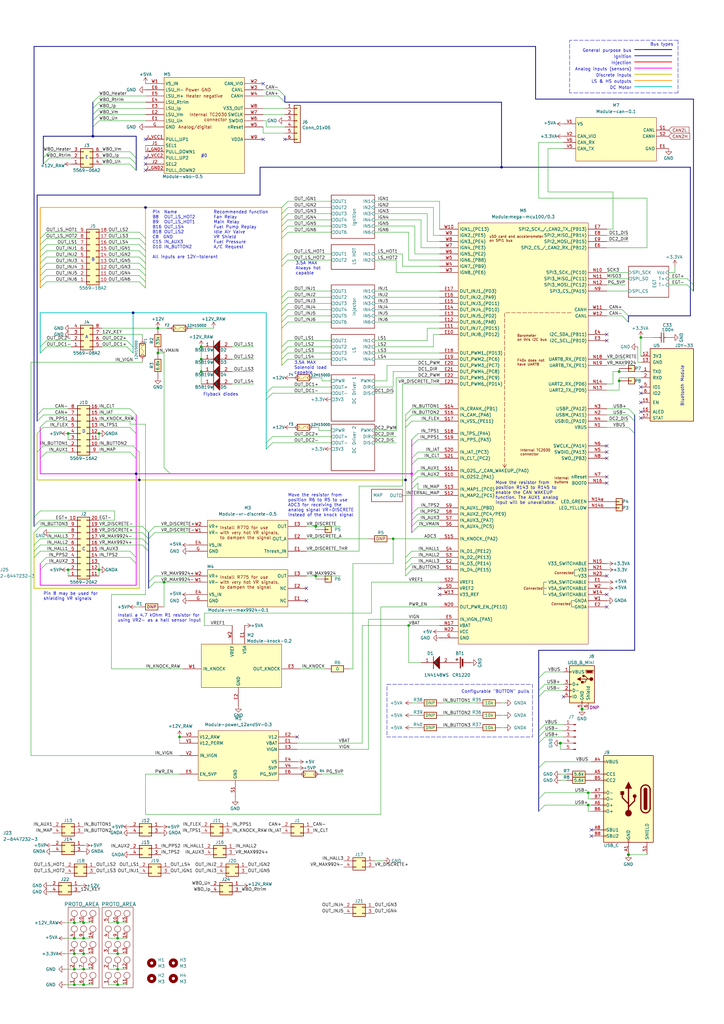
<source format=kicad_sch>
(kicad_sch (version 20231120) (generator "eeschema") (generator_version "8.0")
  (paper "A3" portrait)
  (title_block (title "UAEFI") (date "2025-04-30") (rev "E") (company "rusEFI.com") (comment 1 "https://rusefi.com/s/uaefi"))
  (lib_symbols
    (symbol "2-6447232-3:2-6447232-3"
      (property "Reference" "J" (at 1.27 7.62 0))
      (property "Value" "2-6447232-3" (at 1.27 5.08 0))
      (symbol "2-6447232-3_1_0"
        (pin passive line (at 0 0 0) (length 5.08) (name "1") (number "1"))
        (pin passive line (at 0 -25.4 0) (length 5.08) (name "10") (number "10"))
        (pin passive line (at 0 -27.94 0) (length 5.08) (name "11") (number "11"))
        (pin passive line (at 0 -30.48 0) (length 5.08) (name "12") (number "12"))
        (pin passive line (at 0 -33.02 0) (length 5.08) (name "13") (number "13"))
        (pin passive line (at 0 -35.56 0) (length 5.08) (name "14") (number "14"))
        (pin passive line (at 0 -38.1 0) (length 5.08) (name "15") (number "15"))
        (pin passive line (at 0 -40.64 0) (length 5.08) (name "16") (number "16"))
        (pin passive line (at 0 -43.18 0) (length 5.08) (name "17") (number "17"))
        (pin passive line (at 0 -48.26 0) (length 5.08) (name "18") (number "18"))
        (pin passive line (at 0 -50.8 0) (length 5.08) (name "19") (number "19"))
        (pin passive line (at 0 -2.54 0) (length 5.08) (name "2") (number "2"))
        (pin passive line (at 0 -53.34 0) (length 5.08) (name "20") (number "20"))
        (pin passive line (at 0 -55.88 0) (length 5.08) (name "21") (number "21"))
        (pin passive line (at 0 -58.42 0) (length 5.08) (name "22") (number "22"))
        (pin passive line (at 0 -60.96 0) (length 5.08) (name "23") (number "23"))
        (pin passive line (at 0 -63.5 0) (length 5.08) (name "24") (number "24"))
        (pin passive line (at 0 -66.04 0) (length 5.08) (name "25") (number "25"))
        (pin passive line (at 0 -71.12 0) (length 5.08) (name "26") (number "26"))
        (pin passive line (at 0 -73.66 0) (length 5.08) (name "27") (number "27"))
        (pin passive line (at 0 -76.2 0) (length 5.08) (name "28") (number "28"))
        (pin passive line (at 0 -78.74 0) (length 5.08) (name "29") (number "29"))
        (pin passive line (at 0 -5.08 0) (length 5.08) (name "3") (number "3"))
        (pin passive line (at 0 -81.28 0) (length 5.08) (name "30") (number "30"))
        (pin passive line (at 0 -83.82 0) (length 5.08) (name "31") (number "31"))
        (pin passive line (at 0 -86.36 0) (length 5.08) (name "32") (number "32"))
        (pin passive line (at 0 -88.9 0) (length 5.08) (name "33") (number "33"))
        (pin passive line (at 0 -91.44 0) (length 5.08) (name "34") (number "34"))
        (pin passive line (at 0 -7.62 0) (length 5.08) (name "4") (number "4"))
        (pin passive line (at 0 -10.16 0) (length 5.08) (name "5") (number "5"))
        (pin passive line (at 0 -12.7 0) (length 5.08) (name "6") (number "6"))
        (pin passive line (at 0 -15.24 0) (length 5.08) (name "7") (number "7"))
        (pin passive line (at 0 -17.78 0) (length 5.08) (name "8") (number "8"))
        (pin passive line (at 0 -20.32 0) (length 5.08) (name "9") (number "9"))
      )
    )
    (symbol "Connector:Conn_01x05_Pin" (pin_names (offset 1.016) hide)
      (property "Reference" "J" (at 0 7.62 0))
      (property "Value" "Conn_01x05_Pin" (at 0 -7.62 0))
      (symbol "Conn_01x05_Pin_1_1"
        (pin passive line (at 5.08 5.08 180) (length 3.81) (name "Pin_1") (number "1"))
        (pin passive line (at 5.08 2.54 180) (length 3.81) (name "Pin_2") (number "2"))
        (pin passive line (at 5.08 0 180) (length 3.81) (name "Pin_3") (number "3"))
        (pin passive line (at 5.08 -2.54 180) (length 3.81) (name "Pin_4") (number "4"))
        (pin passive line (at 5.08 -5.08 180) (length 3.81) (name "Pin_5") (number "5"))
      )
    )
    (symbol "Connector_Generic:Conn_01x06" (pin_names (offset 1.016) hide)
      (property "Reference" "J" (at 0 7.62 0))
      (property "Value" "Conn_01x06" (at 0 -10.16 0))
      (symbol "Conn_01x06_1_1"
        (pin passive line (at -5.08 5.08 0) (length 3.81) (name "Pin_1") (number "1"))
        (pin passive line (at -5.08 2.54 0) (length 3.81) (name "Pin_2") (number "2"))
        (pin passive line (at -5.08 0 0) (length 3.81) (name "Pin_3") (number "3"))
        (pin passive line (at -5.08 -2.54 0) (length 3.81) (name "Pin_4") (number "4"))
        (pin passive line (at -5.08 -5.08 0) (length 3.81) (name "Pin_5") (number "5"))
        (pin passive line (at -5.08 -7.62 0) (length 3.81) (name "Pin_6") (number "6"))
      )
    )
    (symbol "Connector_Generic:Conn_02x02_Odd_Even" (pin_names (offset 1.016) hide)
      (property "Reference" "J" (at 1.27 2.54 0))
      (property "Value" "Conn_02x02_Odd_Even" (at 1.27 -5.08 0))
      (symbol "Conn_02x02_Odd_Even_1_1"
        (pin passive line (at -5.08 0 0) (length 3.81) (name "Pin_1") (number "1"))
        (pin passive line (at 7.62 0 180) (length 3.81) (name "Pin_2") (number "2"))
        (pin passive line (at -5.08 -2.54 0) (length 3.81) (name "Pin_3") (number "3"))
        (pin passive line (at 7.62 -2.54 180) (length 3.81) (name "Pin_4") (number "4"))
      )
    )
    (symbol "Connector_Generic:Conn_02x03_Top_Bottom" (pin_names (offset 1.016) hide)
      (property "Reference" "J" (at 1.27 5.08 0))
      (property "Value" "Conn_02x03_Top_Bottom" (at 1.27 -5.08 0))
      (symbol "Conn_02x03_Top_Bottom_1_1"
        (pin passive line (at -5.08 2.54 0) (length 3.81) (name "Pin_1") (number "1"))
        (pin passive line (at -5.08 0 0) (length 3.81) (name "Pin_2") (number "2"))
        (pin passive line (at -5.08 -2.54 0) (length 3.81) (name "Pin_3") (number "3"))
        (pin passive line (at 7.62 2.54 180) (length 3.81) (name "Pin_4") (number "4"))
        (pin passive line (at 7.62 0 180) (length 3.81) (name "Pin_5") (number "5"))
        (pin passive line (at 7.62 -2.54 180) (length 3.81) (name "Pin_6") (number "6"))
      )
    )
    (symbol "Connector_Generic:Conn_02x04_Top_Bottom" (pin_names (offset 1.016) hide)
      (property "Reference" "J" (at 1.27 5.08 0))
      (property "Value" "Conn_02x04_Top_Bottom" (at 1.27 -7.62 0))
      (symbol "Conn_02x04_Top_Bottom_1_1"
        (pin passive line (at -5.08 2.54 0) (length 3.81) (name "Pin_1") (number "1"))
        (pin passive line (at -5.08 0 0) (length 3.81) (name "Pin_2") (number "2"))
        (pin passive line (at -5.08 -2.54 0) (length 3.81) (name "Pin_3") (number "3"))
        (pin passive line (at -5.08 -5.08 0) (length 3.81) (name "Pin_4") (number "4"))
        (pin passive line (at 7.62 2.54 180) (length 3.81) (name "Pin_5") (number "5"))
        (pin passive line (at 7.62 0 180) (length 3.81) (name "Pin_6") (number "6"))
        (pin passive line (at 7.62 -2.54 180) (length 3.81) (name "Pin_7") (number "7"))
        (pin passive line (at 7.62 -5.08 180) (length 3.81) (name "Pin_8") (number "8"))
      )
    )
    (symbol "Connector_Generic:Conn_02x08_Top_Bottom" (pin_names (offset 1.016) hide)
      (property "Reference" "J" (at 1.27 10.16 0))
      (property "Value" "Conn_02x08_Top_Bottom" (at 1.27 -12.7 0))
      (symbol "Conn_02x08_Top_Bottom_1_1"
        (pin passive line (at -5.08 7.62 0) (length 3.81) (name "Pin_1") (number "1"))
        (pin passive line (at 7.62 5.08 180) (length 3.81) (name "Pin_10") (number "10"))
        (pin passive line (at 7.62 2.54 180) (length 3.81) (name "Pin_11") (number "11"))
        (pin passive line (at 7.62 0 180) (length 3.81) (name "Pin_12") (number "12"))
        (pin passive line (at 7.62 -2.54 180) (length 3.81) (name "Pin_13") (number "13"))
        (pin passive line (at 7.62 -5.08 180) (length 3.81) (name "Pin_14") (number "14"))
        (pin passive line (at 7.62 -7.62 180) (length 3.81) (name "Pin_15") (number "15"))
        (pin passive line (at 7.62 -10.16 180) (length 3.81) (name "Pin_16") (number "16"))
        (pin passive line (at -5.08 5.08 0) (length 3.81) (name "Pin_2") (number "2"))
        (pin passive line (at -5.08 2.54 0) (length 3.81) (name "Pin_3") (number "3"))
        (pin passive line (at -5.08 0 0) (length 3.81) (name "Pin_4") (number "4"))
        (pin passive line (at -5.08 -2.54 0) (length 3.81) (name "Pin_5") (number "5"))
        (pin passive line (at -5.08 -5.08 0) (length 3.81) (name "Pin_6") (number "6"))
        (pin passive line (at -5.08 -7.62 0) (length 3.81) (name "Pin_7") (number "7"))
        (pin passive line (at -5.08 -10.16 0) (length 3.81) (name "Pin_8") (number "8"))
        (pin passive line (at 7.62 7.62 180) (length 3.81) (name "Pin_9") (number "9"))
      )
    )
    (symbol "Connector_Generic:Conn_02x09_Top_Bottom" (pin_names (offset 1.016) hide)
      (property "Reference" "J" (at 1.27 12.7 0))
      (property "Value" "Conn_02x09_Top_Bottom" (at 1.27 -12.7 0))
      (symbol "Conn_02x09_Top_Bottom_1_1"
        (pin passive line (at -5.08 10.16 0) (length 3.81) (name "Pin_1") (number "1"))
        (pin passive line (at 7.62 10.16 180) (length 3.81) (name "Pin_10") (number "10"))
        (pin passive line (at 7.62 7.62 180) (length 3.81) (name "Pin_11") (number "11"))
        (pin passive line (at 7.62 5.08 180) (length 3.81) (name "Pin_12") (number "12"))
        (pin passive line (at 7.62 2.54 180) (length 3.81) (name "Pin_13") (number "13"))
        (pin passive line (at 7.62 0 180) (length 3.81) (name "Pin_14") (number "14"))
        (pin passive line (at 7.62 -2.54 180) (length 3.81) (name "Pin_15") (number "15"))
        (pin passive line (at 7.62 -5.08 180) (length 3.81) (name "Pin_16") (number "16"))
        (pin passive line (at 7.62 -7.62 180) (length 3.81) (name "Pin_17") (number "17"))
        (pin passive line (at 7.62 -10.16 180) (length 3.81) (name "Pin_18") (number "18"))
        (pin passive line (at -5.08 7.62 0) (length 3.81) (name "Pin_2") (number "2"))
        (pin passive line (at -5.08 5.08 0) (length 3.81) (name "Pin_3") (number "3"))
        (pin passive line (at -5.08 2.54 0) (length 3.81) (name "Pin_4") (number "4"))
        (pin passive line (at -5.08 0 0) (length 3.81) (name "Pin_5") (number "5"))
        (pin passive line (at -5.08 -2.54 0) (length 3.81) (name "Pin_6") (number "6"))
        (pin passive line (at -5.08 -5.08 0) (length 3.81) (name "Pin_7") (number "7"))
        (pin passive line (at -5.08 -7.62 0) (length 3.81) (name "Pin_8") (number "8"))
        (pin passive line (at -5.08 -10.16 0) (length 3.81) (name "Pin_9") (number "9"))
      )
    )
    (symbol "Connector_Generic:Conn_02x10_Top_Bottom" (pin_names (offset 1.016) hide)
      (property "Reference" "J" (at 1.27 12.7 0))
      (property "Value" "Conn_02x10_Top_Bottom" (at 1.27 -15.24 0))
      (symbol "Conn_02x10_Top_Bottom_1_1"
        (pin passive line (at -5.08 10.16 0) (length 3.81) (name "Pin_1") (number "1"))
        (pin passive line (at -5.08 -12.7 0) (length 3.81) (name "Pin_10") (number "10"))
        (pin passive line (at 7.62 10.16 180) (length 3.81) (name "Pin_11") (number "11"))
        (pin passive line (at 7.62 7.62 180) (length 3.81) (name "Pin_12") (number "12"))
        (pin passive line (at 7.62 5.08 180) (length 3.81) (name "Pin_13") (number "13"))
        (pin passive line (at 7.62 2.54 180) (length 3.81) (name "Pin_14") (number "14"))
        (pin passive line (at 7.62 0 180) (length 3.81) (name "Pin_15") (number "15"))
        (pin passive line (at 7.62 -2.54 180) (length 3.81) (name "Pin_16") (number "16"))
        (pin passive line (at 7.62 -5.08 180) (length 3.81) (name "Pin_17") (number "17"))
        (pin passive line (at 7.62 -7.62 180) (length 3.81) (name "Pin_18") (number "18"))
        (pin passive line (at 7.62 -10.16 180) (length 3.81) (name "Pin_19") (number "19"))
        (pin passive line (at -5.08 7.62 0) (length 3.81) (name "Pin_2") (number "2"))
        (pin passive line (at 7.62 -12.7 180) (length 3.81) (name "Pin_20") (number "20"))
        (pin passive line (at -5.08 5.08 0) (length 3.81) (name "Pin_3") (number "3"))
        (pin passive line (at -5.08 2.54 0) (length 3.81) (name "Pin_4") (number "4"))
        (pin passive line (at -5.08 0 0) (length 3.81) (name "Pin_5") (number "5"))
        (pin passive line (at -5.08 -2.54 0) (length 3.81) (name "Pin_6") (number "6"))
        (pin passive line (at -5.08 -5.08 0) (length 3.81) (name "Pin_7") (number "7"))
        (pin passive line (at -5.08 -7.62 0) (length 3.81) (name "Pin_8") (number "8"))
        (pin passive line (at -5.08 -10.16 0) (length 3.81) (name "Pin_9") (number "9"))
      )
    )
    (symbol "Device:Battery_Cell" (pin_numbers hide) (pin_names (offset 0) hide)
      (property "Reference" "BT" (at 2.54 2.54 0))
      (property "Value" "Battery_Cell" (at 2.54 0 0))
      (symbol "Battery_Cell_1_1"
        (pin passive line (at 0 5.08 270) (length 2.54) (name "+") (number "1"))
        (pin passive line (at 0 -2.54 90) (length 2.54) (name "-") (number "2"))
      )
    )
    (symbol "Hellen 144:Module-mega-mcu144-0.7"
      (property "Reference" "M1000" (at 7.62 2.54 0))
      (property "Value" "Module-mega-mcu144-0.7" (at 7.62 -246.38 0))
      (symbol "Module-mega-mcu144-0.7_1_0"
        (text "ADC3" (at 18.288 -162.56 0) (effects (font (size 1.1 1.1) (italic yes))))
        (text "ADC3" (at 18.288 -160.02 0) (effects (font (size 1.1 1.1) (italic yes))))
        (text "ADC3" (at 18.288 -157.48 0) (effects (font (size 1.1 1.1) (italic yes))))
        (text "Barometer\non this I2C bus" (at 30.48 -44.45 0) (effects (font (size 1.016 1.016)) (justify left)))
        (text "CAN_WKUP" (at 20.32 -147.32 0) (effects (font (size 1.1 1.1) (italic yes))))
        (text "E0" (at 30.48 -177.8 0) (effects (font (size 1.1 1.1) (italic yes))))
        (text "E0" (at 30.48 -167.64 0) (effects (font (size 1.1 1.1) (italic yes))))
        (text "E0" (at 30.48 -149.86 0) (effects (font (size 1.1 1.1) (italic yes))))
        (text "E1" (at 30.48 -170.18 0) (effects (font (size 1.1 1.1) (italic yes))))
        (text "E1" (at 30.48 -152.4 0) (effects (font (size 1.1 1.1) (italic yes))))
        (text "E1" (at 30.48 -114.3 0) (effects (font (size 1.1 1.1) (italic yes))))
        (text "E10" (at 30.48 -160.02 0) (effects (font (size 1.1 1.1) (italic yes))))
        (text "E11" (at 30.48 -119.38 0) (effects (font (size 1.1 1.1) (italic yes))))
        (text "E12" (at 30.48 -205.74 0) (effects (font (size 1.1 1.1) (italic yes))))
        (text "E13" (at 30.48 -208.28 0) (effects (font (size 1.1 1.1) (italic yes))))
        (text "E14" (at 30.48 -210.82 0) (effects (font (size 1.1 1.1) (italic yes))))
        (text "E15" (at 30.48 -213.36 0) (effects (font (size 1.1 1.1) (italic yes))))
        (text "E2" (at 30.48 -172.72 0) (effects (font (size 1.1 1.1) (italic yes))))
        (text "E2" (at 30.48 -143.51 0) (effects (font (size 1.1 1.1) (italic yes))))
        (text "E3" (at 30.48 -190.5 0) (effects (font (size 1.1 1.1) (italic yes))))
        (text "E3" (at 30.48 -138.43 0) (effects (font (size 1.1 1.1) (italic yes))))
        (text "E3" (at 30.48 -130.81 0) (effects (font (size 1.1 1.1) (italic yes))))
        (text "E4" (at 30.48 -193.04 0) (effects (font (size 1.1 1.1) (italic yes))))
        (text "E4" (at 30.48 -180.34 0) (effects (font (size 1.1 1.1) (italic yes))))
        (text "E4" (at 30.48 -125.73 0) (effects (font (size 1.1 1.1) (italic yes))))
        (text "E5" (at 30.48 -233.68 0) (effects (font (size 1.1 1.1) (italic yes))))
        (text "E5" (at 30.48 -195.58 0) (effects (font (size 1.1 1.1) (italic yes))))
        (text "E5" (at 30.48 -185.42 0) (effects (font (size 1.1 1.1) (italic yes))))
        (text "E6" (at 30.48 -198.12 0) (effects (font (size 1.1 1.1) (italic yes))))
        (text "E6" (at 30.48 -116.84 0) (effects (font (size 1.1 1.1) (italic yes))))
        (text "E7" (at 30.48 -200.66 0) (effects (font (size 1.1 1.1) (italic yes))))
        (text "E7" (at 30.48 -182.88 0) (effects (font (size 1.1 1.1) (italic yes))))
        (text "E8" (at 30.48 -162.56 0) (effects (font (size 1.1 1.1) (italic yes))))
        (text "E9" (at 30.48 -157.48 0) (effects (font (size 1.1 1.1) (italic yes))))
        (text "EINT" (at 30.48 -111.76 0) (effects (font (size 1.1 1.1) (italic yes))))
        (text "F40x does not\nhave UART8" (at 30.48 -54.61 0) (effects (font (size 1.016 1.016)) (justify left)))
        (text "Internal\nbuttons" (at 40.64 -102.87 0) (effects (font (size 1.016 1.016)) (justify left)))
        (text "Internal TC2030\nconnector" (at 34.29 -91.44 0) (effects (font (size 1.016 1.016)) (justify left)))
        (text "PA0" (at 22.86 -149.86 0) (effects (font (size 1.1 1.1) (italic yes))))
        (text "PA1" (at 22.86 -152.4 0) (effects (font (size 1.1 1.1) (italic yes))))
        (text "PA2" (at 22.86 -172.72 0) (effects (font (size 1.1 1.1) (italic yes))))
        (text "PA3" (at 22.86 -130.81 0) (effects (font (size 1.1 1.1) (italic yes))))
        (text "PA4" (at 22.86 -125.73 0) (effects (font (size 1.1 1.1) (italic yes))))
        (text "PA5" (at 22.86 -233.68 0) (effects (font (size 1.1 1.1) (italic yes))))
        (text "PA6" (at 22.86 -116.84 0) (effects (font (size 1.1 1.1) (italic yes))))
        (text "PA7/PE11" (at 22.86 -182.88 0) (effects (font (size 1.1 1.1) (italic yes))))
        (text "PB0" (at 22.86 -177.8 0) (effects (font (size 1.1 1.1) (italic yes))))
        (text "PB1" (at 22.86 -114.3 0) (effects (font (size 1.1 1.1) (italic yes))))
        (text "PC0" (at 22.86 -167.64 0) (effects (font (size 1.1 1.1) (italic yes))))
        (text "PC1" (at 22.86 -170.18 0) (effects (font (size 1.1 1.1) (italic yes))))
        (text "PC2" (at 22.86 -143.51 0) (effects (font (size 1.1 1.1) (italic yes))))
        (text "PC3" (at 22.86 -138.43 0) (effects (font (size 1.1 1.1) (italic yes))))
        (text "PC4/PE9" (at 22.86 -180.34 0) (effects (font (size 1.1 1.1) (italic yes))))
        (text "PC5" (at 22.86 -185.42 0) (effects (font (size 1.1 1.1) (italic yes))))
        (text "PE10" (at 22.86 -228.6 0) (effects (font (size 1.1 1.1) (italic yes))))
        (text "PE12" (at 22.86 -205.74 0) (effects (font (size 1.1 1.1) (italic yes))))
        (text "PE13" (at 22.86 -208.28 0) (effects (font (size 1.1 1.1) (italic yes))))
        (text "PE14" (at 22.86 -210.82 0) (effects (font (size 1.1 1.1) (italic yes))))
        (text "PE15" (at 22.86 -213.36 0) (effects (font (size 1.1 1.1) (italic yes))))
        (text "PF10" (at 22.86 -160.02 0) (effects (font (size 1.1 1.1) (italic yes))))
        (text "PF11" (at 22.86 -119.38 0) (effects (font (size 1.1 1.1) (italic yes))))
        (text "PF2" (at 22.86 -121.92 0) (effects (font (size 1.1 1.1) (italic yes))))
        (text "PF3" (at 22.86 -190.5 0) (effects (font (size 1.1 1.1) (italic yes))))
        (text "PF4" (at 22.86 -193.04 0) (effects (font (size 1.1 1.1) (italic yes))))
        (text "PF5" (at 22.86 -195.58 0) (effects (font (size 1.1 1.1) (italic yes))))
        (text "PF6" (at 22.86 -198.12 0) (effects (font (size 1.1 1.1) (italic yes))))
        (text "PF7" (at 22.86 -200.66 0) (effects (font (size 1.1 1.1) (italic yes))))
        (text "PF8" (at 22.86 -162.56 0) (effects (font (size 1.1 1.1) (italic yes))))
        (text "PF9" (at 22.86 -157.48 0) (effects (font (size 1.1 1.1) (italic yes))))
        (text "PIN" (at 22.86 -111.76 0) (effects (font (size 1.1 1.1) (italic yes))))
        (text "uSD card and accelerometer \non SPI1 bus" (at 19.05 -3.81 0) (effects (font (size 1.016 1.016)) (justify left)))
        (pin passive line (at 62.23 0 180) (length 7.62) (name "SPI2_SCK/CAN2_TX") (number "E1"))
        (pin passive line (at 0 -99.06 0) (length 7.62) (name "OUT_IO10") (number "E10"))
        (pin passive line (at 0 -96.52 0) (length 7.62) (name "OUT_IO9") (number "E11"))
        (pin passive line (at 0 -78.74 0) (length 7.62) (name "OUT_IO2") (number "E12"))
        (pin passive line (at 0 -104.14 0) (length 7.62) (name "OUT_IO12") (number "E13"))
        (pin passive line (at 0 -60.96 0) (length 7.62) (name "OUT_PWM5") (number "E14"))
        (pin passive line (at 0 -58.42 0) (length 7.62) (name "OUT_PWM4") (number "E15"))
        (pin passive line (at 0 -55.88 0) (length 7.62) (name "OUT_PWM3") (number "E16"))
        (pin passive line (at 0 -53.34 0) (length 7.62) (name "OUT_PWM2") (number "E17"))
        (pin passive line (at 0 -27.94 0) (length 7.62) (name "OUT_INJ2") (number "E18"))
        (pin passive line (at 0 -25.4 0) (length 7.62) (name "OUT_INJ1") (number "E19"))
        (pin passive line (at 62.23 -2.54 180) (length 7.62) (name "SPI2_MISO") (number "E2"))
        (pin passive line (at 0 -106.68 0) (length 7.62) (name "OUT_IO13") (number "E20"))
        (pin passive line (at 0 -83.82 0) (length 7.62) (name "OUT_IO4") (number "E21"))
        (pin passive line (at 0 -93.98 0) (length 7.62) (name "OUT_IO8") (number "E22"))
        (pin passive line (at 0 -91.44 0) (length 7.62) (name "OUT_IO7") (number "E23"))
        (pin passive line (at 0 -101.6 0) (length 7.62) (name "OUT_IO11") (number "E24"))
        (pin passive line (at 0 -66.04 0) (length 7.62) (name "OUT_PWM7") (number "E25"))
        (pin passive line (at 0 -63.5 0) (length 7.62) (name "OUT_PWM6") (number "E26"))
        (pin passive line (at 0 -50.8 0) (length 7.62) (name "OUT_PWM1") (number "E27"))
        (pin passive line (at 0 -68.58 0) (length 7.62) (name "OUT_PWM8") (number "E28"))
        (pin passive line (at 0 -30.48 0) (length 7.62) (name "OUT_INJ3") (number "E29"))
        (pin passive line (at 62.23 -5.08 180) (length 7.62) (name "SPI2_MOSI") (number "E3"))
        (pin passive line (at 0 -33.02 0) (length 7.62) (name "OUT_INJ4") (number "E30"))
        (pin passive line (at 0 -35.56 0) (length 7.62) (name "OUT_INJ5") (number "E31"))
        (pin passive line (at 0 -38.1 0) (length 7.62) (name "OUT_INJ6") (number "E32"))
        (pin passive line (at 0 -40.64 0) (length 7.62) (name "OUT_INJ7") (number "E33"))
        (pin passive line (at 0 -43.18 0) (length 7.62) (name "OUT_INJ8") (number "E34"))
        (pin passive line (at 62.23 -127 180) (length 7.62) (name "IO6") (number "E35"))
        (pin passive line (at 62.23 -129.54 180) (length 7.62) (name "IO7") (number "E36"))
        (pin passive line (at 62.23 -157.48 180) (length 7.62) (name "V5A_SWITCHABLE") (number "E38"))
        (pin passive line (at 62.23 -167.64 180) (length 7.62) (name "GNDA") (number "E39"))
        (pin passive line (at 62.23 -7.62 180) (length 7.62) (name "SPI2_CS/CAN2_RX") (number "E4"))
        (pin passive line (at 0 -81.28 0) (length 7.62) (name "OUT_IO3") (number "E6"))
        (pin passive line (at 0 -86.36 0) (length 7.62) (name "OUT_IO5") (number "E7"))
        (pin passive line (at 0 -76.2 0) (length 7.62) (name "OUT_IO1") (number "E8"))
        (pin passive line (at 0 -88.9 0) (length 7.62) (name "OUT_IO6") (number "E9"))
        (pin passive line (at 0 -241.3 0) (length 7.62) (name "GND") (number "G"))
        (pin passive line (at 62.23 -78.74 180) (length 7.62) (name "USBID") (number "N1"))
        (pin passive line (at 62.23 -25.4 180) (length 7.62) (name "SPI3_CS") (number "N10"))
        (pin passive line (at 62.23 -17.78 180) (length 7.62) (name "SPI3_SCK") (number "N11"))
        (pin passive line (at 62.23 -20.32 180) (length 7.62) (name "SPI3_MISO") (number "N12"))
        (pin passive line (at 62.23 -22.86 180) (length 7.62) (name "SPI3_MOSI") (number "N13"))
        (pin passive line (at 62.23 -45.72 180) (length 7.62) (name "I2C_SCL") (number "N14"))
        (pin passive line (at 62.23 -43.18 180) (length 7.62) (name "I2C_SDA") (number "N15"))
        (pin passive line (at 62.23 -114.3 180) (length 7.62) (name "IO1") (number "N16"))
        (pin passive line (at 62.23 -66.04 180) (length 7.62) (name "UART2_TX") (number "N17"))
        (pin passive line (at 62.23 -63.5 180) (length 7.62) (name "UART2_RX") (number "N18"))
        (pin passive line (at 62.23 -116.84 180) (length 7.62) (name "IO2") (number "N19"))
        (pin passive line (at 62.23 -76.2 180) (length 7.62) (name "USBM") (number "N2"))
        (pin passive line (at 62.23 -121.92 180) (length 7.62) (name "IO4") (number "N20"))
        (pin passive line (at 62.23 -119.38 180) (length 7.62) (name "IO3") (number "N21"))
        (pin passive line (at 62.23 -152.4 180) (length 7.62) (name "V33") (number "N22"))
        (pin passive line (at 62.23 -124.46 180) (length 7.62) (name "IO5") (number "N23"))
        (pin passive line (at 62.23 -53.34 180) (length 7.62) (name "UART8_RX") (number "N24"))
        (pin passive line (at 62.23 -55.88 180) (length 7.62) (name "UART8_TX") (number "N25"))
        (pin passive line (at 0 -233.68 0) (length 7.62) (name "IN_VIGN") (number "N26"))
        (pin passive line (at 0 -236.22 0) (length 7.62) (name "VBAT") (number "N27"))
        (pin passive line (at 62.23 -149.86 180) (length 7.62) (name "V33_SWITCHABLE") (number "N28"))
        (pin passive line (at 0 -228.6 0) (length 7.62) (name "OUT_PWR_EN") (number "N29"))
        (pin passive line (at 62.23 -73.66 180) (length 7.62) (name "USBP") (number "N3"))
        (pin passive line (at 62.23 -162.56 180) (length 7.62) (name "V5A_SWITCHABLE") (number "N30"))
        (pin passive line (at 0 -238.76 0) (length 7.62) (name "VCC") (number "N31"))
        (pin passive line (at 62.23 -154.94 180) (length 7.62) (name "V33") (number "N32"))
        (pin passive line (at 62.23 -81.28 180) (length 7.62) (name "VBUS") (number "N4"))
        (pin passive line (at 62.23 -104.14 180) (length 7.62) (name "BOOT0") (number "N5"))
        (pin passive line (at 62.23 -93.98 180) (length 7.62) (name "SWO") (number "N6"))
        (pin passive line (at 62.23 -91.44 180) (length 7.62) (name "SWDIO") (number "N7"))
        (pin passive line (at 62.23 -88.9 180) (length 7.62) (name "SWCLK") (number "N8"))
        (pin passive line (at 62.23 -101.6 180) (length 7.62) (name "nReset") (number "N9"))
        (pin passive line (at 0 -213.36 0) (length 7.62) (name "IN_D4") (number "S1"))
        (pin passive line (at 0 -185.42 0) (length 7.62) (name "IN_AUX4") (number "S10"))
        (pin passive line (at 0 -182.88 0) (length 7.62) (name "IN_AUX3") (number "S11"))
        (pin passive line (at 0 -180.34 0) (length 7.62) (name "IN_AUX2") (number "S12"))
        (pin passive line (at 0 -177.8 0) (length 7.62) (name "IN_AUX1") (number "S13"))
        (pin passive line (at 0 -160.02 0) (length 7.62) (name "IN_RES2") (number "S14"))
        (pin passive line (at 0 -152.4 0) (length 7.62) (name "IN_O2S2") (number "S15"))
        (pin passive line (at 0 -149.86 0) (length 7.62) (name "IN_O2S") (number "S16"))
        (pin passive line (at 0 -157.48 0) (length 7.62) (name "IN_RES1") (number "S17"))
        (pin passive line (at 0 -162.56 0) (length 7.62) (name "IN_RES3") (number "S18"))
        (pin passive line (at 0 -172.72 0) (length 7.62) (name "IN_MAP3") (number "S19"))
        (pin passive line (at 0 -210.82 0) (length 7.62) (name "IN_D3") (number "S2"))
        (pin passive line (at 0 -170.18 0) (length 7.62) (name "IN_MAP2") (number "S20"))
        (pin passive line (at 0 -167.64 0) (length 7.62) (name "IN_MAP1") (number "S21"))
        (pin passive line (at 0 -114.3 0) (length 7.62) (name "IN_CRANK") (number "S22"))
        (pin passive line (at 0 -200.66 0) (length 7.62) (name "IN_KNOCK") (number "S23"))
        (pin passive line (at 0 -116.84 0) (length 7.62) (name "IN_CAM") (number "S24"))
        (pin passive line (at 0 -119.38 0) (length 7.62) (name "IN_VSS") (number "S25"))
        (pin passive line (at 0 -137.16 0) (length 7.62) (name "IN_IAT") (number "S26"))
        (pin passive line (at 0 -139.7 0) (length 7.62) (name "IN_AT1") (number "S27"))
        (pin passive line (at 0 -142.24 0) (length 7.62) (name "IN_CLT") (number "S28"))
        (pin passive line (at 0 -144.78 0) (length 7.62) (name "IN_AT2") (number "S29"))
        (pin passive line (at 0 -208.28 0) (length 7.62) (name "IN_D2") (number "S3"))
        (pin passive line (at 0 -124.46 0) (length 7.62) (name "IN_TPS") (number "S30"))
        (pin passive line (at 0 -129.54 0) (length 7.62) (name "IN_PPS") (number "S31"))
        (pin passive line (at 0 -127 0) (length 7.62) (name "IN_TPS2") (number "S32"))
        (pin passive line (at 0 -132.08 0) (length 7.62) (name "IN_PPS2") (number "S33"))
        (pin passive line (at 0 -218.44 0) (length 7.62) (name "VREF1") (number "S35"))
        (pin passive line (at 0 -205.74 0) (length 7.62) (name "IN_D1") (number "S4"))
        (pin passive line (at 0 -220.98 0) (length 7.62) (name "VREF2") (number "S5"))
        (pin passive line (at 0 -198.12 0) (length 7.62) (name "IN_SENS4") (number "S6"))
        (pin passive line (at 0 -195.58 0) (length 7.62) (name "IN_SENS3") (number "S7"))
        (pin passive line (at 0 -193.04 0) (length 7.62) (name "IN_SENS2") (number "S8"))
        (pin passive line (at 0 -190.5 0) (length 7.62) (name "IN_SENS1") (number "S9"))
        (pin passive line (at 62.23 -165.1 180) (length 7.62) (name "GNDA") (number "W1"))
        (pin passive line (at 0 -2.54 0) (length 7.62) (name "IGN2") (number "W10"))
        (pin passive line (at 0 0 0) (length 7.62) (name "IGN1") (number "W11"))
        (pin passive line (at 62.23 -134.62 180) (length 7.62) (name "LED_RED") (number "W11a"))
        (pin passive line (at 62.23 -137.16 180) (length 7.62) (name "LED_GREEN") (number "W11b"))
        (pin passive line (at 62.23 -139.7 180) (length 7.62) (name "LED_BLUE") (number "W11c"))
        (pin passive line (at 62.23 -142.24 180) (length 7.62) (name "LED_YELLOW") (number "W11d"))
        (pin passive line (at 62.23 -33.02 180) (length 7.62) (name "CANH") (number "W12"))
        (pin passive line (at 62.23 -35.56 180) (length 7.62) (name "CANL") (number "W13"))
        (pin passive line (at 62.23 -160.02 180) (length 7.62) (name "V5A_SWITCHABLE") (number "W2"))
        (pin passive line (at 0 -223.52 0) (length 7.62) (name "V33_REF") (number "W3"))
        (pin passive line (at 62.23 -106.68 180) (length 7.62) (name "BOOT1") (number "W3a"))
        (pin passive line (at 0 -17.78 0) (length 7.62) (name "IGN8") (number "W4"))
        (pin passive line (at 0 -15.24 0) (length 7.62) (name "IGN7") (number "W5"))
        (pin passive line (at 0 -12.7 0) (length 7.62) (name "IGN6") (number "W6"))
        (pin passive line (at 0 -10.16 0) (length 7.62) (name "IGN5") (number "W7"))
        (pin passive line (at 0 -7.62 0) (length 7.62) (name "IGN4") (number "W8"))
        (pin passive line (at 0 -5.08 0) (length 7.62) (name "IGN3") (number "W9"))
      )
    )
    (symbol "JDY-33:JDY-33" (pin_names (offset 1.016))
      (property "Reference" "U18" (at 19.05 1.7781 0))
      (property "Value" "JDY-33" (at 19.05 -0.7619 0))
      (symbol "JDY-33_1_1"
        (pin output line (at -3.81 2.54 0) (length 3.81) (name "TXD") (number "1"))
        (pin power_in line (at -3.81 8.89 0) (length 3.81) (name "3V3") (number "12"))
        (pin power_in line (at -3.81 6.35 0) (length 3.81) (name "GND") (number "13"))
        (pin output line (at -3.81 -10.16 0) (length 3.81) (name "EN") (number "15"))
        (pin output line (at -3.81 -13.97 0) (length 3.81) (name "ALED") (number "16"))
        (pin output line (at -3.81 -16.51 0) (length 3.81) (name "STAT") (number "17"))
        (pin input line (at -3.81 0 0) (length 3.81) (name "RXD") (number "2"))
        (pin passive line (at -3.81 -3.81 0) (length 3.81) (name "IO1") (number "5"))
        (pin passive line (at -3.81 -6.35 0) (length 3.81) (name "IO2") (number "6"))
      )
    )
    (symbol "Mechanical:MountingHole" (pin_names (offset 1.016))
      (property "Reference" "H" (at 0 5.08 0))
      (property "Value" "MountingHole" (at 0 3.175 0))
    )
    (symbol "hellen-one-can-0.1:Module-can-0.1"
      (property "Reference" "M" (at 0 0 0))
      (property "Value" "Module-can-0.1" (at 0 0 0))
      (symbol "Module-can-0.1_1_0"
        (pin passive line (at 38.1 -12.7 180) (length 5.08) (name "GND") (number "E1"))
        (pin passive line (at 38.1 -5.08 180) (length 5.08) (name "CANL") (number "S1"))
        (pin passive line (at 38.1 -7.62 180) (length 5.08) (name "CANH") (number "S2"))
        (pin passive line (at -5.08 -2.54 0) (length 5.08) (name "V5") (number "V1"))
        (pin passive line (at -5.08 -7.62 0) (length 5.08) (name "CAN_VIO") (number "V2"))
        (pin passive line (at -5.08 -12.7 0) (length 5.08) (name "CAN_TX") (number "V5"))
        (pin passive line (at -5.08 -10.16 0) (length 5.08) (name "CAN_RX") (number "V6"))
      )
    )
    (symbol "hellen-one-common:+12V_RAW" (power) (pin_names (offset 0))
      (property "Value" "+12V_RAW" (at 0 3.556 0))
      (symbol "+12V_RAW_1_1"
        (pin power_in line (at 0 0 90) (length 0) hide (name "+12V_RAW") (number "1"))
      )
    )
    (symbol "hellen-one-common:1N4148WS"
      (property "Reference" "D" (at 0 2.54 0))
      (property "Value" "1N4148WS" (at 0 -3.81 0))
      (symbol "1N4148WS_1_0"
        (pin passive line (at 7.62 0 180) (length 5.08) (name "K") (number "1"))
        (pin passive line (at -5.08 0 0) (length 5.08) (name "A") (number "2"))
      )
    )
    (symbol "hellen-one-common:Cap" (pin_numbers hide)
      (property "Reference" "C" (at -3.81 2.54 0))
      (property "Value" "Cap" (at -2.54 -1.27 0))
      (symbol "Cap_1_0"
        (pin passive line (at -3.81 0 0) (length 2.54) (name "") (number "1"))
        (pin passive line (at 3.81 0 180) (length 2.54) (name "") (number "2"))
      )
    )
    (symbol "hellen-one-common:Fuse-Pad-Pad" (pin_numbers hide) (pin_names (offset 0.762) hide)
      (property "Reference" "F" (at 0 2.54 0))
      (symbol "Fuse-Pad-Pad_0_1"
        (pin passive line (at -5.08 0 0) (length 2.54) (name "1") (number "1"))
        (pin passive line (at 5.08 0 180) (length 2.54) (name "2") (number "2"))
      )
    )
    (symbol "hellen-one-common:Jumper-Pad-Pad" (pin_numbers hide) (pin_names (offset 0.762) hide)
      (property "Reference" "R" (at 0 2.54 0))
      (symbol "Jumper-Pad-Pad_0_1"
        (pin passive line (at -5.08 0 0) (length 2.54) (name "1") (number "1"))
        (pin passive line (at 5.08 0 180) (length 2.54) (name "2") (number "2"))
      )
    )
    (symbol "hellen-one-common:PROTO_AREA" (pin_names (offset 1.016))
      (property "Value" "PROTO_AREA" (at 25.4 3.81 0))
      (symbol "PROTO_AREA_0_0"
        (text "" (at 35.56 6.35 0) (effects (font (size 1.27 1.27))))
      )
      (symbol "PROTO_AREA_1_1"
        (pin passive line (at 1.27 0 0) (length 2.54) (name "") (number "1"))
        (pin passive line (at 26.67 -3.81 0) (length 2.54) (name "") (number "10"))
        (pin passive line (at 1.27 -7.62 0) (length 2.54) (name "") (number "11"))
        (pin passive line (at 7.62 -7.62 0) (length 2.54) (name "") (number "12"))
        (pin passive line (at 13.97 -7.62 0) (length 2.54) (name "") (number "13"))
        (pin passive line (at 20.32 -7.62 0) (length 2.54) (name "") (number "14"))
        (pin passive line (at 26.67 -7.62 0) (length 2.54) (name "") (number "15"))
        (pin passive line (at 7.62 0 0) (length 2.54) (name "") (number "2"))
        (pin passive line (at 13.97 0 0) (length 2.54) (name "") (number "3"))
        (pin passive line (at 20.32 0 0) (length 2.54) (name "") (number "4"))
        (pin passive line (at 26.67 0 0) (length 2.54) (name "") (number "5"))
        (pin passive line (at 1.27 -3.81 0) (length 2.54) (name "") (number "6"))
        (pin passive line (at 7.62 -3.81 0) (length 2.54) (name "") (number "7"))
        (pin passive line (at 13.97 -3.81 0) (length 2.54) (name "") (number "8"))
        (pin passive line (at 20.32 -3.81 0) (length 2.54) (name "") (number "9"))
      )
    )
    (symbol "hellen-one-common:Pad" (pin_numbers hide) (pin_names (offset 1.016) hide)
      (property "Reference" "P" (at 2.54 0 0))
      (symbol "Pad_1_1"
        (pin passive line (at -5.08 0 0) (length 3.81) (name "Pin_1") (number "1"))
      )
    )
    (symbol "hellen-one-common:Res" (pin_numbers hide)
      (property "Reference" "R" (at 3.81 2.54 0))
      (property "Value" "Res" (at 5.08 -2.54 0))
      (symbol "Res_1_0"
        (pin passive line (at 0 0 0) (length 2.54) (name "") (number "1"))
        (pin passive line (at 10.16 0 180) (length 2.54) (name "") (number "2"))
      )
    )
    (symbol "hellen-one-common:USB_B_Mini" (pin_names (offset 1.016))
      (property "Reference" "J" (at -5.08 11.43 0))
      (property "Value" "USB_B_Mini" (at -5.08 8.89 0))
      (symbol "USB_B_Mini_1_1"
        (pin power_out line (at 7.62 5.08 180) (length 2.54) (name "VBUS") (number "1"))
        (pin passive line (at 7.62 -2.54 180) (length 2.54) (name "D-") (number "2"))
        (pin passive line (at 7.62 0 180) (length 2.54) (name "D+") (number "3"))
        (pin passive line (at 7.62 -5.08 180) (length 2.54) (name "ID") (number "4"))
        (pin power_out line (at 0 -10.16 90) (length 2.54) (name "GND") (number "5"))
        (pin passive line (at -2.54 -10.16 90) (length 2.54) (name "Shield") (number "6"))
      )
    )
    (symbol "hellen-one-knock-0.2:Module-knock-0.2"
      (property "Reference" "M" (at 0 0 0))
      (property "Value" "Module-knock-0.2" (at 0 0 0))
      (symbol "Module-knock-0.2_1_0"
        (pin passive line (at 17.78 7.62 270) (length 7.62) (name "V5A") (number "E1"))
        (pin passive line (at 15.24 -25.4 90) (length 7.62) (name "GND") (number "E2"))
        (pin passive line (at 40.64 -10.16 180) (length 7.62) (name "OUT_KNOCK") (number "E3"))
        (pin passive line (at -7.62 -10.16 0) (length 7.62) (name "IN_KNOCK") (number "W1"))
        (pin passive line (at 12.7 7.62 270) (length 7.62) (name "VREF") (number "W2"))
      )
    )
    (symbol "hellen-one-mega-mcu100-0.3:Module{colon}mega-mcu100/0.3"
      (property "Reference" "M100" (at 7.62 2.54 0))
      (property "Value" "Module:mega-mcu100/0.3" (at 7.62 -172.72 0))
      (symbol "Module{colon}mega-mcu100/0.3_1_0"
        (text "Barometer\non this I2C bus" (at 31.75 -44.45 0) (effects (font (size 1.016 1.016)) (justify left)))
        (text "Connected" (at 34.29 -147.32 0) (effects (font (size 1.016 1.016) (italic yes)) (justify left)))
        (text "Connected" (at 45.72 -153.67 0) (effects (font (size 1.016 1.016) (italic yes)) (justify left)))
        (text "Connected" (at 46.99 -140.97 0) (effects (font (size 1.016 1.016) (italic yes)) (justify left)))
        (text "F40x does not\nhave UART8" (at 31.75 -54.61 0) (effects (font (size 1.016 1.016)) (justify left)))
        (text "Internal\nbuttons" (at 46.99 -102.87 0) (effects (font (size 1.016 1.016)) (justify left)))
        (text "Internal TC2030\nconnector" (at 33.02 -91.44 0) (effects (font (size 1.016 1.016)) (justify left)))
        (text "uSD card and accelerometer \non SPI1 bus" (at 20.32 -3.81 0) (effects (font (size 1.016 1.016)) (justify left)))
        (pin passive line (at 68.58 -144.78 180) (length 7.62) (name "V5A_SWITCHABLE") (number "E1"))
        (pin passive line (at 0 -43.18 0) (length 7.62) (name "OUT_INJ8_(PD12)") (number "E10"))
        (pin passive line (at 0 -40.64 0) (length 7.62) (name "OUT_INJ7_(PD15)") (number "E11"))
        (pin passive line (at 0 -38.1 0) (length 7.62) (name "OUT_INJ6_(PA8)") (number "E12"))
        (pin passive line (at 0 -35.56 0) (length 7.62) (name "OUT_INJ5_(PD2)") (number "E13"))
        (pin passive line (at 0 -33.02 0) (length 7.62) (name "OUT_INJ4_(PD10)") (number "E14"))
        (pin passive line (at 0 -30.48 0) (length 7.62) (name "OUT_INJ3_(PD11)") (number "E15"))
        (pin passive line (at 0 -27.94 0) (length 7.62) (name "OUT_INJ2_(PA9)") (number "E16"))
        (pin passive line (at 0 -25.4 0) (length 7.62) (name "OUT_INJ1_(PD3)") (number "E17"))
        (pin passive line (at 0 -50.8 0) (length 7.62) (name "OUT_PWM1_(PD13)") (number "E18"))
        (pin passive line (at 0 -53.34 0) (length 7.62) (name "OUT_PWM2_(PC6)") (number "E19"))
        (pin passive line (at 68.58 -154.94 180) (length 7.62) (name "GNDA") (number "E2"))
        (pin passive line (at 0 -55.88 0) (length 7.62) (name "OUT_PWM3_(PC7)") (number "E20"))
        (pin passive line (at 0 -58.42 0) (length 7.62) (name "OUT_PWM4_(PC8)") (number "E21"))
        (pin passive line (at 0 -60.96 0) (length 7.62) (name "OUT_PWM5_(PC9)") (number "E22"))
        (pin passive line (at 0 -63.5 0) (length 7.62) (name "OUT_PWM6_(PD14)") (number "E23"))
        (pin passive line (at 68.58 -45.72 180) (length 7.62) (name "I2C_SCL_(PB10)") (number "E3"))
        (pin passive line (at 68.58 -43.18 180) (length 7.62) (name "I2C_SDA_(PB11)") (number "E4"))
        (pin passive line (at 0 -160.02 0) (length 7.62) (name "IN_VIGN_(PA5)") (number "E5"))
        (pin passive line (at 68.58 -7.62 180) (length 7.62) (name "SPI2_CS_/_CAN2_RX_(PB12)") (number "E6"))
        (pin passive line (at 68.58 0 180) (length 7.62) (name "SPI2_SCK_/_CAN2_TX_(PB13)") (number "E7"))
        (pin passive line (at 68.58 -2.54 180) (length 7.62) (name "SPI2_MISO_(PB14)") (number "E8"))
        (pin passive line (at 68.58 -5.08 180) (length 7.62) (name "SPI2_MOSI_(PB15)") (number "E9"))
        (pin passive line (at 0 -167.64 0) (length 7.62) (name "GND") (number "G"))
        (pin passive line (at 68.58 -81.28 180) (length 7.62) (name "VBUS") (number "N1"))
        (pin passive line (at 68.58 -17.78 180) (length 7.62) (name "SPI3_SCK_(PC10)") (number "N10"))
        (pin passive line (at 68.58 -20.32 180) (length 7.62) (name "SPI3_MISO_(PC11)") (number "N11"))
        (pin passive line (at 68.58 -22.86 180) (length 7.62) (name "SPI3_MOSI_(PC12)") (number "N12"))
        (pin passive line (at 68.58 -66.04 180) (length 7.62) (name "UART2_TX_(PD5)") (number "N13"))
        (pin passive line (at 68.58 -63.5 180) (length 7.62) (name "UART2_RX_(PD6)") (number "N14"))
        (pin passive line (at 68.58 -111.76 180) (length 7.62) (name "LED_GREEN") (number "N14a"))
        (pin passive line (at 68.58 -114.3 180) (length 7.62) (name "LED_YELLOW") (number "N14b"))
        (pin passive line (at 68.58 -137.16 180) (length 7.62) (name "V33_SWITCHABLE") (number "N15"))
        (pin passive line (at 68.58 -104.14 180) (length 7.62) (name "BOOT0") (number "N16"))
        (pin passive line (at 0 -162.56 0) (length 7.62) (name "VBAT") (number "N17"))
        (pin passive line (at 68.58 -53.34 180) (length 7.62) (name "UART8_RX_(PE0)") (number "N18"))
        (pin passive line (at 68.58 -55.88 180) (length 7.62) (name "UART8_TX_(PE1)") (number "N19"))
        (pin passive line (at 68.58 -76.2 180) (length 7.62) (name "USBM_(PA11)") (number "N2"))
        (pin passive line (at 0 -154.94 0) (length 7.62) (name "OUT_PWR_EN_(PE10)") (number "N20"))
        (pin passive line (at 68.58 -139.7 180) (length 7.62) (name "V33") (number "N21"))
        (pin passive line (at 0 -165.1 0) (length 7.62) (name "VCC") (number "N22"))
        (pin passive line (at 68.58 -142.24 180) (length 7.62) (name "V33") (number "N23"))
        (pin passive line (at 68.58 -73.66 180) (length 7.62) (name "USBP_(PA12)") (number "N3"))
        (pin passive line (at 68.58 -78.74 180) (length 7.62) (name "USBID_(PA10)") (number "N4"))
        (pin passive line (at 68.58 -91.44 180) (length 7.62) (name "SWDIO_(PA13)") (number "N5"))
        (pin passive line (at 68.58 -88.9 180) (length 7.62) (name "SWCLK_(PA14)") (number "N6"))
        (pin passive line (at 68.58 -101.6 180) (length 7.62) (name "nReset") (number "N7"))
        (pin passive line (at 68.58 -93.98 180) (length 7.62) (name "SWO_(PB3)") (number "N8"))
        (pin passive line (at 68.58 -25.4 180) (length 7.62) (name "SPI3_CS_(PA15)") (number "N9"))
        (pin passive line (at 0 -139.7 0) (length 7.62) (name "IN_D4_(PE15)") (number "S1"))
        (pin passive line (at 0 -101.6 0) (length 7.62) (name "IN_O2S2_(PA1)") (number "S10"))
        (pin passive line (at 0 -99.06 0) (length 7.62) (name "IN_O2S_/_CAN_WAKEUP_(PA0)") (number "S11"))
        (pin passive line (at 0 -109.22 0) (length 7.62) (name "IN_MAP2_(PC1)") (number "S12"))
        (pin passive line (at 0 -106.68 0) (length 7.62) (name "IN_MAP1_(PC0)") (number "S13"))
        (pin passive line (at 0 -73.66 0) (length 7.62) (name "IN_CRANK_(PB1)") (number "S14"))
        (pin passive line (at 0 -127 0) (length 7.62) (name "IN_KNOCK_(PA2)") (number "S15"))
        (pin passive line (at 0 -76.2 0) (length 7.62) (name "IN_CAM_(PA6)") (number "S16"))
        (pin passive line (at 0 -78.74 0) (length 7.62) (name "IN_VSS_(PE11)") (number "S17"))
        (pin passive line (at 0 -83.82 0) (length 7.62) (name "IN_TPS_(PA4)") (number "S18"))
        (pin passive line (at 0 -86.36 0) (length 7.62) (name "IN_PPS_(PA3)") (number "S19"))
        (pin passive line (at 0 -137.16 0) (length 7.62) (name "IN_D3_(PE14)") (number "S2"))
        (pin passive line (at 0 -91.44 0) (length 7.62) (name "IN_IAT_(PC3)") (number "S20"))
        (pin passive line (at 0 -93.98 0) (length 7.62) (name "IN_CLT_(PC2)") (number "S21"))
        (pin passive line (at 0 -144.78 0) (length 7.62) (name "VREF1") (number "S22"))
        (pin passive line (at 0 -134.62 0) (length 7.62) (name "IN_D2_(PE13)") (number "S3"))
        (pin passive line (at 0 -132.08 0) (length 7.62) (name "IN_D1_(PE12)") (number "S4"))
        (pin passive line (at 0 -147.32 0) (length 7.62) (name "VREF2") (number "S5"))
        (pin passive line (at 0 -121.92 0) (length 7.62) (name "IN_AUX4_(PC5)") (number "S6"))
        (pin passive line (at 0 -119.38 0) (length 7.62) (name "IN_AUX3_(PA7)") (number "S7"))
        (pin passive line (at 0 -116.84 0) (length 7.62) (name "IN_AUX2_(PC4/PE9)") (number "S8"))
        (pin passive line (at 0 -114.3 0) (length 7.62) (name "IN_AUX1_(PB0)") (number "S9"))
        (pin passive line (at 68.58 -152.4 180) (length 7.62) (name "GNDA") (number "W1"))
        (pin passive line (at 0 0 0) (length 7.62) (name "IGN1_(PC13)") (number "W10"))
        (pin passive line (at 68.58 -33.02 180) (length 7.62) (name "CANH") (number "W11"))
        (pin passive line (at 68.58 -35.56 180) (length 7.62) (name "CANL") (number "W12"))
        (pin passive line (at 0 -149.86 0) (length 7.62) (name "V33_REF") (number "W13"))
        (pin passive line (at 68.58 -149.86 180) (length 7.62) (name "V5A_SWITCHABLE") (number "W14"))
        (pin passive line (at 68.58 -147.32 180) (length 7.62) (name "V5A_SWITCHABLE") (number "W2"))
        (pin passive line (at 0 -17.78 0) (length 7.62) (name "IGN8_(PE6)") (number "W3"))
        (pin passive line (at 0 -15.24 0) (length 7.62) (name "IGN7_(PB9)") (number "W4"))
        (pin passive line (at 0 -12.7 0) (length 7.62) (name "IGN6_(PB8)") (number "W5"))
        (pin passive line (at 0 -10.16 0) (length 7.62) (name "IGN5_(PE2)") (number "W6"))
        (pin passive line (at 0 -7.62 0) (length 7.62) (name "IGN4_(PE3)") (number "W7"))
        (pin passive line (at 0 -5.08 0) (length 7.62) (name "IGN3_(PE4)") (number "W8"))
        (pin passive line (at 0 -2.54 0) (length 7.62) (name "IGN2_(PE5)") (number "W9"))
      )
    )
    (symbol "hellen-one-power_12and5V:Module-power_12and5V-0.3"
      (property "Reference" "M" (at 1.27 1.27 0))
      (property "Value" "Module-power_12and5V-0.3" (at -1.27 3.81 0))
      (symbol "Module-power_12and5V-0.3_1_0"
        (pin passive line (at 40.64 -5.08 180) (length 7.62) (name "VBAT") (number "E1"))
        (pin passive line (at 40.64 -2.54 180) (length 7.62) (name "V12") (number "E2"))
        (pin passive line (at 40.64 -7.62 180) (length 7.62) (name "VIGN") (number "E3"))
        (pin passive line (at 40.64 -12.7 180) (length 7.62) (name "V5") (number "E4"))
        (pin passive line (at -7.62 -17.78 0) (length 7.62) (name "EN_5VP") (number "E5"))
        (pin passive line (at 40.64 -17.78 180) (length 7.62) (name "PG_5VP") (number "E6"))
        (pin passive line (at 15.24 -27.94 90) (length 7.62) (name "GND") (number "S1"))
        (pin passive line (at -7.62 -5.08 0) (length 7.62) (name "V12_PERM") (number "V1"))
        (pin passive line (at -7.62 -10.16 0) (length 7.62) (name "IN_VIGN") (number "V2"))
        (pin passive line (at -7.62 -2.54 0) (length 7.62) (name "V12_RAW") (number "V3"))
        (pin passive line (at 40.64 -15.24 180) (length 7.62) (name "5VP") (number "V4"))
      )
    )
    (symbol "hellen-one-vr-discrete-0.5:Module-vr-discrete-0.5"
      (property "Reference" "M" (at 1.27 1.27 0))
      (property "Value" "Module-vr-discrete-0.5" (at 16.51 -16.51 0))
      (symbol "Module-vr-discrete-0.5_1_0"
        (text "Install R770 for use\nwith very hot VR signals, \nto dampen the signal" (at 5.08 -5.08 0) (effects (font (size 1.27 1.27)) (justify left)))
        (pin passive line (at 40.64 -12.7 180) (length 7.62) (name "Thresh_IN") (number "E1"))
        (pin passive line (at 40.64 -7.62 180) (length 7.62) (name "OUT_A") (number "E2"))
        (pin passive line (at 40.64 -2.54 180) (length 7.62) (name "OUT") (number "E3"))
        (pin passive line (at -7.62 -10.16 0) (length 7.62) (name "V5_IN") (number "E4"))
        (pin passive line (at -7.62 -12.7 0) (length 7.62) (name "GND") (number "G"))
        (pin passive line (at -7.62 -5.08 0) (length 7.62) (name "VR-") (number "W1"))
        (pin passive line (at -7.62 -2.54 0) (length 7.62) (name "VR+") (number "W2"))
      )
    )
    (symbol "hellen-one-wbo-0.5:Module-wbo-0.5"
      (property "Reference" "M" (at 1.27 1.27 0))
      (property "Value" "Module-wbo-0.5" (at 8.89 -40.64 0))
      (symbol "Module-wbo-0.5_0_0"
        (text "Analog/digital" (at 20.32 -20.32 0) (effects (font (size 1.27 1.27))))
        (text "Heater negative" (at 16.51 -7.62 0) (effects (font (size 1.27 1.27))))
        (text "Power GND" (at 19.05 -5.08 0) (effects (font (size 1.27 1.27))))
      )
      (symbol "Module-wbo-0.5_1_0"
        (text "Internal TC2030\nconnector" (at 7.1222 -16.2666 0) (effects (font (size 1.27 1.27)) (justify left)))
        (pin passive line (at 40.64 -17.78 180) (length 7.62) (name "LSU_Un") (number "E1"))
        (pin passive line (at 40.64 -15.24 180) (length 7.62) (name "LSU_Vm") (number "E2"))
        (pin passive line (at 40.64 -12.7 180) (length 7.62) (name "LSU_Ip") (number "E3"))
        (pin passive line (at 40.64 -10.16 180) (length 7.62) (name "LSU_Rtrim") (number "E4"))
        (pin passive line (at 40.64 -7.62 180) (length 7.62) (name "LSU_H+") (number "E5"))
        (pin passive line (at 40.64 -5.08 180) (length 7.62) (name "LSU_H-") (number "E6"))
        (pin passive line (at 40.64 -20.32 180) (length 7.62) (name "GND") (number "G"))
        (pin passive line (at 40.64 -27.94 180) (length 7.62) (name "SEL1") (number "J1"))
        (pin passive line (at 40.64 -35.56 180) (length 7.62) (name "SEL2") (number "J2"))
        (pin passive line (at 40.64 -30.48 180) (length 7.62) (name "PULL_DOWN1") (number "J_GND1"))
        (pin passive line (at 40.64 -38.1 180) (length 7.62) (name "PULL_DOWN2") (number "J_GND2"))
        (pin passive line (at 40.64 -25.4 180) (length 7.62) (name "PULL_UP1") (number "J_VCC1"))
        (pin passive line (at 40.64 -33.02 180) (length 7.62) (name "PULL_UP2") (number "J_VCC2"))
        (pin passive line (at 40.64 -2.54 180) (length 7.62) (name "V5_IN") (number "W1"))
        (pin passive line (at -7.62 -2.54 0) (length 7.62) (name "CAN_VIO") (number "W2"))
        (pin passive line (at -7.62 -5.08 0) (length 7.62) (name "CANL") (number "W3"))
        (pin passive line (at -7.62 -7.62 0) (length 7.62) (name "CANH") (number "W4"))
        (pin passive line (at -7.62 -20.32 0) (length 7.62) (name "nReset") (number "W5"))
        (pin passive line (at -7.62 -17.78 0) (length 7.62) (name "SWDIO") (number "W6"))
        (pin passive line (at -7.62 -15.24 0) (length 7.62) (name "SWCLK") (number "W7"))
        (pin passive line (at -7.62 -12.7 0) (length 7.62) (name "V33_OUT") (number "W8"))
        (pin passive line (at -7.62 -25.4 0) (length 7.62) (name "VDDA") (number "W9"))
      )
    )
    (symbol "misc:USB_C" (pin_names (offset 1.016))
      (property "Reference" "J" (at -10.16 19.05 0))
      (property "Value" "USB_C" (at 7.62 19.05 0))
      (symbol "USB_C_1_1"
        (pin passive line (at 0 -22.86 90) (length 5.08) (name "GND") (number "A1"))
        (pin passive line (at 0 -22.86 90) (length 5.08) hide (name "GND") (number "A12"))
        (pin passive line (at 15.24 15.24 180) (length 5.08) (name "VBUS") (number "A4"))
        (pin bidirectional line (at 15.24 10.16 180) (length 5.08) (name "CC1") (number "A5"))
        (pin bidirectional line (at 15.24 -2.54 180) (length 5.08) (name "D+") (number "A6"))
        (pin bidirectional line (at 15.24 2.54 180) (length 5.08) (name "D-") (number "A7"))
        (pin bidirectional line (at 15.24 -12.7 180) (length 5.08) (name "SBU1") (number "A8"))
        (pin passive line (at 15.24 15.24 180) (length 5.08) hide (name "VBUS") (number "A9"))
        (pin passive line (at 0 -22.86 90) (length 5.08) hide (name "GND") (number "B1"))
        (pin passive line (at 0 -22.86 90) (length 5.08) hide (name "GND") (number "B12"))
        (pin passive line (at 15.24 15.24 180) (length 5.08) hide (name "VBUS") (number "B4"))
        (pin bidirectional line (at 15.24 7.62 180) (length 5.08) (name "CC2") (number "B5"))
        (pin bidirectional line (at 15.24 -5.08 180) (length 5.08) (name "D+") (number "B6"))
        (pin bidirectional line (at 15.24 0 180) (length 5.08) (name "D-") (number "B7"))
        (pin bidirectional line (at 15.24 -15.24 180) (length 5.08) (name "SBU2") (number "B8"))
        (pin passive line (at 15.24 15.24 180) (length 5.08) hide (name "VBUS") (number "B9"))
        (pin passive line (at -7.62 -22.86 90) (length 5.08) (name "SHIELD") (number "S1"))
      )
    )
    (symbol "power:+12V" (power) (pin_numbers hide) (pin_names (offset 0) hide)
      (property "Value" "+12V" (at 0 3.556 0))
      (symbol "+12V_1_1"
        (pin power_in line (at 0 0 90) (length 0) (name "~") (number "1"))
      )
    )
    (symbol "power:+3.3V" (power) (pin_numbers hide) (pin_names (offset 0) hide)
      (property "Value" "+3.3V" (at 0 3.556 0))
      (symbol "+3.3V_1_1"
        (pin power_in line (at 0 0 90) (length 0) (name "~") (number "1"))
      )
    )
    (symbol "power:+3.3VA" (power) (pin_numbers hide) (pin_names (offset 0) hide)
      (property "Value" "+3.3VA" (at 0 3.556 0))
      (symbol "+3.3VA_1_1"
        (pin power_in line (at 0 0 90) (length 0) (name "~") (number "1"))
      )
    )
    (symbol "power:+5V" (power) (pin_numbers hide) (pin_names (offset 0) hide)
      (property "Value" "+5V" (at 0 3.556 0))
      (symbol "+5V_1_1"
        (pin power_in line (at 0 0 90) (length 0) (name "~") (number "1"))
      )
    )
    (symbol "power:+5VA" (power) (pin_numbers hide) (pin_names (offset 0) hide)
      (property "Value" "+5VA" (at 0 3.556 0))
      (symbol "+5VA_1_1"
        (pin power_in line (at 0 0 90) (length 0) (name "~") (number "1"))
      )
    )
    (symbol "power:+5VP" (power) (pin_numbers hide) (pin_names (offset 0) hide)
      (property "Value" "+5VP" (at 0 3.556 0))
      (symbol "+5VP_1_1"
        (pin power_in line (at 0 0 90) (length 0) (name "~") (number "1"))
      )
    )
    (symbol "power:GND" (power) (pin_numbers hide) (pin_names (offset 0) hide)
      (property "Value" "GND" (at 0 -3.81 0))
      (symbol "GND_1_1"
        (pin power_in line (at 0 0 270) (length 0) (name "~") (number "1"))
      )
    )
    (symbol "power:GNDA" (power) (pin_numbers hide) (pin_names (offset 0) hide)
      (property "Value" "GNDA" (at 0 -3.81 0))
      (symbol "GNDA_1_1"
        (pin power_in line (at 0 0 270) (length 0) (name "~") (number "1"))
      )
    )
    (symbol "vr-max9924:Module-vr-max9924-0.1"
      (property "Reference" "M" (at 1.27 1.27 0))
      (property "Value" "Module-vr-max9924-0.1" (at 16.51 -16.51 0))
      (symbol "Module-vr-max9924-0.1_1_0"
        (text "Install R775 for use \nwith very hot VR signals, \nto dampen the signal" (at 5.08 -5.08 0) (effects (font (size 1.27 1.27)) (justify left)))
        (pin passive line (at 40.64 -12.7 180) (length 7.62) (name "NC") (number "E1"))
        (pin passive line (at 40.64 -7.62 180) (length 7.62) (name "NC") (number "E2"))
        (pin passive line (at 40.64 -2.54 180) (length 7.62) (name "OUT") (number "E3"))
        (pin passive line (at -7.62 -10.16 0) (length 7.62) (name "V5_IN") (number "E4"))
        (pin passive line (at -7.62 -12.7 0) (length 7.62) (name "GND") (number "G"))
        (pin passive line (at -7.62 -5.08 0) (length 7.62) (name "VR-") (number "W1"))
        (pin passive line (at -7.62 -2.54 0) (length 7.62) (name "VR+") (number "W2"))
      )
    )
  )
  (junction (at 54.61 128.27))
  (junction (at 57.15 196.85))
  (junction (at 34.29 397.51))
  (junction (at 167.64 256.54))
  (junction (at 48.26 403.86))
  (junction (at 82.55 152.4))
  (junction (at 34.29 384.81))
  (junction (at 241.3 325.12))
  (junction (at 64.77 144.78))
  (junction (at 34.29 378.46))
  (junction (at 73.66 302.26))
  (junction (at 238.76 290.83) (diameter 1.016))
  (junction (at 38.1 55.88))
  (junction (at 27.94 177.8))
  (junction (at 257.81 350.52) (diameter 1.016))
  (junction (at 48.26 384.81))
  (junction (at 48.26 391.16))
  (junction (at 40.64 177.8))
  (junction (at 34.29 403.86))
  (junction (at 129.54 236.22))
  (junction (at 82.55 142.24))
  (junction (at 30.48 403.86))
  (junction (at 229.87 304.8) (diameter 1.016))
  (junction (at 262.89 138.43))
  (junction (at 67.31 238.76))
  (junction (at 168.91 194.31) (color 255 0 255 1))
  (junction (at 30.48 384.81))
  (junction (at 30.48 378.46))
  (junction (at 205.74 68.58))
  (junction (at 166.37 196.85))
  (junction (at 59.69 85.09))
  (junction (at 241.3 330.2))
  (junction (at 55.88 194.31))
  (junction (at 48.26 397.51))
  (junction (at 161.29 220.98))
  (junction (at 40.64 233.68))
  (junction (at 64.77 134.62))
  (junction (at 129.54 215.9))
  (junction (at 254 152.4))
  (junction (at 48.26 378.46))
  (junction (at 27.94 233.68))
  (junction (at 30.48 391.16))
  (junction (at 254 156.21))
  (junction (at 82.55 147.32))
  (junction (at 34.29 391.16))
  (junction (at 30.48 397.51))
  (no_connect (at 125.73 241.3))
  (no_connect (at 107.95 34.29))
  (no_connect (at 262.89 171.45))
  (no_connect (at 242.57 342.9))
  (no_connect (at 125.73 246.38))
  (no_connect (at 262.89 168.91))
  (no_connect (at 242.57 340.36))
  (no_connect (at 248.92 182.88))
  (no_connect (at 248.92 187.96))
  (no_connect (at 248.92 248.92))
  (no_connect (at 59.69 64.77))
  (no_connect (at 262.89 161.29))
  (no_connect (at 59.69 69.85))
  (no_connect (at 116.84 57.15))
  (no_connect (at 59.69 57.15))
  (no_connect (at 248.92 198.12))
  (no_connect (at 248.92 185.42))
  (no_connect (at 121.92 302.26))
  (no_connect (at 248.92 236.22))
  (no_connect (at 59.69 67.31))
  (no_connect (at 262.89 158.75))
  (no_connect (at 107.95 57.15))
  (no_connect (at 231.14 285.75))
  (no_connect (at 248.92 243.84))
  (no_connect (at 248.92 137.16))
  (no_connect (at 248.92 139.7))
  (no_connect (at 180.34 241.3))
  (no_connect (at 262.89 165.1))
  (no_connect (at 180.34 243.84))
  (no_connect (at 248.92 195.58))
  (bus_entry (at 171.45 177.8) (size -2.54 2.54))
  (bus_entry (at 114.3 36.83) (size 2.54 2.54))
  (bus_entry (at 255.27 127) (size 2.54 2.54))
  (bus_entry (at 118.11 147.32) (size -2.54 2.54))
  (bus_entry (at 19.05 172.72) (size -2.54 2.54))
  (bus_entry (at 54.61 182.88) (size 2.54 2.54))
  (bus_entry (at 19.05 100.33) (size -2.54 2.54))
  (bus_entry (at 40.64 39.37) (size -2.54 2.54))
  (bus_entry (at 223.52 325.12) (size -2.54 2.54) (stroke (width 0.1524)))
  (bus_entry (at 58.42 223.52) (size 2.54 2.54))
  (bus_entry (at 57.15 95.25) (size 2.54 2.54))
  (bus_entry (at 19.05 139.7) (size -2.54 2.54))
  (bus_entry (at 19.05 110.49) (size -2.54 2.54))
  (bus_entry (at 17.78 175.26) (size -2.54 2.54))
  (bus_entry (at 257.81 167.64) (size 2.54 2.54) (stroke (width 0.1524)))
  (bus_entry (at 168.91 172.72) (size -2.54 2.54))
  (bus_entry (at 114.3 39.37) (size 2.54 2.54))
  (bus_entry (at 171.45 187.96) (size -2.54 2.54))
  (bus_entry (at 223.52 299.72) (size -2.54 2.54))
  (bus_entry (at 16.51 213.36) (size -2.54 2.54))
  (bus_entry (at 223.52 275.59) (size -2.54 2.54))
  (bus_entry (at 223.52 283.21) (size -2.54 2.54))
  (bus_entry (at 118.11 132.08) (size -2.54 2.54))
  (bus_entry (at 111.76 181.61) (size -2.54 2.54))
  (bus_entry (at 19.05 113.03) (size -2.54 2.54))
  (bus_entry (at 168.91 231.14) (size -2.54 2.54))
  (bus_entry (at 58.42 220.98) (size 2.54 2.54))
  (bus_entry (at 168.91 228.6) (size -2.54 2.54))
  (bus_entry (at 17.78 170.18) (size -2.54 2.54))
  (bus_entry (at 19.05 185.42) (size -2.54 2.54))
  (bus_entry (at 223.52 297.18) (size -2.54 2.54))
  (bus_entry (at 118.11 142.24) (size -2.54 2.54))
  (bus_entry (at 19.05 107.95) (size -2.54 2.54))
  (bus_entry (at 40.64 44.45) (size -2.54 2.54))
  (bus_entry (at 19.05 115.57) (size -2.54 2.54))
  (bus_entry (at 57.15 113.03) (size 2.54 2.54))
  (bus_entry (at 171.45 195.58) (size -2.54 2.54))
  (bus_entry (at 118.11 127) (size -2.54 2.54))
  (bus_entry (at 57.15 110.49) (size 2.54 2.54))
  (bus_entry (at 111.76 179.07) (size -2.54 2.54))
  (bus_entry (at 16.51 226.06) (size -2.54 2.54))
  (bus_entry (at 171.45 198.12) (size -2.54 2.54))
  (bus_entry (at 171.45 210.82) (size -2.54 2.54))
  (bus_entry (at 281.94 116.84) (size 2.54 2.54))
  (bus_entry (at 118.11 92.71) (size -2.54 2.54))
  (bus_entry (at 19.05 228.6) (size -2.54 2.54))
  (bus_entry (at 171.45 185.42) (size -2.54 2.54))
  (bus_entry (at 168.91 233.68) (size -2.54 2.54))
  (bus_entry (at 53.34 185.42) (size 2.54 2.54))
  (bus_entry (at 118.11 87.63) (size -2.54 2.54))
  (bus_entry (at 17.78 167.64) (size -2.54 2.54))
  (bus_entry (at 118.11 85.09) (size -2.54 2.54))
  (bus_entry (at 40.64 41.91) (size -2.54 2.54))
  (bus_entry (at 19.05 231.14) (size -2.54 2.54))
  (bus_entry (at 19.05 95.25) (size -2.54 2.54))
  (bus_entry (at 118.11 129.54) (size -2.54 2.54))
  (bus_entry (at 118.11 104.14) (size -2.54 2.54))
  (bus_entry (at 63.5 238.76) (size -2.54 2.54))
  (bus_entry (at 63.5 218.44) (size -2.54 2.54))
  (bus_entry (at 53.34 175.26) (size 2.54 2.54))
  (bus_entry (at 57.15 100.33) (size 2.54 2.54))
  (bus_entry (at 257.81 175.26) (size 2.54 2.54) (stroke (width 0.1524)))
  (bus_entry (at 57.15 97.79) (size 2.54 2.54))
  (bus_entry (at 223.52 280.67) (size -2.54 2.54))
  (bus_entry (at 53.34 167.64) (size 2.54 2.54))
  (bus_entry (at 53.34 67.31) (size 2.54 2.54))
  (bus_entry (at 53.34 228.6) (size 2.54 2.54))
  (bus_entry (at 52.07 142.24) (size 2.54 2.54))
  (bus_entry (at 57.15 102.87) (size 2.54 2.54))
  (bus_entry (at 67.31 191.77) (size 2.54 2.54))
  (bus_entry (at 223.52 302.26) (size -2.54 2.54))
  (bus_entry (at 16.51 220.98) (size -2.54 2.54))
  (bus_entry (at 16.51 215.9) (size -2.54 2.54))
  (bus_entry (at 281.94 114.3) (size 2.54 2.54))
  (bus_entry (at 168.91 226.06) (size -2.54 2.54))
  (bus_entry (at 57.15 115.57) (size 2.54 2.54))
  (bus_entry (at 111.76 158.75) (size -2.54 2.54))
  (bus_entry (at 257.81 170.18) (size 2.54 2.54) (stroke (width 0.1524)))
  (bus_entry (at 118.11 119.38) (size -2.54 2.54))
  (bus_entry (at 168.91 170.18) (size -2.54 2.54))
  (bus_entry (at 118.11 144.78) (size -2.54 2.54))
  (bus_entry (at 53.34 170.18) (size 2.54 2.54))
  (bus_entry (at 58.42 218.44) (size 2.54 2.54))
  (bus_entry (at 118.11 106.68) (size -2.54 2.54))
  (bus_entry (at 57.15 105.41) (size 2.54 2.54))
  (bus_entry (at 118.11 139.7) (size -2.54 2.54))
  (bus_entry (at 19.05 97.79) (size -2.54 2.54))
  (bus_entry (at 118.11 95.25) (size -2.54 2.54))
  (bus_entry (at 52.07 139.7) (size 2.54 2.54))
  (bus_entry (at 171.45 208.28) (size -2.54 2.54))
  (bus_entry (at 16.51 209.55) (size -2.54 2.54))
  (bus_entry (at 118.11 82.55) (size -2.54 2.54))
  (bus_entry (at 171.45 215.9) (size -2.54 2.54))
  (bus_entry (at 17.78 182.88) (size -2.54 2.54))
  (bus_entry (at 53.34 62.23) (size 2.54 2.54))
  (bus_entry (at 223.52 330.2) (size -2.54 2.54) (stroke (width 0.1524)))
  (bus_entry (at 58.42 215.9) (size 2.54 2.54))
  (bus_entry (at 118.11 121.92) (size -2.54 2.54))
  (bus_entry (at 20.32 64.77) (size -2.54 2.54))
  (bus_entry (at 171.45 193.04) (size -2.54 2.54))
  (bus_entry (at 40.64 46.99) (size -2.54 2.54))
  (bus_entry (at 223.52 312.42) (size -2.54 2.54) (stroke (width 0.1524)))
  (bus_entry (at 171.45 213.36) (size -2.54 2.54))
  (bus_entry (at 168.91 167.64) (size -2.54 2.54))
  (bus_entry (at 63.5 215.9) (size -2.54 2.54))
  (bus_entry (at 171.45 180.34) (size -2.54 2.54))
  (bus_entry (at 40.64 49.53) (size -2.54 2.54))
  (bus_entry (at 19.05 105.41) (size -2.54 2.54))
  (bus_entry (at 53.34 226.06) (size 2.54 2.54))
  (bus_entry (at 118.11 90.17) (size -2.54 2.54))
  (bus_entry (at 255.27 129.54) (size 2.54 2.54))
  (bus_entry (at 63.5 236.22) (size -2.54 2.54))
  (bus_entry (at 118.11 124.46) (size -2.54 2.54))
  (bus_entry (at 53.34 64.77) (size 2.54 2.54))
  (bus_entry (at 57.15 107.95) (size 2.54 2.54))
  (bus_entry (at 16.51 223.52) (size -2.54 2.54))
  (bus_entry (at 19.05 142.24) (size -2.54 2.54))
  (bus_entry (at 20.32 62.23) (size -2.54 2.54))
  (bus_entry (at 111.76 161.29) (size -2.54 2.54))
  (bus_entry (at 19.05 102.87) (size -2.54 2.54))
  (wire (pts (xy -25.4 370.84) (xy -12.7 370.84)))
  (wire (pts (xy 30.48 384.81) (xy 34.29 384.81)))
  (wire (pts (xy 242.57 332.74) (xy 241.3 332.74)))
  (wire (pts (xy 40.64 213.36) (xy 46.99 213.36)))
  (bus (pts (xy 55.88 177.8) (xy 55.88 187.96)) (stroke (width 0) (color 255 0 255 1)))
  (wire (pts (xy 205.74 288.29) (xy 207.01 288.29)))
  (bus (pts (xy 220.98 304.8) (xy 220.98 314.96)))
  (wire (pts (xy 44.45 97.79) (xy 57.15 97.79)))
  (wire (pts (xy 229.87 304.8) (xy 231.14 304.8)))
  (bus (pts (xy 15.24 80.01) (xy 15.24 170.18)))
  (bus (pts (xy 55.88 170.18) (xy 55.88 172.72)) (stroke (width 0) (color 255 0 255 1)))
  (wire (pts (xy 205.74 293.37) (xy 207.01 293.37)))
  (bus (pts (xy 109.22 161.29) (xy 109.22 163.83)) (stroke (width 0) (color 0 194 194 1)))
  (wire (pts (xy 29.21 64.77) (xy 20.32 64.77)))
  (wire (pts (xy 153.67 139.7) (xy 175.26 139.7)))
  (wire (pts (xy 153.67 147.32) (xy 180.34 147.32)))
  (wire (pts (xy 40.64 41.91) (xy 59.69 41.91)))
  (wire (pts (xy 111.76 158.75) (xy 135.89 158.75)))
  (wire (pts (xy -21.59 259.08) (xy -20.32 259.08)))
  (wire (pts (xy 231.14 280.67) (xy 223.52 280.67)))
  (wire (pts (xy -20.32 381) (xy -12.7 381)))
  (bus (pts (xy 15.24 185.42) (xy 15.24 196.85)) (stroke (width 0) (color 194 194 0 1)))
  (wire (pts (xy 41.91 67.31) (xy 53.34 67.31)))
  (wire (pts (xy 83.82 256.54) (xy 95.25 256.54)))
  (bus (pts (xy 38.1 55.88) (xy 17.78 55.88)))
  (wire (pts (xy 31.75 107.95) (xy 19.05 107.95)))
  (wire (pts (xy 153.67 119.38) (xy 180.34 119.38)))
  (wire (pts (xy 153.67 176.53) (xy 162.56 176.53)))
  (wire (pts (xy 48.26 378.46) (xy 52.07 378.46)))
  (wire (pts (xy 153.67 129.54) (xy 180.34 129.54)))
  (wire (pts (xy 41.91 62.23) (xy 53.34 62.23)))
  (wire (pts (xy 261.62 148.59) (xy 262.89 148.59)))
  (wire (pts (xy -24.13 302.26) (xy -12.7 302.26)))
  (bus (pts (xy 275.59 25.4) (xy 260.35 25.4)) (stroke (width 0.3048) (color 255 0 0 1)))
  (bus (pts (xy 219.71 19.05) (xy 219.71 40.64)))
  (wire (pts (xy 132.08 154.94) (xy 132.08 156.21)))
  (wire (pts (xy 153.67 87.63) (xy 175.26 87.63)))
  (wire (pts (xy 276.86 111.76) (xy 276.86 109.22)))
  (wire (pts (xy 30.48 403.86) (xy 34.29 403.86)))
  (bus (pts (xy 16.51 85.09) (xy 16.51 97.79)) (stroke (width 0) (color 255 153 0 1)))
  (wire (pts (xy 107.95 44.45) (xy 116.84 44.45)))
  (wire (pts (xy -20.32 383.54) (xy -12.7 383.54)))
  (wire (pts (xy 40.64 220.98) (xy 58.42 220.98)))
  (bus (pts (xy 109.22 181.61) (xy 109.22 184.15)) (stroke (width 0) (color 0 194 194 1)))
  (wire (pts (xy 26.67 384.81) (xy 30.48 384.81)))
  (bus (pts (xy 16.51 233.68) (xy 16.51 240.03)) (stroke (width 0) (color 255 0 255 1)))
  (wire (pts (xy 133.35 274.32) (xy 123.19 274.32)))
  (bus (pts (xy 60.96 241.3) (xy 60.96 238.76)))
  (wire (pts (xy 12.7 309.88) (xy 12.7 148.59)))
  (bus (pts (xy 275.59 33.02) (xy 260.35 33.02)) (stroke (width 0.3048) (color 255 153 0 1)))
  (wire (pts (xy 153.67 127) (xy 180.34 127)))
  (wire (pts (xy 40.64 185.42) (xy 53.34 185.42)))
  (wire (pts (xy 26.67 391.16) (xy 30.48 391.16)))
  (wire (pts (xy 242.57 325.12) (xy 241.3 325.12)))
  (wire (pts (xy 29.21 142.24) (xy 19.05 142.24)))
  (wire (pts (xy 165.1 109.22) (xy 180.34 109.22)))
  (bus (pts (xy 220.98 302.26) (xy 220.98 304.8)))
  (wire (pts (xy 180.34 82.55) (xy 180.34 93.98)))
  (bus (pts (xy 166.37 170.18) (xy 166.37 172.72)) (stroke (width 0) (color 194 194 0 1)))
  (wire (pts (xy 162.56 106.68) (xy 153.67 106.68)))
  (wire (pts (xy 157.48 353.06) (xy 153.67 353.06)))
  (bus (pts (xy 220.98 327.66) (xy 220.98 332.74)))
  (wire (pts (xy 153.67 95.25) (xy 167.64 95.25)))
  (bus (pts (xy 109.22 163.83) (xy 109.22 181.61)) (stroke (width 0) (color 0 194 194 1)))
  (wire (pts (xy 40.64 223.52) (xy 58.42 223.52)))
  (wire (pts (xy 118.11 82.55) (xy 135.89 82.55)))
  (wire (pts (xy -22.86 213.36) (xy -22.86 214.63)))
  (wire (pts (xy 156.21 334.01) (xy 156.21 248.92)))
  (wire (pts (xy -20.32 273.05) (xy -13.97 273.05)))
  (wire (pts (xy 181.61 293.37) (xy 195.58 293.37)))
  (bus (pts (xy 15.24 170.18) (xy 15.24 172.72)))
  (bus (pts (xy 115.57 144.78) (xy 115.57 147.32)) (stroke (width 0) (color 255 153 0 1)))
  (bus (pts (xy 168.91 210.82) (xy 168.91 213.36)) (stroke (width 0) (color 255 0 255 1)))
  (wire (pts (xy 46.99 213.36) (xy 46.99 209.55)))
  (wire (pts (xy -22.86 309.88) (xy -12.7 309.88)))
  (wire (pts (xy 153.67 144.78) (xy 180.34 144.78)))
  (wire (pts (xy -20.32 259.08) (xy -20.32 260.35)))
  (wire (pts (xy 83.82 251.46) (xy 83.82 256.54)))
  (wire (pts (xy 40.64 49.53) (xy 59.69 49.53)))
  (wire (pts (xy 114.3 39.37) (xy 107.95 39.37)))
  (bus (pts (xy 17.78 55.88) (xy 17.78 64.77)))
  (wire (pts (xy 255.27 127) (xy 248.92 127)))
  (wire (pts (xy 167.64 106.68) (xy 180.34 106.68)))
  (bus (pts (xy 16.51 115.57) (xy 16.51 118.11)) (stroke (width 0) (color 255 153 0 1)))
  (wire (pts (xy 45.72 274.32) (xy 45.72 243.84)))
  (bus (pts (xy 55.88 55.88) (xy 38.1 55.88)))
  (wire (pts (xy 58.42 137.16) (xy 58.42 138.43)))
  (wire (pts (xy -20.32 386.08) (xy -12.7 386.08)))
  (wire (pts (xy 148.59 256.54) (xy 167.64 256.54)))
  (wire (pts (xy 31.75 97.79) (xy 19.05 97.79)))
  (wire (pts (xy 274.32 116.84) (xy 281.94 116.84)))
  (wire (pts (xy 248.92 99.06) (xy 257.81 99.06)))
  (wire (pts (xy 63.5 215.9) (xy 77.47 215.9)))
  (wire (pts (xy 129.54 215.9) (xy 139.7 215.9)))
  (polyline (pts (xy 278.13 16.51) (xy 233.68 16.51)) (stroke (width 0) (type dash)))
  (wire (pts (xy 132.08 156.21) (xy 135.89 156.21)))
  (bus (pts (xy 15.24 177.8) (xy 15.24 185.42)) (stroke (width 0) (color 194 194 0 1)))
  (wire (pts (xy -27.94 242.57) (xy -13.97 242.57)))
  (bus (pts (xy 13.97 212.09) (xy 13.97 19.05)))
  (wire (pts (xy 44.45 384.81) (xy 48.26 384.81)))
  (wire (pts (xy 44.45 110.49) (xy 57.15 110.49)))
  (bus (pts (xy 220.98 278.13) (xy 220.98 283.21)))
  (wire (pts (xy 171.45 177.8) (xy 180.34 177.8)))
  (wire (pts (xy -17.78 330.2) (xy -12.7 330.2)))
  (wire (pts (xy 118.11 144.78) (xy 135.89 144.78)))
  (wire (pts (xy -29.21 240.03) (xy -13.97 240.03)))
  (wire (pts (xy 27.94 228.6) (xy 19.05 228.6)))
  (wire (pts (xy 111.76 179.07) (xy 135.89 179.07)))
  (wire (pts (xy 31.75 105.41) (xy 19.05 105.41)))
  (wire (pts (xy 231.14 297.18) (xy 223.52 297.18)))
  (wire (pts (xy 147.32 199.39) (xy 165.1 199.39)))
  (bus (pts (xy 106.68 80.01) (xy 15.24 80.01)))
  (wire (pts (xy 31.75 115.57) (xy 19.05 115.57)))
  (wire (pts (xy 48.26 397.51) (xy 52.07 397.51)))
  (wire (pts (xy 251.46 152.4) (xy 251.46 157.48)))
  (wire (pts (xy 223.52 275.59) (xy 231.14 275.59)))
  (wire (pts (xy 254 151.13) (xy 254 152.4)))
  (wire (pts (xy 242.57 327.66) (xy 241.3 327.66)))
  (wire (pts (xy 118.11 92.71) (xy 135.89 92.71)))
  (wire (pts (xy 41.91 139.7) (xy 52.07 139.7)))
  (wire (pts (xy 59.69 173.99) (xy 59.69 243.84)))
  (wire (pts (xy 168.91 167.64) (xy 180.34 167.64)))
  (bus (pts (xy 115.57 142.24) (xy 115.57 144.78)) (stroke (width 0) (color 255 153 0 1)))
  (wire (pts (xy 254 154.94) (xy 254 156.21)))
  (wire (pts (xy 129.54 236.22) (xy 139.7 236.22)))
  (wire (pts (xy 118.11 90.17) (xy 135.89 90.17)))
  (bus (pts (xy 205.74 68.58) (xy 106.68 68.58)))
  (wire (pts (xy 220.98 81.28) (xy 220.98 58.42)))
  (wire (pts (xy -20.32 388.62) (xy -12.7 388.62)))
  (bus (pts (xy 115.57 85.09) (xy 115.57 87.63)) (stroke (width 0) (color 255 153 0 1)))
  (wire (pts (xy 251.46 93.98) (xy 251.46 78.74)))
  (wire (pts (xy 40.64 170.18) (xy 53.34 170.18)))
  (wire (pts (xy 64.77 134.62) (xy 68.58 134.62)))
  (wire (pts (xy 44.45 113.03) (xy 57.15 113.03)))
  (wire (pts (xy -30.48 189.23) (xy -13.97 189.23)))
  (bus (pts (xy 59.69 97.79) (xy 59.69 100.33)) (stroke (width 0) (color 255 153 0 1)))
  (bus (pts (xy 166.37 233.68) (xy 166.37 236.22)) (stroke (width 0) (color 194 194 0 1)))
  (wire (pts (xy 171.45 210.82) (xy 180.34 210.82)))
  (wire (pts (xy 241.3 290.83) (xy 238.76 290.83)))
  (wire (pts (xy 27.94 233.68) (xy 27.94 236.22)))
  (wire (pts (xy 129.54 175.26) (xy 130.81 175.26)))
  (bus (pts (xy 220.98 283.21) (xy 220.98 285.75)))
  (bus (pts (xy 59.69 85.09) (xy 59.69 97.79)) (stroke (width 0) (color 255 153 0 1)))
  (wire (pts (xy 251.46 152.4) (xy 254 152.4)))
  (bus (pts (xy 59.69 110.49) (xy 59.69 113.03)) (stroke (width 0) (color 255 153 0 1)))
  (wire (pts (xy 172.72 101.6) (xy 180.34 101.6)))
  (bus (pts (xy 115.57 90.17) (xy 115.57 92.71)) (stroke (width 0) (color 255 153 0 1)))
  (bus (pts (xy 60.96 238.76) (xy 60.96 226.06)))
  (wire (pts (xy 248.92 111.76) (xy 257.81 111.76)))
  (wire (pts (xy 44.45 105.41) (xy 57.15 105.41)))
  (bus (pts (xy 115.57 92.71) (xy 115.57 95.25)) (stroke (width 0) (color 255 153 0 1)))
  (bus (pts (xy 260.35 266.7) (xy 260.35 177.8)))
  (wire (pts (xy 34.29 397.51) (xy 38.1 397.51)))
  (bus (pts (xy 38.1 49.53) (xy 38.1 52.07)))
  (polyline (pts (xy 278.13 38.1) (xy 233.68 38.1)) (stroke (width 0) (type dash)))
  (wire (pts (xy 248.92 170.18) (xy 257.81 170.18)))
  (wire (pts (xy 153.67 124.46) (xy 180.34 124.46)))
  (bus (pts (xy 220.98 266.7) (xy 260.35 266.7)))
  (wire (pts (xy 254 156.21) (xy 254 160.02)))
  (wire (pts (xy -24.13 224.79) (xy -13.97 224.79)))
  (wire (pts (xy -24.13 299.72) (xy -12.7 299.72)))
  (wire (pts (xy 231.14 307.34) (xy 229.87 307.34)))
  (wire (pts (xy 248.92 96.52) (xy 257.81 96.52)))
  (bus (pts (xy 59.69 107.95) (xy 59.69 110.49)) (stroke (width 0) (color 255 153 0 1)))
  (bus (pts (xy 115.57 106.68) (xy 115.57 109.22)) (stroke (width 0) (color 255 153 0 1)))
  (bus (pts (xy 16.51 231.14) (xy 16.51 233.68)) (stroke (width 0) (color 255 0 255 1)))
  (wire (pts (xy 248.92 160.02) (xy 254 160.02)))
  (wire (pts (xy 40.64 177.8) (xy 40.64 180.34)))
  (bus (pts (xy 168.91 198.12) (xy 168.91 200.66)) (stroke (width 0) (color 255 0 255 1)))
  (bus (pts (xy 13.97 223.52) (xy 13.97 226.06)) (stroke (width 0) (color 194 194 0 1)))
  (bus (pts (xy 115.57 127) (xy 115.57 129.54)) (stroke (width 0) (color 255 153 0 1)))
  (wire (pts (xy 177.8 137.16) (xy 180.34 137.16)))
  (bus (pts (xy 16.51 100.33) (xy 16.51 102.87)) (stroke (width 0) (color 255 153 0 1)))
  (wire (pts (xy 40.64 218.44) (xy 58.42 218.44)))
  (wire (pts (xy 64.77 144.78) (xy 67.31 144.78)))
  (wire (pts (xy 44.45 403.86) (xy 48.26 403.86)))
  (wire (pts (xy 255.27 129.54) (xy 248.92 129.54)))
  (wire (pts (xy 63.5 236.22) (xy 77.47 236.22)))
  (bus (pts (xy 275.59 35.56) (xy 260.35 35.56)) (stroke (width 0.3048) (color 0 194 194 1)))
  (wire (pts (xy 256.54 116.84) (xy 248.92 116.84)))
  (wire (pts (xy 63.5 218.44) (xy 77.47 218.44)))
  (bus (pts (xy 283.21 68.58) (xy 205.74 68.58)))
  (bus (pts (xy 13.97 19.05) (xy 219.71 19.05)))
  (wire (pts (xy 82.55 142.24) (xy 82.55 147.32)))
  (wire (pts (xy 168.91 228.6) (xy 180.34 228.6)))
  (bus (pts (xy 168.91 182.88) (xy 168.91 187.96)) (stroke (width 0) (color 255 0 255 1)))
  (wire (pts (xy -24.13 250.19) (xy -13.97 250.19)))
  (bus (pts (xy 275.59 20.32) (xy 260.35 20.32)))
  (bus (pts (xy 69.85 194.31) (xy 168.91 194.31)) (stroke (width 0) (color 255 0 255 1)))
  (wire (pts (xy 107.95 49.53) (xy 109.22 49.53)))
  (wire (pts (xy 27.94 170.18) (xy 17.78 170.18)))
  (wire (pts (xy 171.45 200.66) (xy 171.45 198.12)))
  (wire (pts (xy 118.11 106.68) (xy 135.89 106.68)))
  (wire (pts (xy 129.54 236.22) (xy 129.54 237.49)))
  (polyline (pts (xy 233.68 38.1) (xy 233.68 16.51)) (stroke (width 0) (type dash)))
  (wire (pts (xy 170.18 92.71) (xy 170.18 104.14)))
  (bus (pts (xy 55.88 55.88) (xy 55.88 64.77)))
  (wire (pts (xy 31.75 95.25) (xy 19.05 95.25)))
  (wire (pts (xy 95.25 147.32) (xy 104.14 147.32)))
  (wire (pts (xy -21.59 317.5) (xy -12.7 317.5)))
  (wire (pts (xy -24.13 304.8) (xy -12.7 304.8)))
  (wire (pts (xy 82.55 147.32) (xy 82.55 152.4)))
  (wire (pts (xy 48.26 391.16) (xy 52.07 391.16)))
  (bus (pts (xy 16.51 107.95) (xy 16.51 110.49)) (stroke (width 0) (color 255 153 0 1)))
  (wire (pts (xy 95.25 157.48) (xy 104.14 157.48)))
  (bus (pts (xy 168.91 195.58) (xy 168.91 198.12)) (stroke (width 0) (color 255 0 255 1)))
  (bus (pts (xy 16.51 113.03) (xy 16.51 115.57)) (stroke (width 0) (color 255 153 0 1)))
  (wire (pts (xy 161.29 152.4) (xy 180.34 152.4)))
  (bus (pts (xy 13.97 226.06) (xy 13.97 228.6)) (stroke (width 0) (color 194 194 0 1)))
  (wire (pts (xy 41.91 137.16) (xy 58.42 137.16)))
  (wire (pts (xy 153.67 121.92) (xy 180.34 121.92)))
  (bus (pts (xy 168.91 194.31) (xy 168.91 195.58)) (stroke (width 0) (color 255 0 255 1)))
  (wire (pts (xy 111.76 181.61) (xy 135.89 181.61)))
  (bus (pts (xy 59.69 113.03) (xy 59.69 115.57)) (stroke (width 0) (color 255 153 0 1)))
  (wire (pts (xy 118.11 127) (xy 135.89 127)))
  (wire (pts (xy 82.55 152.4) (xy 82.55 157.48)))
  (wire (pts (xy 31.75 113.03) (xy 19.05 113.03)))
  (wire (pts (xy 44.45 102.87) (xy 57.15 102.87)))
  (bus (pts (xy 260.35 170.18) (xy 260.35 172.72)))
  (wire (pts (xy 129.54 154.94) (xy 132.08 154.94)))
  (wire (pts (xy -20.32 209.55) (xy -13.97 209.55)))
  (wire (pts (xy 175.26 134.62) (xy 180.34 134.62)))
  (bus (pts (xy 55.88 240.03) (xy 16.51 240.03)) (stroke (width 0) (color 255 0 255 1)))
  (bus (pts (xy 166.37 196.85) (xy 166.37 228.6)) (stroke (width 0) (color 194 194 0 1)))
  (wire (pts (xy 274.32 114.3) (xy 281.94 114.3)))
  (wire (pts (xy 161.29 220.98) (xy 180.34 220.98)))
  (wire (pts (xy 229.87 317.5) (xy 232.41 317.5)))
  (wire (pts (xy 223.52 312.42) (xy 242.57 312.42)))
  (wire (pts (xy 265.43 101.6) (xy 265.43 81.28)))
  (wire (pts (xy 248.92 101.6) (xy 265.43 101.6)))
  (wire (pts (xy 265.43 350.52) (xy 257.81 350.52)))
  (wire (pts (xy 30.48 378.46) (xy 34.29 378.46)))
  (wire (pts (xy 29.21 62.23) (xy 20.32 62.23)))
  (wire (pts (xy 118.11 85.09) (xy 135.89 85.09)))
  (bus (pts (xy 106.68 68.58) (xy 106.68 80.01)))
  (bus (pts (xy 16.51 187.96) (xy 16.51 194.31)) (stroke (width 0) (color 255 0 255 1)))
  (bus (pts (xy 59.69 102.87) (xy 59.69 105.41)) (stroke (width 0) (color 255 153 0 1)))
  (wire (pts (xy 27.94 215.9) (xy 16.51 215.9)))
  (wire (pts (xy 162.56 111.76) (xy 162.56 106.68)))
  (wire (pts (xy 125.73 226.06) (xy 147.32 226.06)))
  (wire (pts (xy 12.7 148.59) (xy 58.42 148.59)))
  (bus (pts (xy 55.88 231.14) (xy 55.88 240.03)) (stroke (width 0) (color 255 0 255 1)))
  (wire (pts (xy 67.31 144.78) (xy 67.31 191.77)))
  (wire (pts (xy 59.69 317.5) (xy 73.66 317.5)))
  (wire (pts (xy 248.92 172.72) (xy 257.81 172.72)))
  (wire (pts (xy 48.26 384.81) (xy 52.07 384.81)))
  (wire (pts (xy 172.72 90.17) (xy 172.72 101.6)))
  (wire (pts (xy 158.75 149.86) (xy 180.34 149.86)))
  (bus (pts (xy 168.91 200.66) (xy 168.91 210.82)) (stroke (width 0) (color 255 0 255 1)))
  (wire (pts (xy 267.97 138.43) (xy 262.89 138.43)))
  (wire (pts (xy 153.67 85.09) (xy 177.8 85.09)))
  (wire (pts (xy 118.11 142.24) (xy 135.89 142.24)))
  (bus (pts (xy 168.91 180.34) (xy 168.91 182.88)) (stroke (width 0) (color 255 0 255 1)))
  (wire (pts (xy 44.45 115.57) (xy 57.15 115.57)))
  (wire (pts (xy -22.86 312.42) (xy -12.7 312.42)))
  (wire (pts (xy -17.78 337.82) (xy -12.7 337.82)))
  (bus (pts (xy 13.97 215.9) (xy 13.97 212.09)))
  (wire (pts (xy 144.78 231.14) (xy 161.29 231.14)))
  (wire (pts (xy 45.72 274.32) (xy 74.93 274.32)))
  (wire (pts (xy 53.34 173.99) (xy 59.69 173.99)))
  (wire (pts (xy 44.45 95.25) (xy 57.15 95.25)))
  (wire (pts (xy 118.11 124.46) (xy 135.89 124.46)))
  (wire (pts (xy 156.21 248.92) (xy 180.34 248.92)))
  (wire (pts (xy 165.1 157.48) (xy 180.34 157.48)))
  (wire (pts (xy 143.51 274.32) (xy 144.78 274.32)))
  (wire (pts (xy 162.56 176.53) (xy 162.56 154.94)))
  (wire (pts (xy 147.32 226.06) (xy 147.32 199.39)))
  (wire (pts (xy 165.1 203.2) (xy 180.34 203.2)))
  (bus (pts (xy 260.35 172.72) (xy 260.35 177.8)))
  (wire (pts (xy 171.45 193.04) (xy 180.34 193.04)))
  (wire (pts (xy 161.29 231.14) (xy 161.29 220.98)))
  (wire (pts (xy 229.87 320.04) (xy 232.41 320.04)))
  (bus (pts (xy 60.96 223.52) (xy 60.96 226.06)))
  (wire (pts (xy 53.34 172.72) (xy 53.34 173.99)))
  (wire (pts (xy -25.4 368.3) (xy -12.7 368.3)))
  (bus (pts (xy 59.69 115.57) (xy 59.69 118.11)) (stroke (width 0) (color 255 153 0 1)))
  (wire (pts (xy 168.91 293.37) (xy 171.45 293.37)))
  (wire (pts (xy 17.78 182.88) (xy 27.94 182.88)))
  (bus (pts (xy 220.98 285.75) (xy 220.98 299.72)))
  (wire (pts (xy 153.67 179.07) (xy 162.56 179.07)))
  (bus (pts (xy 54.61 142.24) (xy 54.61 144.78)) (stroke (width 0) (color 0 194 194 1)))
  (wire (pts (xy 40.64 46.99) (xy 59.69 46.99)))
  (wire (pts (xy 40.64 182.88) (xy 54.61 182.88)))
  (wire (pts (xy 59.69 334.01) (xy 156.21 334.01)))
  (bus (pts (xy 60.96 220.98) (xy 60.96 223.52)))
  (wire (pts (xy -22.86 229.87) (xy -13.97 229.87)))
  (wire (pts (xy 132.08 317.5) (xy 140.97 317.5)))
  (bus (pts (xy 13.97 218.44) (xy 13.97 223.52)) (stroke (width 0) (color 194 194 0 1)))
  (wire (pts (xy 34.29 391.16) (xy 38.1 391.16)))
  (bus (pts (xy 55.88 194.31) (xy 69.85 194.31)) (stroke (width 0) (color 255 0 255 1)))
  (wire (pts (xy 129.54 215.9) (xy 129.54 217.17)))
  (wire (pts (xy -19.05 270.51) (xy -13.97 270.51)))
  (bus (pts (xy 284.48 40.64) (xy 284.48 116.84)))
  (wire (pts (xy 40.64 167.64) (xy 53.34 167.64)))
  (bus (pts (xy 55.88 194.31) (xy 55.88 228.6)) (stroke (width 0) (color 255 0 255 1)))
  (bus (pts (xy 115.57 124.46) (xy 115.57 127)) (stroke (width 0) (color 255 153 0 1)))
  (wire (pts (xy 114.3 36.83) (xy 107.95 36.83)))
  (wire (pts (xy 153.67 104.14) (xy 165.1 104.14)))
  (wire (pts (xy 27.94 226.06) (xy 16.51 226.06)))
  (bus (pts (xy 115.57 85.09) (xy 59.69 85.09)) (stroke (width 0) (color 255 153 0 1)))
  (wire (pts (xy 130.81 176.53) (xy 135.89 176.53)))
  (wire (pts (xy -20.32 260.35) (xy -13.97 260.35)))
  (wire (pts (xy 153.67 142.24) (xy 177.8 142.24)))
  (wire (pts (xy 175.26 99.06) (xy 180.34 99.06)))
  (wire (pts (xy 118.11 95.25) (xy 135.89 95.25)))
  (bus (pts (xy 115.57 87.63) (xy 115.57 90.17)) (stroke (width 0) (color 255 153 0 1)))
  (wire (pts (xy 118.11 139.7) (xy 135.89 139.7)))
  (bus (pts (xy 16.51 105.41) (xy 16.51 107.95)) (stroke (width 0) (color 255 153 0 1)))
  (wire (pts (xy 40.64 39.37) (xy 59.69 39.37)))
  (wire (pts (xy 231.14 302.26) (xy 223.52 302.26)))
  (wire (pts (xy -26.67 247.65) (xy -13.97 247.65)))
  (wire (pts (xy 34.29 403.86) (xy 38.1 403.86)))
  (wire (pts (xy -24.13 227.33) (xy -13.97 227.33)))
  (bus (pts (xy 168.91 187.96) (xy 168.91 190.5)) (stroke (width 0) (color 255 0 255 1)))
  (wire (pts (xy 152.4 238.76) (xy 180.34 238.76)))
  (bus (pts (xy 16.51 110.49) (xy 16.51 113.03)) (stroke (width 0) (color 255 153 0 1)))
  (wire (pts (xy 95.25 152.4) (xy 104.14 152.4)))
  (wire (pts (xy -17.78 332.74) (xy -12.7 332.74)))
  (wire (pts (xy 220.98 58.42) (xy 231.14 58.42)))
  (bus (pts (xy 284.48 116.84) (xy 284.48 119.38)))
  (wire (pts (xy 262.89 138.43) (xy 262.89 146.05)))
  (wire (pts (xy 151.13 254) (xy 180.34 254)))
  (wire (pts (xy 31.75 110.49) (xy 19.05 110.49)))
  (polyline (pts (xy 278.13 16.51) (xy 278.13 38.1)) (stroke (width 0) (type dash)))
  (wire (pts (xy 44.45 378.46) (xy 48.26 378.46)))
  (bus (pts (xy 38.1 46.99) (xy 38.1 49.53)))
  (wire (pts (xy 121.92 304.8) (xy 148.59 304.8)))
  (bus (pts (xy 55.88 64.77) (xy 55.88 67.31)))
  (bus (pts (xy 16.51 194.31) (xy 55.88 194.31)) (stroke (width 0) (color 255 0 255 1)))
  (wire (pts (xy 26.67 378.46) (xy 30.48 378.46)))
  (wire (pts (xy -17.78 335.28) (xy -12.7 335.28)))
  (wire (pts (xy 248.92 119.38) (xy 257.81 119.38)))
  (wire (pts (xy -22.86 207.01) (xy -13.97 207.01)))
  (wire (pts (xy 40.64 172.72) (xy 53.34 172.72)))
  (wire (pts (xy 175.26 139.7) (xy 175.26 134.62)))
  (wire (pts (xy 224.79 78.74) (xy 224.79 60.96)))
  (bus (pts (xy 38.1 52.07) (xy 38.1 55.88)))
  (wire (pts (xy 48.26 403.86) (xy 52.07 403.86)))
  (wire (pts (xy 167.64 256.54) (xy 167.64 271.78)))
  (wire (pts (xy 251.46 78.74) (xy 224.79 78.74)))
  (wire (pts (xy 118.11 87.63) (xy 135.89 87.63)))
  (bus (pts (xy 219.71 40.64) (xy 284.48 40.64)))
  (wire (pts (xy 41.91 64.77) (xy 53.34 64.77)))
  (wire (pts (xy 153.67 90.17) (xy 172.72 90.17)))
  (wire (pts (xy 171.45 185.42) (xy 180.34 185.42)))
  (wire (pts (xy 161.29 158.75) (xy 161.29 152.4)))
  (wire (pts (xy 151.13 307.34) (xy 151.13 254)))
  (wire (pts (xy 153.67 92.71) (xy 170.18 92.71)))
  (wire (pts (xy 241.3 327.66) (xy 241.3 325.12)))
  (wire (pts (xy 168.91 226.06) (xy 180.34 226.06)))
  (wire (pts (xy 153.67 156.21) (xy 158.75 156.21)))
  (wire (pts (xy 165.1 199.39) (xy 165.1 157.48)))
  (wire (pts (xy -19.05 327.66) (xy -12.7 327.66)))
  (bus (pts (xy 115.57 121.92) (xy 115.57 124.46)) (stroke (width 0) (color 255 153 0 1)))
  (wire (pts (xy 265.43 81.28) (xy 220.98 81.28)))
  (bus (pts (xy 115.57 134.62) (xy 115.57 142.24)) (stroke (width 0) (color 255 153 0 1)))
  (wire (pts (xy 27.94 185.42) (xy 19.05 185.42)))
  (bus (pts (xy 166.37 172.72) (xy 166.37 175.26)) (stroke (width 0) (color 194 194 0 1)))
  (wire (pts (xy 59.69 59.69) (xy 59.69 62.23)))
  (wire (pts (xy 251.46 157.48) (xy 248.92 157.48)))
  (wire (pts (xy 67.31 238.76) (xy 77.47 238.76)))
  (bus (pts (xy 275.59 22.86) (xy 260.35 22.86)) (stroke (width 0.3048) (color 0 0 255 1)))
  (bus (pts (xy 16.51 142.24) (xy 16.51 128.27)) (stroke (width 0) (color 0 194 194 1)))
  (wire (pts (xy 26.67 403.86) (xy 30.48 403.86)))
  (wire (pts (xy 107.95 46.99) (xy 116.84 46.99)))
  (wire (pts (xy 248.92 149.86) (xy 256.54 149.86)))
  (bus (pts (xy 257.81 132.08) (xy 257.81 129.54)))
  (wire (pts (xy 16.51 209.55) (xy 46.99 209.55)))
  (bus (pts (xy 59.69 105.41) (xy 59.69 107.95)) (stroke (width 0) (color 255 153 0 1)))
  (wire (pts (xy 171.45 208.28) (xy 180.34 208.28)))
  (bus (pts (xy 168.91 213.36) (xy 168.91 215.9)) (stroke (width 0) (color 255 0 255 1)))
  (wire (pts (xy 59.69 334.01) (xy 59.69 317.5)))
  (wire (pts (xy 248.92 175.26) (xy 257.81 175.26)))
  (wire (pts (xy 171.45 187.96) (xy 180.34 187.96)))
  (wire (pts (xy 241.3 325.12) (xy 223.52 325.12)))
  (bus (pts (xy 116.84 41.91) (xy 205.74 41.91)))
  (bus (pts (xy 16.51 97.79) (xy 16.51 100.33)) (stroke (width 0) (color 255 153 0 1)))
  (bus (pts (xy 54.61 128.27) (xy 109.22 128.27)) (stroke (width 0) (color 0 194 194 1)))
  (wire (pts (xy 44.45 397.51) (xy 48.26 397.51)))
  (wire (pts (xy 231.14 299.72) (xy 223.52 299.72)))
  (wire (pts (xy 118.11 132.08) (xy 135.89 132.08)))
  (wire (pts (xy 20.32 218.44) (xy 27.94 218.44)))
  (wire (pts (xy 153.67 82.55) (xy 180.34 82.55)))
  (wire (pts (xy 170.18 104.14) (xy 180.34 104.14)))
  (bus (pts (xy 168.91 190.5) (xy 168.91 194.31)) (stroke (width 0) (color 255 0 255 1)))
  (wire (pts (xy 31.75 102.87) (xy 19.05 102.87)))
  (wire (pts (xy -21.59 314.96) (xy -12.7 314.96)))
  (wire (pts (xy 40.64 228.6) (xy 53.34 228.6)))
  (wire (pts (xy 241.3 332.74) (xy 241.3 330.2)))
  (wire (pts (xy 180.34 111.76) (xy 162.56 111.76)))
  (wire (pts (xy 241.3 330.2) (xy 223.52 330.2)))
  (bus (pts (xy 59.69 100.33) (xy 59.69 102.87)) (stroke (width 0) (color 255 153 0 1)))
  (bus (pts (xy 115.57 147.32) (xy 115.57 149.86)) (stroke (width 0) (color 255 153 0 1)))
  (bus (pts (xy 16.51 102.87) (xy 16.51 105.41)) (stroke (width 0) (color 255 153 0 1)))
  (wire (pts (xy 167.64 271.78) (xy 172.72 271.78)))
  (bus (pts (xy 57.15 185.42) (xy 57.15 196.85)) (stroke (width 0) (color 194 194 0 1)))
  (wire (pts (xy 44.45 107.95) (xy 57.15 107.95)))
  (wire (pts (xy 148.59 304.8) (xy 148.59 256.54)))
  (wire (pts (xy 41.91 142.24) (xy 52.07 142.24)))
  (wire (pts (xy 27.94 213.36) (xy 16.51 213.36)))
  (bus (pts (xy 116.84 39.37) (xy 116.84 41.91)))
  (bus (pts (xy 55.88 228.6) (xy 55.88 231.14)) (stroke (width 0) (color 255 0 255 1)))
  (wire (pts (xy 29.21 139.7) (xy 19.05 139.7)))
  (bus (pts (xy 205.74 41.91) (xy 205.74 68.58)))
  (wire (pts (xy 152.4 251.46) (xy 83.82 251.46)))
  (wire (pts (xy 30.48 397.51) (xy 34.29 397.51)))
  (wire (pts (xy 95.25 142.24) (xy 104.14 142.24)))
  (wire (pts (xy 118.11 119.38) (xy 135.89 119.38)))
  (wire (pts (xy 125.73 236.22) (xy 129.54 236.22)))
  (wire (pts (xy 254 152.4) (xy 262.89 152.4)))
  (wire (pts (xy 41.91 134.62) (xy 64.77 134.62)))
  (wire (pts (xy 144.78 274.32) (xy 144.78 231.14)))
  (bus (pts (xy 220.98 299.72) (xy 220.98 302.26)))
  (wire (pts (xy 175.26 87.63) (xy 175.26 99.06)))
  (wire (pts (xy 34.29 378.46) (xy 38.1 378.46)))
  (wire (pts (xy 27.94 177.8) (xy 27.94 180.34)))
  (wire (pts (xy 167.64 95.25) (xy 167.64 106.68)))
  (wire (pts (xy 44.45 100.33) (xy 57.15 100.33)))
  (wire (pts (xy -27.94 245.11) (xy -13.97 245.11)))
  (wire (pts (xy 78.74 134.62) (xy 87.63 134.62)))
  (wire (pts (xy 118.11 147.32) (xy 135.89 147.32)))
  (wire (pts (xy 180.34 200.66) (xy 171.45 200.66)))
  (wire (pts (xy 73.66 302.26) (xy 73.66 304.8)))
  (bus (pts (xy 55.88 172.72) (xy 55.88 177.8)) (stroke (width 0) (color 255 0 255 1)))
  (wire (pts (xy 168.91 233.68) (xy 180.34 233.68)))
  (bus (pts (xy 166.37 228.6) (xy 166.37 231.14)) (stroke (width 0) (color 194 194 0 1)))
  (wire (pts (xy 167.64 256.54) (xy 180.34 256.54)))
  (wire (pts (xy 121.92 307.34) (xy 151.13 307.34)))
  (wire (pts (xy -22.86 214.63) (xy -13.97 214.63)))
  (bus (pts (xy 54.61 128.27) (xy 54.61 142.24)) (stroke (width 0) (color 0 194 194 1)))
  (bus (pts (xy 115.57 95.25) (xy 115.57 97.79)) (stroke (width 0) (color 255 153 0 1)))
  (wire (pts (xy 27.94 231.14) (xy 19.05 231.14)))
  (wire (pts (xy 229.87 307.34) (xy 229.87 304.8)))
  (wire (pts (xy 168.91 288.29) (xy 171.45 288.29)))
  (wire (pts (xy 125.73 220.98) (xy 151.13 220.98)))
  (wire (pts (xy 67.31 238.76) (xy 67.31 248.92)))
  (wire (pts (xy 168.91 298.45) (xy 171.45 298.45)))
  (wire (pts (xy 125.73 215.9) (xy 129.54 215.9)))
  (wire (pts (xy 111.76 161.29) (xy 135.89 161.29)))
  (bus (pts (xy 16.51 128.27) (xy 54.61 128.27)) (stroke (width 0) (color 0 194 194 1)))
  (wire (pts (xy 171.45 195.58) (xy 180.34 195.58)))
  (bus (pts (xy 57.15 196.85) (xy 57.15 241.3)) (stroke (width 0) (color 194 194 0 1)))
  (bus (pts (xy 115.57 132.08) (xy 115.57 134.62)) (stroke (width 0) (color 255 153 0 1)))
  (wire (pts (xy -21.59 373.38) (xy -12.7 373.38)))
  (wire (pts (xy 40.64 226.06) (xy 53.34 226.06)))
  (wire (pts (xy 118.11 129.54) (xy 135.89 129.54)))
  (wire (pts (xy 168.91 170.18) (xy 180.34 170.18)))
  (wire (pts (xy 30.48 391.16) (xy 34.29 391.16)))
  (wire (pts (xy 130.81 175.26) (xy 130.81 176.53)))
  (wire (pts (xy 55.88 248.92) (xy 57.15 248.92)))
  (wire (pts (xy 158.75 156.21) (xy 158.75 149.86)))
  (bus (pts (xy 16.51 175.26) (xy 16.51 187.96)) (stroke (width 0) (color 255 0 255 1)))
  (bus (pts (xy 59.69 85.09) (xy 16.51 85.09)) (stroke (width 0) (color 255 153 0 1)))
  (bus (pts (xy 275.59 27.94) (xy 260.35 27.94)) (stroke (width 0.3048) (color 255 0 255 1)))
  (bus (pts (xy 16.51 144.78) (xy 16.51 142.24)) (stroke (width 0) (color 0 194 194 1)))
  (bus (pts (xy 168.91 215.9) (xy 168.91 218.44)) (stroke (width 0) (color 255 0 255 1)))
  (wire (pts (xy 153.67 158.75) (xy 161.29 158.75)))
  (wire (pts (xy 109.22 49.53) (xy 109.22 52.07)))
  (bus (pts (xy 275.59 30.48) (xy 260.35 30.48)) (stroke (width 0.3048) (color 194 194 0 1)))
  (bus (pts (xy 115.57 129.54) (xy 115.57 132.08)) (stroke (width 0) (color 255 153 0 1)))
  (wire (pts (xy 224.79 60.96) (xy 231.14 60.96)))
  (wire (pts (xy 153.67 132.08) (xy 180.34 132.08)))
  (wire (pts (xy 26.67 397.51) (xy 30.48 397.51)))
  (wire (pts (xy 205.74 298.45) (xy 207.01 298.45)))
  (bus (pts (xy 115.57 97.79) (xy 115.57 106.68)) (stroke (width 0) (color 255 153 0 1)))
  (wire (pts (xy 171.45 180.34) (xy 180.34 180.34)))
  (wire (pts (xy 231.14 283.21) (xy 223.52 283.21)))
  (wire (pts (xy -22.86 232.41) (xy -13.97 232.41)))
  (wire (pts (xy 109.22 52.07) (xy 116.84 52.07)))
  (wire (pts (xy 153.67 181.61) (xy 162.56 181.61)))
  (bus (pts (xy 220.98 314.96) (xy 220.98 327.66)))
  (wire (pts (xy 261.62 142.24) (xy 261.62 148.59)))
  (wire (pts (xy 12.7 309.88) (xy 73.66 309.88)))
  (wire (pts (xy 118.11 104.14) (xy 135.89 104.14)))
  (wire (pts (xy 40.64 231.14) (xy 40.64 233.68)))
  (bus (pts (xy 38.1 41.91) (xy 38.1 44.45)))
  (wire (pts (xy 168.91 231.14) (xy 180.34 231.14)))
  (bus (pts (xy 115.57 109.22) (xy 115.57 121.92)) (stroke (width 0) (color 255 153 0 1)))
  (bus (pts (xy 55.88 67.31) (xy 55.88 69.85)))
  (wire (pts (xy 118.11 121.92) (xy 135.89 121.92)))
  (wire (pts (xy 177.8 142.24) (xy 177.8 137.16)))
  (wire (pts (xy -19.05 325.12) (xy -12.7 325.12)))
  (wire (pts (xy 274.32 111.76) (xy 276.86 111.76)))
  (wire (pts (xy 248.92 147.32) (xy 256.54 147.32)))
  (wire (pts (xy 242.57 330.2) (xy 241.3 330.2)))
  (wire (pts (xy 31.75 100.33) (xy 19.05 100.33)))
  (wire (pts (xy 248.92 93.98) (xy 251.46 93.98)))
  (wire (pts (xy 162.56 154.94) (xy 180.34 154.94)))
  (wire (pts (xy 254 154.94) (xy 262.89 154.94)))
  (bus (pts (xy 55.88 187.96) (xy 55.88 194.31)) (stroke (width 0) (color 255 0 255 1)))
  (wire (pts (xy -24.13 307.34) (xy -12.7 307.34)))
  (wire (pts (xy 107.95 54.61) (xy 116.84 54.61)))
  (bus (pts (xy 57.15 241.3) (xy 13.97 241.3)) (stroke (width 0) (color 194 194 0 1)))
  (wire (pts (xy 34.29 384.81) (xy 38.1 384.81)))
  (wire (pts (xy 165.1 104.14) (xy 165.1 109.22)))
  (wire (pts (xy 40.64 233.68) (xy 40.64 236.22)))
  (wire (pts (xy -26.67 213.36) (xy -22.86 213.36)))
  (wire (pts (xy 177.8 96.52) (xy 180.34 96.52)))
  (wire (pts (xy 27.94 167.64) (xy 17.78 167.64)))
  (wire (pts (xy 171.45 215.9) (xy 180.34 215.9)))
  (bus (pts (xy 38.1 44.45) (xy 38.1 46.99)))
  (wire (pts (xy 248.92 114.3) (xy 257.81 114.3)))
  (wire (pts (xy 44.45 391.16) (xy 48.26 391.16)))
  (bus (pts (xy 166.37 196.85) (xy 57.15 196.85)) (stroke (width 0) (color 194 194 0 1)))
  (wire (pts (xy 152.4 238.76) (xy 152.4 251.46)))
  (bus (pts (xy 166.37 175.26) (xy 166.37 196.85)) (stroke (width 0) (color 194 194 0 1)))
  (wire (pts (xy 27.94 223.52) (xy 16.51 223.52)))
  (wire (pts (xy 17.78 175.26) (xy 27.94 175.26)))
  (wire (pts (xy 45.72 243.84) (xy 59.69 243.84)))
  (bus (pts (xy 109.22 128.27) (xy 109.22 161.29)) (stroke (width 0) (color 0 194 194 1)))
  (bus (pts (xy 17.78 64.77) (xy 17.78 67.31)))
  (wire (pts (xy 27.94 220.98) (xy 16.51 220.98)))
  (bus (pts (xy 166.37 231.14) (xy 166.37 233.68)) (stroke (width 0) (color 194 194 0 1)))
  (wire (pts (xy 248.92 167.64) (xy 257.81 167.64)))
  (bus (pts (xy 283.21 129.54) (xy 283.21 68.58)))
  (bus (pts (xy 220.98 266.7) (xy 220.98 278.13)))
  (wire (pts (xy 181.61 298.45) (xy 195.58 298.45)))
  (wire (pts (xy 27.94 172.72) (xy 19.05 172.72)))
  (wire (pts (xy 63.5 238.76) (xy 67.31 238.76)))
  (wire (pts (xy -24.13 255.27) (xy -13.97 255.27)))
  (wire (pts (xy 40.64 175.26) (xy 53.34 175.26)))
  (wire (pts (xy 171.45 213.36) (xy 180.34 213.36)))
  (wire (pts (xy 153.67 161.29) (xy 161.29 161.29)))
  (bus (pts (xy 15.24 196.85) (xy 57.15 196.85)) (stroke (width 0) (color 194 194 0 1)))
  (bus (pts (xy 60.96 218.44) (xy 60.96 220.98)))
  (wire (pts (xy 107.95 52.07) (xy 107.95 54.61)))
  (wire (pts (xy 177.8 85.09) (xy 177.8 96.52)))
  (wire (pts (xy 181.61 288.29) (xy 195.58 288.29)))
  (bus (pts (xy 13.97 228.6) (xy 13.97 241.3)) (stroke (width 0) (color 194 194 0 1)))
  (wire (pts (xy 40.64 215.9) (xy 58.42 215.9)))
  (wire (pts (xy 40.64 44.45) (xy 59.69 44.45)))
  (bus (pts (xy 257.81 129.54) (xy 283.21 129.54)))
  (wire (pts (xy 168.91 172.72) (xy 180.34 172.72)))
  (rectangle (start 158.75 280.67) (end 218.44 302.26) (stroke (width 0) (type dash)))
  (text "Move the resistor from\nposition R6 to R5 to use \nADC3 for receiving the\nanalog signal VR-DISCRETE\ninstead of the knock signal" (at 118.11 212.09 0) (effects (font (size 1.27 1.27)) (justify left bottom)))
  (text "Bluetooth Module" (at 280.67 149.86 90) (effects (font (size 1.27 1.27)) (justify right bottom)))
  (text "Configurable \"BUTTON\" pulls" (at 189.23 284.48 0) (effects (font (size 1.27 1.27)) (justify left bottom)))
  (text "General purpose bus" (at 259.08 21.59 0) (effects (font (size 1.27 1.27)) (justify right bottom)))
  (text "Bus types" (at 266.7 19.05 0) (effects (font (size 1.27 1.27)) (justify left bottom)))
  (text "Flyback diodes" (at 83.312 162.56 0) (effects (font (size 1.27 1.27)) (justify left bottom)))
  (text "3.5A MAX\nSolenoid load\ncapable" (at 120.65 153.67 0) (effects (font (size 1.27 1.27)) (justify left bottom)))
  (text "D" (at 33.655 177.8 0) (effects (font (size 1.27 1.27)) (justify left bottom)))
  (text "Move the resistor from\nposition R143 to R145 to\nenable the CAN WAKEUP\nfunction. The AUX1 analog\ninput will be unavailable." (at 203.2 207.01 0) (effects (font (size 1.27 1.27)) (justify left bottom)))
  (text "C" (at 33.655 226.06 0) (effects (font (size 1.27 1.27)) (justify left bottom)))
  (text "Pin	Name			Recommended function\nB8	OUT_LS_HOT2		Fan Relay\nB9	OUT_LS_HOT1		Main Relay\nB16	OUT_LS4			Fuel Pump Replay\nB18	OUT_LS2			Idle Air Valve\nC8  GND  			VR Shield\nC15	IN_AUX3			Fuel Pressure\nD10	IN_BUTTON2		A/C Request\n\nAll inputs are 12V-tolerant" (at 62.484 86.36 0) (effects (font (size 1.27 1.27)) (justify left top)))
  (text "Injection" (at 259.08 26.67 0) (effects (font (size 1.27 1.27)) (justify right bottom)))
  (text "3.5A MAX\nAlways hot\ncapable" (at 121.2103 112.8584 0) (effects (font (size 1.27 1.27)) (justify left bottom)))
  (text "E" (at 34.925 65.405 0) (effects (font (size 1.27 1.27)) (justify left bottom)))
  (text "Discrete inputs" (at 259.08 31.75 0) (effects (font (size 1.27 1.27)) (justify right bottom)))
  (text "LS & HS outputs" (at 259.08 34.29 0) (effects (font (size 1.27 1.27)) (justify right bottom)))
  (text "Install a 4.7 kOhm R1 resistor for \nusing VR2- as a hall sensor input" (at 48.26 255.27 0) (effects (font (size 1.27 1.27)) (justify left bottom)))
  (text "B" (at 37.465 107.315 0) (effects (font (size 1.27 1.27)) (justify left bottom)))
  (text "A" (at 34.925 139.065 0) (effects (font (size 1.27 1.27)) (justify left bottom)))
  (text "Analog inputs (sensors)" (at 259.08 29.21 0) (effects (font (size 1.27 1.27)) (justify right bottom)))
  (text "#0" (at 85.09 64.77 0) (effects (font (size 1.27 1.27)) (justify right bottom)))
  (text "Ignition" (at 259.08 24.13 0) (effects (font (size 1.27 1.27)) (justify right bottom)))
  (text "DC Motor" (at 259.08 36.83 0) (effects (font (size 1.27 1.27)) (justify right bottom)))
  (text "Pin 8 may be used for \nshielding VR signals" (at 17.78 246.38 0) (effects (font (size 1.27 1.27)) (justify left bottom)))
  (label "OUT_LS2" (at 44.45 95.25 0))
  (label "OUT_INJ6" (at -17.78 332.74 180))
  (label "WBO_Heater" (at 40.64 39.37 0))
  (label "IN_PPS1" (at 95.25 339.09 0))
  (label "VR_DISCRETE_A" (at 125.73 220.98 0))
  (label "OUT_IGN3" (at 44.45 110.49 0))
  (label "PG_5VP" (at 256.54 116.84 180))
  (label "IN_HALL1" (at 180.34 226.06 180))
  (label "OUT_LS1" (at 31.75 100.33 180))
  (label "OUT_IGN4" (at -19.05 327.66 180))
  (label "OUT_LS1" (at 57.15 355.6 180))
  (label "IN_HALL2" (at -20.32 209.55 180))
  (label "12V_KEY" (at 33.02 365.76 0))
  (label "IN_PPS1" (at 180.34 180.34 180))
  (label "VR_DISCRETE+" (at 66.04 215.9 0))
  (label "IN_BUTTON3" (at -24.13 250.19 180))
  (label "IN_KNOCK_RAW" (at -13.97 262.89 180))
  (label "IN_KNOCK_RAW" (at 40.64 172.72 0))
  (label "WBO_Un" (at 86.36 363.22 180))
  (label "OUT_LS1" (at 120.65 139.7 0))
  (label "DC2_DIR" (at 153.67 179.07 0))
  (label "IN_BUTTON1" (at 181.61 288.29 0))
  (label "IN_PPS2" (at 27.94 228.6 180))
  (label "OUT_DC1-" (at 120.65 161.29 0))
  (label "OUT_IGN3" (at 120.65 87.63 0))
  (label "OUT_LS1" (at 104.14 142.24 180))
  (label "IN_CLT" (at 46.99 167.64 180))
  (label "LS3" (at 154.94 144.78 0))
  (label "OUT_DC1-" (at 29.21 142.24 180))
  (label "IN_CLT" (at 180.34 187.96 180))
  (label "IN_FLEX" (at -29.21 240.03 180))
  (label "IN_IAT" (at 115.57 341.63 180))
  (label "IN_HALL3" (at -22.86 232.41 180))
  (label "OUT_INJ4" (at 120.65 127 0))
  (label "IN_AUX2" (at 27.94 231.14 180))
  (label "OUT_LS4" (at 120.65 147.32 0))
  (label "IN_PPS1" (at -21.59 259.08 180))
  (label "OUT_DC2-" (at 120.65 181.61 0))
  (label "INJ6" (at 154.94 132.08 0))
  (label "IN_MAP" (at 21.59 341.63 180))
  (label "VR_DISCRETE-" (at 40.64 215.9 0))
  (label "OUT_INJ1" (at 120.65 119.38 0))
  (label "CAN+" (at 255.27 127 180))
  (label "OUT_LS3" (at 104.14 152.4 180))
  (label "IGN5" (at 154.94 92.71 0))
  (label "12V_KEY" (at 41.91 137.16 0))
  (label "IN_FLEX" (at 180.34 172.72 180))
  (label "IN_TPS2" (at 66.04 350.52 0))
  (label "IN_BUTTON2" (at 34.29 341.63 0))
  (label "OUT_LS4" (at 104.14 157.48 180))
  (label "OUT_IGN3" (at -24.13 302.26 180))
  (label "IN_BUTTON1" (at 34.29 339.09 0))
  (label "IN_MAP" (at -27.94 242.57 180))
  (label "VR_MAX9924+" (at -12.7 345.44 180))
  (label "OUT_LS_HOT1" (at 26.67 355.6 180))
  (label "OUT_IGN1" (at 69.85 358.14 0))
  (label "OUT_LS4" (at 44.45 100.33 0))
  (label "OUT_LS_HOT1" (at 31.75 95.25 180))
  (label "OUT_LS3" (at -21.59 314.96 180))
  (label "OUT_INJ3" (at 88.9 358.14 180))
  (label "IN_MAP" (at 40.64 185.42 0))
  (label "VIGN" (at 143.51 307.34 180))
  (label "VR_DISCRETE+" (at 153.67 355.6 0))
  (label "IN_AUX1" (at 21.59 339.09 180))
  (label "VBAT" (at 167.64 256.54 0))
  (label "IN_HALL2" (at 180.34 228.6 180))
  (label "IGN6" (at 154.94 95.25 0))
  (label "VR_MAX9924" (at 125.73 236.22 0))
  (label "USB+" (at 251.46 167.64 0))
  (label "USB+" (at 223.52 302.26 0))
  (label "USB-" (at 241.3 325.12 180))
  (label "OUT_LS_HOT1" (at -13.97 280.67 180))
  (label "OUT_LS_HOT2" (at 31.75 97.79 180))
  (label "OUT_LS_HOT2" (at 133.35 106.68 180))
  (label "IN_IAT" (at -13.97 265.43 180))
  (label "OUT_IGN5" (at 101.6 358.14 0))
  (label "VREF1" (at 167.64 238.76 0))
  (label "IN_BUTTON1" (at 180.34 167.64 180))
  (label "IN_TPS1" (at 40.64 175.26 0))
  (label "OUT_LS3" (at 120.65 144.78 0))
  (label "OUT_INJ4" (at -17.78 335.28 180))
  (label "INJ4" (at 154.94 127 0))
  (label "VR_DISCRETE+" (at 40.64 218.44 0))
  (label "WBO_Ip" (at 40.64 44.45 0))
  (label "DC1_DIS" (at 257.81 96.52 180))
  (label "LS4" (at 154.94 147.32 0))
  (label "IN_CLT" (at 128.27 341.63 0))
  (label "IN_HALL2" (at 27.94 223.52 180))
  (label "USB-" (at 223.52 299.72 0))
  (label "VR_MAX9924+" (at 96.52 350.52 0))
  (label "WBO_Un" (at 41.91 67.31 0))
  (label "VBUS" (at 224.79 275.59 0))
  (label "INJ5" (at 154.94 129.54 0))
  (label "IN_KNOCK" (at 133.35 274.32 180))
  (label "WBO_Vm" (at 41.91 62.23 0))
  (label "IN_TPS2" (at -24.13 224.79 180))
  (label "OUT_INJ5" (at 31.75 113.03 180))
  (label "WBO_Ip" (at 41.91 64.77 0))
  (label "DC2_DIS" (at 257.81 172.72 180))
  (label "VR_MAX9924-" (at 40.64 220.98 0))
  (label "OUT_IGN5" (at -24.13 304.8 180))
  (label "OUT_IGN4" (at 153.67 374.65 0))
  (label "IGN2" (at 154.94 85.09 0))
  (label "CAN-" (at -20.32 273.05 180))
  (label "IN_AUX2" (at 53.34 347.98 180))
  (label "OUT_LS3" (at 44.45 97.79 0))
  (label "USB-" (at 251.46 170.18 0))
  (label "WBO_Rtrim" (at 99.06 365.76 0))
  (label "IN_BUTTON1" (at 27.94 182.88 180))
  (label "OUT_INJ1" (at 57.15 358.14 180))
  (label "OUT_IGN5" (at 44.45 107.95 0))
  (label "CAN+" (at -19.05 270.51 180))
  (label "OUT_IGN4" (at 120.65 90.17 0))
  (label "OUT_DC1+" (at -20.32 388.62 180))
  (label "IN_TPS2" (at 40.64 228.6 0))
  (label "DC2_PWM" (at 153.67 176.53 0))
  (label "OUT_IGN6" (at 44.45 115.57 0))
  (label "CAN+" (at 114.3 39.37 180))
  (label "OUT_LS2" (at 39.37 355.6 0))
  (label "VR_DISCRETE-" (at 66.04 218.44 0))
  (label "VREF1" (at 86.36 256.54 0))
  (label "OUT_INJ5" (at 140.97 374.65 180))
  (label "OUT_INJ5" (at -24.13 307.34 180))
  (label "MISO3" (at 248.92 114.3 0))
  (label "PWR_EN" (at 63.5 317.5 0))
  (label "VBUS" (at 228.6 297.18 180))
  (label "VR_DISCRETE" (at 125.73 215.9 0))
  (label "OUT_IGN4" (at 44.45 113.03 0))
  (label "CAN-" (at 27.94 167.64 180))
  (label "VR_MAX9924-" (at 66.04 238.76 0))
  (label "IN_CLT" (at -13.97 267.97 180))
  (label "VBAT" (at 143.51 304.8 180))
  (label "OUT_IGN2" (at 120.65 85.09 0))
  (label "OUT_LS2" (at 104.14 147.32 180))
  (label "PG_5VP" (at 140.97 317.5 180))
  (label "OUT_LS_HOT1" (at 133.35 104.14 180))
  (label "OUT_DC2+" (at 41.91 139.7 0))
  (label "LS_HOT2" (at 154.94 106.68 0))
  (label "WBO_Vm" (at 40.64 46.99 0))
  (label "IN_VIGN" (at 63.5 309.88 0))
  (label "OUT_INJ3" (at 120.65 124.46 0))
  (label "OUT_DC2+" (at -20.32 383.54 180))
  (label "VR_DISCRETE_THR" (at 125.73 226.06 0))
  (label "IN_HALL1" (at -22.86 229.87 180))
  (label "OUT_DC1+" (at 41.91 142.24 0))
  (label "IN_AUX3" (at -22.86 207.01 180))
  (label "IN_BUTTON2" (at -26.67 213.36 180))
  (label "OUT_IGN6" (at -17.78 330.2 180))
  (label "IN_PPS2" (at -24.13 227.33 180))
  (label "EGT+" (at 27.94 213.36 180))
  (label "OUT_IGN1" (at -24.13 299.72 180))
  (label "DC2_PWM" (at 171.45 154.94 0))
  (label "DC2_DIR" (at 257.81 99.06 180))
  (label "IN_BUTTON3" (at 180.34 233.68 180))
  (label "IN_TPS2" (at 180.34 208.28 180))
  (label "CAN+" (at 27.94 170.18 180))
  (label "IN_HALL3" (at 180.34 231.14 180))
  (label "CAN-" (at 128.27 339.09 0))
  (label "VR_DISCRETE_THR" (at 180.34 157.48 180))
  (label "WBO_Rtrim" (at 40.64 41.91 0))
  (label "OUT_IGN2" (at 44.45 105.41 0))
  (label "OUT_INJ1" (at -22.86 312.42 180))
  (label "IN_HALL3" (at 27.94 220.98 180))
  (label "IN_AUX1" (at 180.34 193.04 180))
  (label "OUT_INJ2" (at 31.75 105.41 180))
  (label "DC1_DIR" (at 171.45 152.4 0))
  (label "IN_PPS2" (at 180.34 210.82 180))
  (label "OUT_LS4" (at 69.85 355.6 0))
  (label "OUT_LS_HOT2" (at 26.67 358.14 180))
  (label "VR_DISCRETE" (at 248.92 147.32 0))
  (label "OUT_INJ2" (at 120.65 121.92 0))
  (label "IN_AUX2" (at -26.67 247.65 180))
  (label "VBUS" (at 236.22 312.42 0))
  (label "OUT_DC2-" (at 29.21 139.7 180))
  (label "SCK3" (at 248.92 111.76 0))
  (label "LS2" (at 154.94 142.24 0))
  (label "OUT_INJ1" (at 31.75 102.87 180))
  (label "VIGN" (at 167.64 254 0))
  (label "OUT_INJ3" (at -22.86 309.88 180))
  (label "INJ3" (at 154.94 124.46 0))
  (label "IN_TPS1" (at 180.34 177.8 180))
  (label "IN_VMAIN" (at 64.77 144.78 0))
  (label "EGT+" (at 275.59 114.3 0))
  (label "ADC3" (at 173.99 220.98 0))
  (label "OUT_IGN6" (at 120.65 95.25 0))
  (label "OUT_INJ6" (at 120.65 132.08 0))
  (label "IN_HALL1" (at 83.82 347.98 180))
  (label "VR_MAX9924-" (at -21.59 373.38 180))
  (label "IN_HALL2" (at 96.52 347.98 0))
  (label "IN_TPS1" (at 82.55 341.63 180))
  (label "VBUS" (at 251.46 175.26 0))
  (label "IN_HALL3" (at 140.97 353.06 180))
  (label "OUT_IGN2" (at -19.05 325.12 180))
  (label "IN_PPS2" (at 66.04 347.98 0))
  (label "IN_MAP" (at 180.34 200.66 180))
  (label "OUT_IGN1" (at 44.45 102.87 0))
  (label "IN_BUTTON2" (at 181.61 293.37 0))
  (label "OUT_INJ4" (at 31.75 110.49 180))
  (label "IN_BUTTON2" (at 180.34 170.18 180))
  (label "OUT_INJ2" (at 88.9 355.6 180))
  (label "OUT_INJ5" (at 120.65 129.54 0))
  (label "VR_MAX9924" (at 248.92 149.86 0))
  (label "IN_BUTTON3" (at 27.94 215.9 180))
  (label "IN_FLEX" (at 27.94 175.26 180))
  (label "IN_VIGN" (at 54.61 148.59 180))
  (label "OUT_INJ2" (at -17.78 337.82 180))
  (label "CAN-" (at 255.27 129.54 180))
  (label "OUT_LS3" (at 39.37 358.14 0))
  (label "IN_AUX2" (at 180.34 195.58 180))
  (label "IN_BUTTON3" (at 181.61 298.45 0))
  (label "IGN1" (at 154.94 82.55 0))
  (label "IN_IAT" (at 180.34 185.42 180))
  (label "IN_AUX3" (at 83.82 350.52 180))
  (label "EGT-" (at 40.64 213.36 0))
  (label "VR_MAX9924+" (at 40.64 223.52 0))
  (label "IN_BUTTON2" (at 40.64 182.88 0))
  (label "OUT_DC1-" (at -20.32 386.08 180))
  (label "IN_BUTTON1" (at -30.48 189.23 180))
  (label "IN_IAT" (at 40.64 170.18 0))
  (label "OUT_LS2" (at 120.65 142.24 0))
  (label "PWR_EN" (at 167.64 248.92 0))
  (label "OUT_DC1+" (at 120.65 158.75 0))
  (label "IN_HALL1" (at 27.94 226.06 180))
  (label "USB+" (at 229.87 280.67 180))
  (label "OUT_IGN1" (at 120.65 82.55 0))
  (label "VR_DISCRETE+" (at -25.4 368.3 180))
  (label "OUT_LS4" (at -21.59 317.5 180))
  (label "WBO_Heater" (at 29.21 62.23 180))
  (label "OUT_IGN5" (at 120.65 92.71 0))
  (label "IGN4" (at 154.94 90.17 0))
  (label "IN_KNOCK_RAW" (at 59.69 274.32 0))
  (label "DC1_DIS" (at 153.67 161.29 0))
  (label "CAN-" (at 114.3 36.83 180))
  (label "CAN+" (at 115.57 339.09 180))
  (label "IN_FLEX" (at 82.55 339.09 180))
  (label "IN_AUX1" (at -27.94 245.11 180))
  (label "LS_HOT1" (at 154.94 104.14 0))
  (label "INJ1" (at 154.94 119.38 0))
  (label "OUT_LS1" (at -12.7 322.58 180))
  (label "IN_AUX3" (at 180.34 213.36 180))
  (label "WBO_Ip" (at 86.36 365.76 180))
  (label "IGN3" (at 154.94 87.63 0))
  (label "DC2_DIS" (at 153.67 181.61 0))
  (label "VR_DISCRETE-" (at -25.4 370.84 180))
  (label "WBO_Rtrim" (at 29.21 64.77 180))
  (label "INJ2" (at 154.94 121.92 0))
  (label "IN_TPS1" (at -13.97 237.49 180))
  (label "OUT_INJ6" (at 31.75 115.57 180))
  (label "OUT_IGN2" (at 101.6 355.6 0))
  (label "OUT_DC2+" (at 120.65 179.07 0))
  (label "EGT-" (at 275.59 116.84 0))
  (label "IN_KNOCK_RAW" (at 95.25 341.63 0))
  (label "OUT_INJ4" (at 140.97 372.11 180))
  (label "USB-" (at 229.87 283.21 180))
  (label "LS1" (at 154.94 139.7 0))
  (label "OUT_INJ3" (at 31.75 107.95 180))
  (label "OUT_LS_HOT2" (at -24.13 255.27 180))
  (label "OUT_DC2-" (at -20.32 381 180))
  (label "IN_AUX1" (at 27.94 185.42 180))
  (label "DC1_PWM" (at 171.45 149.86 0))
  (label "OUT_IGN3" (at 153.67 372.11 0))
  (label "IN_PPS1" (at 27.94 172.72 180))
  (label "VR_MAX9924+" (at 66.04 236.22 0))
  (label "IN_VMAIN" (at 180.34 215.9 180))
  (label "WBO_Un" (at 40.64 49.53 0))
  (label "OUT_LS2" (at -12.7 297.18 180))
  (label "IN_AUX3" (at 40.64 226.06 0))
  (label "VR_MAX9924-" (at 140.97 355.6 180))
  (label "INTERNAL_MAP" (at 180.34 203.2 180))
  (label "USB+" (at 241.3 330.2 180))
  (global_label "GND" (shape input) (at -12.7 378.46 180) (property "Intersheetrefs" "${INTERSHEET_REFS}" (effects (hide yes))))
  (global_label "CAN2L" (shape input) (at -12.7 347.98 180) (property "Intersheetrefs" "${INTERSHEET_REFS}" (effects (hide yes))))
  (global_label "+5VA" (shape input) (at -13.97 191.77 180) (property "Intersheetrefs" "${INTERSHEET_REFS}" (effects (hide yes))))
  (global_label "GNDA" (shape input) (at -13.97 196.85 180) (property "Intersheetrefs" "${INTERSHEET_REFS}" (effects (hide yes))))
  (global_label "12V_KEY" (shape input) (at -12.7 340.36 180) (property "Intersheetrefs" "${INTERSHEET_REFS}" (effects (hide yes))))
  (global_label "GNDA" (shape input) (at -13.97 194.31 180) (property "Intersheetrefs" "${INTERSHEET_REFS}" (effects (hide yes))))
  (global_label "CAN2L" (shape input) (at 274.32 53.34 0) (property "Intersheetrefs" "${INTERSHEET_REFS}" (effects (hide yes))))
  (global_label "+5VA" (shape input) (at -13.97 217.17 180) (property "Intersheetrefs" "${INTERSHEET_REFS}" (effects (hide yes))))
  (global_label "+5VA" (shape input) (at -13.97 219.71 180) (property "Intersheetrefs" "${INTERSHEET_REFS}" (effects (hide yes))))
  (global_label "+5VP" (shape input) (at -12.7 353.06 180) (property "Intersheetrefs" "${INTERSHEET_REFS}" (effects (hide yes))))
  (global_label "+12V" (shape input) (at -12.7 363.22 180) (property "Intersheetrefs" "${INTERSHEET_REFS}" (effects (hide yes))))
  (global_label "GNDA" (shape input) (at -13.97 201.93 180) (property "Intersheetrefs" "${INTERSHEET_REFS}" (effects (hide yes))))
  (global_label "+5VA" (shape input) (at -13.97 222.25 180) (property "Intersheetrefs" "${INTERSHEET_REFS}" (effects (hide yes))))
  (global_label "GNDA" (shape input) (at -13.97 204.47 180) (property "Intersheetrefs" "${INTERSHEET_REFS}" (effects (hide yes))))
  (global_label "+5VP" (shape input) (at -12.7 360.68 180) (property "Intersheetrefs" "${INTERSHEET_REFS}" (effects (hide yes))))
  (global_label "+5VP" (shape input) (at -12.7 355.6 180) (property "Intersheetrefs" "${INTERSHEET_REFS}" (effects (hide yes))))
  (global_label "GND" (shape input) (at -12.7 375.92 180) (property "Intersheetrefs" "${INTERSHEET_REFS}" (effects (hide yes))))
  (global_label "CAN2H" (shape input) (at 274.32 55.88 0) (property "Intersheetrefs" "${INTERSHEET_REFS}" (effects (hide yes))))
  (global_label "GNDA" (shape input) (at -13.97 199.39 180) (property "Intersheetrefs" "${INTERSHEET_REFS}" (effects (hide yes))))
  (global_label "CAN2H" (shape input) (at -12.7 350.52 180) (property "Intersheetrefs" "${INTERSHEET_REFS}" (effects (hide yes))))
  (global_label "+5VP" (shape input) (at -12.7 358.14 180) (property "Intersheetrefs" "${INTERSHEET_REFS}" (effects (hide yes))))
  (symbol (lib_id "hellen-one-common:Cap") (at 271.78 138.43 0) (mirror y) (unit 1)
    (property "Reference" "C33" (at 271.78 133.35 0) (effects (justify right)))
    (property "Value" "100n" (at 271.4077 135.2395 0) (effects (justify right)))
    (property "Footprint" "hellen-one-common:C0603" (effects (hide yes)))
    (property "LCSC" "C14663" (effects (hide yes)))
  )
  (symbol (lib_id "power:GND") (at 180.34 261.62 270) (mirror x) (unit 1)
    (property "Reference" "#PWR034" (effects (hide yes)))
    (property "Value" "GND" (at 176.53 261.62 90) (effects (justify right)))
    (property "Description" "Power symbol creates a global label with name \"GND\" , ground" (effects (hide yes)))
  )
  (symbol (lib_id "power:GNDA") (at 207.01 288.29 90) (unit 1)
    (property "Reference" "#PWR0125" (effects (hide yes)))
    (property "Value" "GNDA" (at 213.36 288.29 90))
    (property "Description" "Power symbol creates a global label with name \"GNDA\" , analog ground" (effects (hide yes)))
  )
  (symbol (lib_id "Connector_Generic:Conn_02x03_Top_Bottom") (at 34.29 64.77 0) (mirror x) (unit 1) (on_board no)
    (property "Reference" "J3" (at 35.56 59.69 0))
    (property "Value" "5569-06A2" (at 35.56 69.85 0))
    (property "Footprint" "Connector_Molex:Molex_Mini-Fit_Jr_5569-06A2_2x03_P4.20mm_Horizontal" (effects (hide yes)))
    (property "LCSC" "C293509" (effects (hide yes)))
  )
  (symbol (lib_id "misc:USB_C") (at 257.81 327.66 0) (mirror y) (unit 1)
    (property "Reference" "J9" (at 248.92 308.61 0))
    (property "Value" "USB_C" (at 247.65 346.71 0) (effects (justify right)))
    (property "Footprint" "kicad6-libraries:USB_C" (effects (hide yes)))
    (property "Datasheet" "https://www.usb.org/sites/default/files/documents/usb_type-c.zip" (effects (hide yes)))
    (property "LCSC" "C2927038" (effects (hide yes)))
  )
  (symbol (lib_id "power:+3.3V") (at 248.92 233.68 270) (unit 1)
    (property "Reference" "#PWR046" (effects (hide yes)))
    (property "Value" "+3.3V" (at 251.46 233.68 90) (effects (justify left)))
    (property "Description" "Power symbol creates a global label with name \"+3.3V\"" (effects (hide yes)))
  )
  (symbol (lib_id "power:GND") (at 238.76 290.83 0) (mirror y) (unit 1)
    (property "Reference" "#PWR044" (effects (hide yes)))
    (property "Value" "GND" (at 238.7092 294.7734 0))
    (property "Description" "Power symbol creates a global label with name \"GND\" , ground" (effects (hide yes)))
  )
  (symbol (lib_id "hellen-one-common:PROTO_AREA") (at 44.45 405.13 90) (unit 1) (in_bom no) (on_board no)
    (property "Reference" "G4" (effects (hide yes)))
    (property "Value" "PROTO_AREA" (at 55.88 370.84 90) (effects (font (size 1.524 1.524)) (justify left)))
    (property "Footprint" "hellen-one-common:PROTO_AREA" (effects (hide yes)))
  )
  (symbol (lib_id "power:GND") (at 59.69 36.83 270) (mirror x) (unit 1)
    (property "Reference" "#PWR013" (effects (hide yes)))
    (property "Value" "GND" (at 55.88 36.83 90) (effects (justify right)))
    (property "Description" "Power symbol creates a global label with name \"GND\" , ground" (effects (hide yes)))
  )
  (symbol (lib_id "Connector_Generic:Conn_02x02_Odd_Even") (at 64.77 355.6 0) (mirror y) (unit 1) (on_board no)
    (property "Reference" "J19" (at 63.5 353.06 0))
    (property "Value" "Conn_02x02_Odd_Even" (effects (hide yes)))
    (property "Footprint" "Connector_PinSocket_2.54mm:PinSocket_2x02_P2.54mm_Vertical" (effects (hide yes)))
  )
  (symbol (lib_id "Mechanical:MountingHole") (at 71.12 401.32 0) (unit 1)
    (property "Reference" "H4" (at 73.66 400.05 0) (effects (justify left)))
    (property "Value" "M3" (at 73.66 402.59 0) (effects (justify left)))
    (property "Footprint" "MountingHole:MountingHole_3.2mm_M3_Pad_Via" (effects (hide yes)))
  )
  (symbol (lib_id "Connector_Generic:Conn_02x02_Odd_Even") (at 91.44 347.98 0) (mirror y) (unit 1) (on_board no)
    (property "Reference" "J16" (at 90.17 345.44 0))
    (property "Value" "Conn_02x02_Odd_Even" (effects (hide yes)))
    (property "Footprint" "Connector_PinSocket_2.54mm:PinSocket_2x02_P2.54mm_Vertical" (effects (hide yes)))
  )
  (symbol (lib_id "power:+3.3VA") (at 262.89 138.43 0) (unit 1)
    (property "Reference" "#PWR0123" (effects (hide yes)))
    (property "Value" "+3.3VA" (at 259.08 134.62 0) (effects (justify left)))
    (property "Description" "Power symbol creates a global label with name \"+3.3VA\"" (effects (hide yes)))
  )
  (symbol (lib_id "hellen-one-common:Fuse-Pad-Pad") (at 124.46 175.26 0) (unit 1)
    (property "Reference" "F3" (at 119.38 173.99 0) (effects (font (size 1.016 1.016))))
    (property "Value" "12H1500D" (at 131.5492 174.1513 0) (effects (font (size 1.016 1.016))))
    (property "Footprint" "hellen-one-common:PAD-1206-PAD" (effects (hide yes)))
    (property "LCSC" "C182446" (effects (hide yes)))
  )
  (symbol (lib_id "power:+12V") (at 64.77 134.62 0) (unit 1)
    (property "Reference" "#PWR015" (effects (hide yes)))
    (property "Value" "+12V" (at 64.77 130.81 0))
    (property "Description" "Power symbol creates a global label with name \"+12V\"" (effects (hide yes)))
  )
  (symbol (lib_id "Connector_Generic:Conn_02x02_Odd_Even") (at 148.59 353.06 0) (mirror y) (unit 1) (on_board no)
    (property "Reference" "J17" (at 147.32 350.52 0))
    (property "Value" "Conn_02x02_Odd_Even" (effects (hide yes)))
    (property "Footprint" "Connector_PinSocket_2.54mm:PinSocket_2x02_P2.54mm_Vertical" (effects (hide yes)))
  )
  (symbol (lib_id "hellen-one-common:Jumper-Pad-Pad") (at 127 317.5 0) (unit 1)
    (property "Reference" "R4" (at 132.08 316.23 0) (effects (font (size 1.016 1.016))))
    (property "Value" "Jumper-Pad-Pad" (effects (hide yes)))
    (property "Footprint" "hellen-one-common:PAD-0805-PAD" (effects (hide yes)))
    (property "LCSC" "C17477" (effects (hide yes)))
  )
  (symbol (lib_id "power:+12V") (at 33.02 363.22 270) (unit 1)
    (property "Reference" "#PWR0111" (effects (hide yes)))
    (property "Value" "+12V" (at 38.1 363.22 90))
    (property "Description" "Power symbol creates a global label with name \"+12V\"" (effects (hide yes)))
  )
  (symbol (lib_id "Connector_Generic:Conn_02x08_Top_Bottom") (at 33.02 177.8 0) (mirror x) (unit 1) (on_board no)
    (property "Reference" "J10" (at 34.29 165.1 0))
    (property "Value" "5569-16A2" (at 34.29 187.96 0))
    (property "Footprint" "Connector_Molex:Molex_Mini-Fit_Jr_5569-16A2_2x08_P4.20mm_Horizontal" (effects (hide yes)))
    (property "LCSC" "C485577" (effects (hide yes)))
  )
  (symbol (lib_id "power:GNDA") (at 53.34 341.63 270) (mirror x) (unit 1)
    (property "Reference" "#PWR0130" (effects (hide yes)))
    (property "Value" "GNDA" (at 47.7456 341.5157 90))
    (property "Description" "Power symbol creates a global label with name \"GNDA\" , analog ground" (effects (hide yes)))
  )
  (symbol (lib_id "Connector_Generic:Conn_02x02_Odd_Even") (at 96.52 355.6 0) (mirror y) (unit 1) (on_board no)
    (property "Reference" "J20" (at 95.25 353.06 0))
    (property "Value" "Conn_02x02_Odd_Even" (effects (hide yes)))
    (property "Footprint" "Connector_PinSocket_2.54mm:PinSocket_2x02_P2.54mm_Vertical" (effects (hide yes)))
  )
  (symbol (lib_id "Connector_Generic:Conn_02x09_Top_Bottom") (at 36.83 105.41 0) (mirror x) (unit 1) (on_board no)
    (property "Reference" "J5" (at 38.1 92.71 0))
    (property "Value" "5569-18A2" (at 38.1 118.11 0))
    (property "Footprint" "Connector_Molex:Molex_Mini-Fit_Jr_5569-18A2_2x09_P4.20mm_Horizontal" (effects (hide yes)))
    (property "LCSC" "C240834" (effects (hide yes)))
  )
  (symbol (lib_id "power:+3.3VA") (at 26.67 391.16 90) (unit 1)
    (property "Reference" "#PWR038" (effects (hide yes)))
    (property "Value" "+3.3VA" (at 24.13 391.16 90) (effects (justify left)))
    (property "Description" "Power symbol creates a global label with name \"+3.3VA\"" (effects (hide yes)))
  )
  (symbol (lib_id "power:GNDA") (at 34.29 349.25 90) (unit 1)
    (property "Reference" "#PWR0137" (effects (hide yes)))
    (property "Value" "GNDA" (at 39.8844 349.1357 90))
    (property "Description" "Power symbol creates a global label with name \"GNDA\" , analog ground" (effects (hide yes)))
  )
  (symbol (lib_id "hellen-one-common:Pad") (at 259.08 156.21 0) (unit 1)
    (property "Reference" "P8" (at 260.35 156.21 0) (effects (justify left)))
    (property "Value" "Pad" (effects (hide yes)))
    (property "Footprint" "hellen-one-common:PAD-TH" (effects (hide yes)))
  )
  (symbol (lib_id "hellen-one-common:Fuse-Pad-Pad") (at 58.42 143.51 270) (unit 1)
    (property "Reference" "F1" (at 59.69 139.7 0) (effects (font (size 1.016 1.016))))
    (property "Value" "12H1500D" (at 55.88 143.51 0) (effects (font (size 1.016 1.016))))
    (property "Footprint" "hellen-one-common:PAD-1206-PAD" (effects (hide yes)))
    (property "LCSC" "C182446" (effects (hide yes)))
  )
  (symbol (lib_id "hellen-one-common:1N4148WS") (at 90.17 142.24 180) (unit 1)
    (property "Reference" "D2" (at 91.694 143.51 0))
    (property "Value" "B5819W" (at 83.82 143.51 0))
    (property "Footprint" "hellen-one-common:SOD-123" (effects (hide yes)))
    (property "LCSC" "C8598" (effects (hide yes)))
  )
  (symbol (lib_id "power:GNDA") (at 248.92 246.38 90) (unit 1)
    (property "Reference" "#PWR049" (effects (hide yes)))
    (property "Value" "GNDA" (at 254.5144 246.2657 90))
    (property "Description" "Power symbol creates a global label with name \"GNDA\" , analog ground" (effects (hide yes)))
  )
  (symbol (lib_id "hellen-one-common:Res") (at 232.41 317.5 0) (mirror x) (unit 1)
    (property "Reference" "R7" (at 232.41 316.23 0))
    (property "Value" "5.6k" (at 237.49 317.5 0))
    (property "Footprint" "hellen-one-common:R0603" (effects (hide yes)))
    (property "LCSC" "C23189" (effects (hide yes)))
  )
  (symbol (lib_id "hellen-one-common:PROTO_AREA") (at 30.48 405.13 90) (unit 1) (in_bom no) (on_board no)
    (property "Reference" "G3" (effects (hide yes)))
    (property "Value" "PROTO_AREA" (at 40.64 370.84 90) (effects (font (size 1.524 1.524)) (justify left)))
    (property "Footprint" "hellen-one-common:PROTO_AREA" (effects (hide yes)))
  )
  (symbol (lib_id "power:+3.3V") (at 135.89 184.15 90) (mirror x) (unit 1)
    (property "Reference" "#PWR032" (effects (hide yes)))
    (property "Value" "+3.3V" (at 133.35 184.15 90) (effects (justify left)))
    (property "Description" "Power symbol creates a global label with name \"+3.3V\"" (effects (hide yes)))
  )
  (symbol (lib_id "hellen-one-common:Res") (at 205.74 298.45 180) (unit 1)
    (property "Reference" "R37" (at 195.58 297.18 0))
    (property "Value" "10k" (at 200.66 298.45 0))
    (property "Footprint" "hellen-one-common:R0805" (effects (hide yes)))
    (property "LCSC" "C17414" (effects (hide yes)))
  )
  (symbol (lib_id "hellen-one-common:USB_B_Mini") (at 238.76 280.67 0) (mirror y) (unit 1)
    (property "Reference" "J8" (at 243.84 269.24 0) (effects (justify left)))
    (property "Value" "USB_B_Mini" (at 243.84 271.78 0) (effects (justify left)))
    (property "Footprint" "hellen-one-common:USB-MINI-B-VERTICAL" (effects (hide yes)))
    (property "MyComment" "DNP" (at 243.84 290.195 0))
  )
  (symbol (lib_id "vr-max9924:Module-vr-max9924-0.1") (at 85.09 233.68 0) (unit 1)
    (property "Reference" "M4" (at 86.36 232.41 0))
    (property "Value" "Module-vr-max9924-0.1" (at 97.79 250.19 0))
    (property "Footprint" "hellen-one-vr-max9924-0.1:vr-max9924" (effects (hide yes)))
  )
  (symbol (lib_id "Connector_Generic:Conn_02x02_Odd_Even") (at 148.59 372.11 0) (mirror y) (unit 1) (on_board no)
    (property "Reference" "J21" (at 147.32 369.57 0))
    (property "Value" "Conn_02x02_Odd_Even" (effects (hide yes)))
    (property "Footprint" "Connector_PinSocket_2.54mm:PinSocket_2x02_P2.54mm_Vertical" (effects (hide yes)))
  )
  (symbol (lib_id "power:+5VA") (at 59.69 34.29 0) (mirror y) (unit 1)
    (property "Reference" "#PWR012" (effects (hide yes)))
    (property "Value" "+5VA" (at 59.69 30.48 0))
    (property "Description" "Power symbol creates a global label with name \"+5VA\"" (effects (hide yes)))
  )
  (symbol (lib_id "hellen-one-common:+12V_RAW") (at 99.06 363.22 270) (unit 1)
    (property "Reference" "#PWR0139" (effects (hide yes)))
    (property "Value" "+12V_RAW" (at 101.6 362.585 90) (effects (justify left)))
  )
  (symbol (lib_id "power:+5VA") (at 26.67 384.81 90) (unit 1)
    (property "Reference" "#PWR037" (effects (hide yes)))
    (property "Value" "+5VA" (at 21.0756 384.4417 90))
    (property "Description" "Power symbol creates a global label with name \"+5VA\"" (effects (hide yes)))
  )
  (symbol (lib_id "hellen-one-common:1N4148WS") (at 90.17 152.4 180) (unit 1)
    (property "Reference" "D4" (at 91.694 153.67 0))
    (property "Value" "B5819W" (at 83.82 153.67 0))
    (property "Footprint" "hellen-one-common:SOD-123" (effects (hide yes)))
    (property "LCSC" "C8598" (effects (hide yes)))
  )
  (symbol (lib_id "power:+5VP") (at 21.59 346.71 90) (mirror x) (unit 1)
    (property "Reference" "#PWR0134" (effects (hide yes)))
    (property "Value" "+5VP" (at 16.51 346.71 90))
    (property "Description" "Power symbol creates a global label with name \"+5VP\"" (effects (hide yes)))
  )
  (symbol (lib_id "hellen-one-knock-0.2:Module-knock-0.2") (at 82.55 264.16 0) (unit 1)
    (property "Reference" "M2" (at 101.3461 260.4706 0) (effects (justify left)))
    (property "Value" "Module-knock-0.2" (at 110.49 262.89 0))
    (property "Footprint" "hellen-one-knock-0.2:knock" (effects (hide yes)))
  )
  (symbol (lib_id "Connector_Generic:Conn_02x02_Odd_Even") (at 123.19 339.09 0) (mirror y) (unit 1) (on_board no)
    (property "Reference" "J1" (at 121.92 336.55 0))
    (property "Value" "Conn_02x02_Odd_Even" (effects (hide yes)))
    (property "Footprint" "Connector_PinSocket_2.54mm:PinSocket_2x02_P2.54mm_Vertical" (effects (hide yes)))
  )
  (symbol (lib_id "hellen-one-common:1N4148WS") (at 90.17 147.32 180) (unit 1)
    (property "Reference" "D3" (at 91.694 148.59 0))
    (property "Value" "B5819W" (at 83.82 148.59 0))
    (property "Footprint" "hellen-one-common:SOD-123" (effects (hide yes)))
    (property "LCSC" "C8598" (effects (hide yes)))
  )
  (symbol (lib_id "power:GND") (at 229.87 304.8 270) (mirror x) (unit 1)
    (property "Reference" "#PWR041" (effects (hide yes)))
    (property "Value" "GND" (at 225.9266 304.7492 0))
    (property "Description" "Power symbol creates a global label with name \"GND\" , ground" (effects (hide yes)))
  )
  (symbol (lib_id "hellen-one-common:Fuse-Pad-Pad") (at 124.46 154.94 0) (unit 1)
    (property "Reference" "F4" (at 119.38 153.67 0) (effects (font (size 1.016 1.016))))
    (property "Value" "12H1500D" (at 131.5492 153.8313 0) (effects (font (size 1.016 1.016))))
    (property "Footprint" "hellen-one-common:PAD-1206-PAD" (effects (hide yes)))
    (property "LCSC" "C182446" (effects (hide yes)))
  )
  (symbol (lib_id "power:GND") (at 20.32 365.76 270) (mirror x) (unit 1)
    (property "Reference" "#PWR0138" (effects (hide yes)))
    (property "Value" "GND" (at 15.24 365.76 90))
    (property "Description" "Power symbol creates a global label with name \"GND\" , ground" (effects (hide yes)))
  )
  (symbol (lib_id "hellen-one-common:Res") (at 205.74 288.29 180) (unit 1)
    (property "Reference" "R35" (at 195.58 287.02 0))
    (property "Value" "10k" (at 200.66 288.29 0))
    (property "Footprint" "hellen-one-common:R0805" (effects (hide yes)))
    (property "LCSC" "C17414" (effects (hide yes)))
  )
  (symbol (lib_id "hellen-one-mega-mcu100-0.3:Module{colon}mega-mcu100/0.3") (at 180.34 93.98 0) (unit 1)
    (property "Reference" "M6" (at 214.63 86.36 0))
    (property "Value" "Module:mega-mcu100/0.3" (at 214.63 88.9 0))
    (property "Footprint" "hellen-one-mega-mcu100-0.3:mega-mcu100" (effects (hide yes)))
    (property "PUBLISHER" "qwerty-off" (effects (hide yes)))
    (property "SUPPLIER PART NUMBER 1" "*" (effects (hide yes)))
    (property "SUPPLIER PART NUMBER 2" "*" (effects (hide yes)))
    (property "SUPPLIER 1" "Mouser" (effects (hide yes)))
    (property "SUPPLIER 2" "Digi-Key" (effects (hide yes)))
    (property "FITTED" "False" (effects (hide yes)))
    (property "SUPPLIER 3" "LCSC" (effects (hide yes)))
    (property "TYPE" "Module" (effects (hide yes)))
  )
  (symbol (lib_id "hellen-one-common:Res") (at 64.77 144.78 90) (unit 1)
    (property "Reference" "R2" (at 62.23 139.7 0))
    (property "Value" "33k" (at 64.77 139.7 0))
    (property "Footprint" "hellen-one-common:R0603" (effects (hide yes)))
    (property "LCSC" "C4216" (effects (hide yes)))
  )
  (symbol (lib_id "Connector_Generic:Conn_02x02_Odd_Even") (at 29.21 339.09 0) (mirror y) (unit 1) (on_board no)
    (property "Reference" "J13" (at 27.94 336.55 0))
    (property "Value" "Conn_02x02_Odd_Even" (effects (hide yes)))
    (property "Footprint" "Connector_PinSocket_2.54mm:PinSocket_2x02_P2.54mm_Vertical" (effects (hide yes)))
  )
  (symbol (lib_id "power:GNDA") (at 40.64 177.8 90) (unit 1)
    (property "Reference" "#PWR07" (effects (hide yes)))
    (property "Value" "GNDA" (at 45.72 177.8 90))
    (property "Description" "Power symbol creates a global label with name \"GNDA\" , analog ground" (effects (hide yes)))
  )
  (symbol (lib_id "power:GND") (at 193.04 271.78 90) (unit 1)
    (property "Reference" "#PWR035" (effects (hide yes)))
    (property "Value" "GND" (at 196.85 271.78 0))
    (property "Description" "Power symbol creates a global label with name \"GND\" , ground" (effects (hide yes)))
  )
  (symbol (lib_id "hellen-one-common:Res") (at 133.35 274.32 0) (unit 1)
    (property "Reference" "R6" (at 138.43 271.78 0))
    (property "Value" "0" (at 138.43 274.32 0))
    (property "Footprint" "hellen-one-common:R0603" (effects (hide yes)))
    (property "LCSC" "C21189" (effects (hide yes)))
  )
  (symbol (lib_id "power:GNDA") (at 207.01 298.45 90) (unit 1)
    (property "Reference" "#PWR0127" (effects (hide yes)))
    (property "Value" "GNDA" (at 213.36 298.45 90))
    (property "Description" "Power symbol creates a global label with name \"GNDA\" , analog ground" (effects (hide yes)))
  )
  (symbol (lib_id "power:GNDA") (at 21.59 349.25 270) (mirror x) (unit 1)
    (property "Reference" "#PWR0135" (effects (hide yes)))
    (property "Value" "GNDA" (at 15.9956 349.1357 90))
    (property "Description" "Power symbol creates a global label with name \"GNDA\" , analog ground" (effects (hide yes)))
  )
  (symbol (lib_id "Connector_Generic:Conn_02x02_Odd_Even") (at 27.94 363.22 0) (mirror y) (unit 1) (on_board no)
    (property "Reference" "J22" (at 26.67 360.68 0))
    (property "Value" "Conn_02x02_Odd_Even" (effects (hide yes)))
    (property "Footprint" "Connector_PinSocket_2.54mm:PinSocket_2x02_P2.54mm_Vertical" (effects (hide yes)))
  )
  (symbol (lib_id "power:GND") (at 20.32 218.44 270) (mirror x) (unit 1)
    (property "Reference" "#PWR0117" (effects (hide yes)))
    (property "Value" "GND" (at 16.51 219.71 90))
    (property "Description" "Power symbol creates a global label with name \"GND\" , ground" (effects (hide yes)))
  )
  (symbol (lib_id "power:+5VA") (at 100.33 256.54 270) (mirror x) (unit 1)
    (property "Reference" "#PWR025" (effects (hide yes)))
    (property "Value" "+5VA" (at 105.41 256.54 90))
    (property "Description" "Power symbol creates a global label with name \"+5VA\"" (effects (hide yes)))
  )
  (symbol (lib_id "2-6447232-3:2-6447232-3") (at -12.7 297.18 0) (unit 1)
    (property "Reference" "J23" (at 1.27 341.6299 0) (effects (justify left)))
    (property "Value" "2-6447232-3" (at 1.27 344.1699 0) (effects (justify left)))
    (property "Footprint" "kicad6-libraries:TE 2-6447232-3" (effects (hide yes)))
  )
  (symbol (lib_id "hellen-one-common:Fuse-Pad-Pad") (at 73.66 134.62 0) (unit 1)
    (property "Reference" "F2" (at 68.58 133.35 0) (effects (font (size 1.016 1.016))))
    (property "Value" "12H1500D" (at 80.7492 133.5113 0) (effects (font (size 1.016 1.016))))
    (property "Footprint" "hellen-one-common:PAD-1206-PAD" (effects (hide yes)))
    (property "LCSC" "C182446" (effects (hide yes)))
  )
  (symbol (lib_id "power:GND") (at 257.81 350.52 0) (mirror y) (unit 1)
    (property "Reference" "#PWR050" (effects (hide yes)))
    (property "Value" "GND" (at 257.7592 354.4634 0))
    (property "Description" "Power symbol creates a global label with name \"GND\" , ground" (effects (hide yes)))
  )
  (symbol (lib_id "power:GND") (at 77.47 226.06 270) (mirror x) (unit 1)
    (property "Reference" "#PWR019" (effects (hide yes)))
    (property "Value" "GND" (at 73.66 226.06 90) (effects (justify right)))
    (property "Description" "Power symbol creates a global label with name \"GND\" , ground" (effects (hide yes)))
  )
  (symbol (lib_id "Connector_Generic:Conn_02x04_Top_Bottom") (at 34.29 139.7 0) (mirror x) (unit 1) (on_board no)
    (property "Reference" "J4" (at 35.56 132.08 0))
    (property "Value" "5569-08A2" (at 35.56 144.78 0))
    (property "Footprint" "Connector_Molex:Molex_Mini-Fit_Jr_5569-08A2_2x04_P4.20mm_Horizontal" (effects (hide yes)))
    (property "LCSC" "C490533" (effects (hide yes)))
  )
  (symbol (lib_id "2-6447232-3:2-6447232-3") (at -13.97 189.23 0) (unit 1)
    (property "Reference" "J25" (at 0 233.6799 0) (effects (justify left)))
    (property "Value" "2-6447232-3" (at 0 236.2199 0) (effects (justify left)))
    (property "Footprint" "kicad6-libraries:TE 2-6447232-3" (effects (hide yes)))
  )
  (symbol (lib_id "power:GND") (at 97.79 289.56 0) (unit 1)
    (property "Reference" "#PWR024" (effects (hide yes)))
    (property "Value" "GND" (at 97.79 293.37 0))
    (property "Description" "Power symbol creates a global label with name \"GND\" , ground" (effects (hide yes)))
  )
  (symbol (lib_id "JDY-33:JDY-33") (at 266.7 154.94 0) (unit 1)
    (property "Reference" "U5" (at 267.97 141.732 0) (effects (justify left)))
    (property "Value" "JDY-33" (at 276.86 141.732 0) (effects (justify left)))
    (property "Footprint" "kicad6-libraries:JDY-33" (effects (hide yes)))
    (property "Datasheet" "https://datasheet.lcsc.com/lcsc/2106070033_QIACHIP-WL9981TC_C2689544.pdf" (effects (hide yes)))
    (property "LCSC" "C9900001612" (effects (hide yes)))
    (property "PARTREV" "v1.0" (effects (hide yes)))
    (property "MF" "HuiCheng" (effects (hide yes)))
    (property "STANDARD" "Manufacturer Recommendations" (effects (hide yes)))
  )
  (symbol (lib_id "power:GNDA") (at 53.34 350.52 270) (mirror x) (unit 1)
    (property "Reference" "#PWR0133" (effects (hide yes)))
    (property "Value" "GNDA" (at 48.26 350.52 90))
    (property "Description" "Power symbol creates a global label with name \"GNDA\" , analog ground" (effects (hide yes)))
  )
  (symbol (lib_id "power:+5VA") (at 77.47 243.84 90) (unit 1)
    (property "Reference" "#PWR020" (effects (hide yes)))
    (property "Value" "+5VA" (at 71.8756 243.4717 90))
    (property "Description" "Power symbol creates a global label with name \"+5VA\"" (effects (hide yes)))
  )
  (symbol (lib_id "power:GND") (at 157.48 353.06 90) (unit 1)
    (property "Reference" "#PWR0131" (effects (hide yes)))
    (property "Value" "GND" (at 162.56 353.06 90))
    (property "Description" "Power symbol creates a global label with name \"GND\" , ground" (effects (hide yes)))
  )
  (symbol (lib_id "hellen-one-vr-discrete-0.5:Module-vr-discrete-0.5") (at 85.09 213.36 0) (unit 1)
    (property "Reference" "M3" (at 101.6 208.28 0))
    (property "Value" "Module-vr-discrete-0.5" (at 101.6 210.82 0))
    (property "Footprint" "hellen-one-vr-discrete-0.5:vr-discrete" (effects (hide yes)))
  )
  (symbol (lib_id "power:GND") (at 20.32 363.22 270) (mirror x) (unit 1)
    (property "Reference" "#PWR0132" (effects (hide yes)))
    (property "Value" "GND" (at 15.24 363.22 90))
    (property "Description" "Power symbol creates a global label with name \"GND\" , ground" (effects (hide yes)))
  )
  (symbol (lib_id "Mechanical:MountingHole") (at 71.12 394.97 0) (unit 1)
    (property "Reference" "H3" (at 73.66 393.7 0) (effects (justify left)))
    (property "Value" "M3" (at 73.66 396.24 0) (effects (justify left)))
    (property "Footprint" "MountingHole:MountingHole_3.2mm_M3_Pad_Via" (effects (hide yes)))
  )
  (symbol (lib_id "power:+5VA") (at 168.91 298.45 90) (unit 1)
    (property "Reference" "#PWR08" (effects (hide yes)))
    (property "Value" "+5VA" (at 162.56 298.45 90))
    (property "Description" "Power symbol creates a global label with name \"+5VA\"" (effects (hide yes)))
  )
  (symbol (lib_id "power:+5VA") (at 77.47 223.52 90) (unit 1)
    (property "Reference" "#PWR018" (effects (hide yes)))
    (property "Value" "+5VA" (at 71.8756 223.1517 90))
    (property "Description" "Power symbol creates a global label with name \"+5VA\"" (effects (hide yes)))
  )
  (symbol (lib_id "power:GND") (at 229.87 317.5 270) (mirror x) (unit 1)
    (property "Reference" "#PWR042" (effects (hide yes)))
    (property "Value" "GND" (at 224.79 317.5 90))
    (property "Description" "Power symbol creates a global label with name \"GND\" , ground" (effects (hide yes)))
  )
  (symbol (lib_id "power:+3.3VA") (at 248.92 231.14 270) (unit 1)
    (property "Reference" "#PWR045" (effects (hide yes)))
    (property "Value" "+3.3VA" (at 251.46 231.14 90) (effects (justify left)))
    (property "Description" "Power symbol creates a global label with name \"+3.3VA\"" (effects (hide yes)))
  )
  (symbol (lib_id "Connector:Conn_01x05_Pin") (at 236.22 302.26 0) (mirror y) (unit 1)
    (property "Reference" "J7" (at 233.1213 294.0494 0) (effects (justify right)))
    (property "Value" "Conn_01x05_Male" (effects (hide yes)))
    (property "Footprint" "Connector_Molex:Molex_SPOX_5267-05A_1x05_P2.50mm_Vertical" (effects (hide yes)))
  )
  (symbol (lib_id "hellen-one-wbo-0.5:Module-wbo-0.5") (at 100.33 31.75 0) (mirror y) (unit 1)
    (property "Reference" "M5" (at 68.58 30.48 0))
    (property "Value" "Module-wbo-0.5" (at 74.93 72.39 0))
    (property "Footprint" "hellen-one-wbo-0.5:wbo" (effects (hide yes)))
  )
  (symbol (lib_id "Connector_Generic:Conn_02x02_Odd_Even") (at 90.17 339.09 0) (mirror y) (unit 1) (on_board no)
    (property "Reference" "J11" (at 88.9 336.55 0))
    (property "Value" "Conn_02x02_Odd_Even" (effects (hide yes)))
    (property "Footprint" "Connector_PinSocket_2.54mm:PinSocket_2x02_P2.54mm_Vertical" (effects (hide yes)))
  )
  (symbol (lib_id "hellen-one-common:Res") (at 151.13 220.98 0) (unit 1)
    (property "Reference" "R5" (at 156.21 218.44 0))
    (property "Value" "0" (effects (hide yes)))
    (property "Footprint" "hellen-one-common:R0603" (effects (hide yes)))
    (property "MyComment" "DNP" (at 156.21 220.98 0))
  )
  (symbol (lib_id "Device:Battery_Cell") (at 190.5 271.78 90) (unit 1)
    (property "Reference" "BT1" (at 190.5 267.97 90) (effects (justify left)))
    (property "Value" "CR1220" (at 193.04 276.86 90) (effects (justify left)))
    (property "Footprint" "kicad6-libraries:CR1220-2" (effects (hide yes)))
    (property "LCSC" "C70381" (effects (hide yes)))
  )
  (symbol (lib_id "power:+3.3VA") (at 231.14 55.88 90) (mirror x) (unit 1)
    (property "Reference" "#PWR0118" (effects (hide yes)))
    (property "Value" "+3.3VA" (at 228.6 55.88 90) (effects (justify left)))
    (property "Description" "Power symbol creates a global label with name \"+3.3VA\"" (effects (hide yes)))
  )
  (symbol (lib_id "power:GNDA") (at 207.01 293.37 90) (unit 1)
    (property "Reference" "#PWR0126" (effects (hide yes)))
    (property "Value" "GNDA" (at 213.36 293.37 90))
    (property "Description" "Power symbol creates a global label with name \"GNDA\" , analog ground" (effects (hide yes)))
  )
  (symbol (lib_id "hellen-one-common:Res") (at 64.77 154.94 90) (unit 1)
    (property "Reference" "R3" (at 62.23 149.86 0))
    (property "Value" "6.8k" (at 64.77 149.86 0))
    (property "Footprint" "hellen-one-common:R0603" (effects (hide yes)))
    (property "LCSC" "C23212" (effects (hide yes)))
  )
  (symbol (lib_id "hellen-one-common:Pad") (at 134.62 237.49 0) (unit 1)
    (property "Reference" "P6" (at 137.16 237.49 0) (effects (justify left)))
    (property "Value" "Pad" (effects (hide yes)))
    (property "Footprint" "hellen-one-common:PAD-TH" (effects (hide yes)))
  )
  (symbol (lib_id "power:GND") (at 261.62 142.24 270) (unit 1)
    (property "Reference" "#PWR0122" (effects (hide yes)))
    (property "Value" "GND" (at 256.54 142.24 90))
    (property "Description" "Power symbol creates a global label with name \"GND\" , ground" (effects (hide yes)))
  )
  (symbol (lib_id "hellen-one-can-0.1:Module-can-0.1") (at 236.22 48.26 0) (unit 1)
    (property "Reference" "M7" (at 252.73 43.18 0))
    (property "Value" "Module-can-0.1" (at 252.73 45.72 0))
    (property "Footprint" "hellen-one-can-0.1:can" (effects (hide yes)))
  )
  (symbol (lib_id "power:GND") (at 59.69 52.07 270) (mirror x) (unit 1)
    (property "Reference" "#PWR014" (effects (hide yes)))
    (property "Value" "GND" (at 55.88 52.07 90) (effects (justify right)))
    (property "Description" "Power symbol creates a global label with name \"GND\" , ground" (effects (hide yes)))
  )
  (symbol (lib_id "power:GND") (at 274.32 60.96 0) (mirror y) (unit 1)
    (property "Reference" "#PWR0120" (effects (hide yes)))
    (property "Value" "GND" (at 274.2692 64.9034 0))
    (property "Description" "Power symbol creates a global label with name \"GND\" , ground" (effects (hide yes)))
  )
  (symbol (lib_id "hellen-one-common:Pad") (at 254 208.28 0) (unit 1)
    (property "Reference" "P3" (at 255.27 208.28 0) (effects (justify left)))
    (property "Value" "Pad" (effects (hide yes)))
    (property "Footprint" "hellen-one-common:PAD-TH" (effects (hide yes)))
  )
  (symbol (lib_id "power:+12V") (at 119.38 154.94 90) (unit 1)
    (property "Reference" "#PWR027" (effects (hide yes)))
    (property "Value" "+12V" (at 116.84 154.94 90) (effects (justify left)))
    (property "Description" "Power symbol creates a global label with name \"+12V\"" (effects (hide yes)))
  )
  (symbol (lib_id "hellen-one-common:Pad") (at 134.62 217.17 0) (unit 1)
    (property "Reference" "P5" (at 137.16 217.17 0) (effects (justify left)))
    (property "Value" "Pad" (effects (hide yes)))
    (property "Footprint" "hellen-one-common:PAD-TH" (effects (hide yes)))
  )
  (symbol (lib_id "Connector_Generic:Conn_02x10_Top_Bottom") (at 33.02 226.06 0) (mirror x) (unit 1) (on_board no)
    (property "Reference" "J2" (at 34.29 210.82 0))
    (property "Value" "5569-20A2" (at 34.29 238.76 0))
    (property "Footprint" "Connector_Molex:Molex_Mini-Fit_Jr_5569-20A2_2x10_P4.20mm_Horizontal" (effects (hide yes)))
    (property "LCSC" "C485578" (effects (hide yes)))
  )
  (symbol (lib_id "power:+5VP") (at 34.29 346.71 270) (unit 1)
    (property "Reference" "#PWR0136" (effects (hide yes)))
    (property "Value" "+5VP" (at 39.37 346.71 90))
    (property "Description" "Power symbol creates a global label with name \"+5VP\"" (effects (hide yes)))
  )
  (symbol (lib_id "hellen-one-common:+12V_RAW") (at 87.63 134.62 0) (unit 1)
    (property "Reference" "#PWR022" (effects (hide yes)))
    (property "Value" "+12V_RAW" (at 82.55 130.81 0) (effects (justify left)))
  )
  (symbol (lib_id "power:GND") (at 26.67 403.86 270) (mirror x) (unit 1)
    (property "Reference" "#PWR040" (effects (hide yes)))
    (property "Value" "GND" (at 22.86 403.86 90) (effects (justify right)))
    (property "Description" "Power symbol creates a global label with name \"GND\" , ground" (effects (hide yes)))
  )
  (symbol (lib_id "Mechanical:MountingHole") (at 62.23 394.97 0) (unit 1)
    (property "Reference" "H1" (at 64.77 393.7 0) (effects (justify left)))
    (property "Value" "M3" (at 64.77 396.24 0) (effects (justify left)))
    (property "Footprint" "MountingHole:MountingHole_3.2mm_M3_Pad_Via" (effects (hide yes)))
  )
  (symbol (lib_id "power:+5VP") (at 53.34 339.09 90) (mirror x) (unit 1)
    (property "Reference" "#PWR0128" (effects (hide yes)))
    (property "Value" "+5VP" (at 48.26 339.09 90))
    (property "Description" "Power symbol creates a global label with name \"+5VP\"" (effects (hide yes)))
  )
  (symbol (lib_id "Connector_Generic:Conn_02x02_Odd_Even") (at 93.98 363.22 0) (mirror y) (unit 1) (on_board no)
    (property "Reference" "J24" (at 92.71 360.68 0))
    (property "Value" "Conn_02x02_Odd_Even" (effects (hide yes)))
    (property "Footprint" "Connector_PinSocket_2.54mm:PinSocket_2x02_P2.54mm_Vertical" (effects (hide yes)))
  )
  (symbol (lib_id "power:+5VA") (at 248.92 241.3 270) (mirror x) (unit 1)
    (property "Reference" "#PWR048" (effects (hide yes)))
    (property "Value" "+5VA" (at 254.5144 240.9317 90))
    (property "Description" "Power symbol creates a global label with name \"+5VA\"" (effects (hide yes)))
  )
  (symbol (lib_id "power:GND") (at 229.87 320.04 270) (mirror x) (unit 1)
    (property "Reference" "#PWR043" (effects (hide yes)))
    (property "Value" "GND" (at 224.79 320.04 90))
    (property "Description" "Power symbol creates a global label with name \"GND\" , ground" (effects (hide yes)))
  )
  (symbol (lib_id "hellen-one-common:Res") (at 232.41 320.04 0) (mirror x) (unit 1)
    (property "Reference" "R8" (at 232.41 318.77 0))
    (property "Value" "5.6k" (at 237.49 320.04 0))
    (property "Footprint" "hellen-one-common:R0603" (effects (hide yes)))
    (property "LCSC" "C23189" (effects (hide yes)))
  )
  (symbol (lib_id "power:GND") (at 96.52 327.66 0) (mirror y) (unit 1)
    (property "Reference" "#PWR023" (effects (hide yes)))
    (property "Value" "GND" (at 96.4692 331.6034 0))
    (property "Description" "Power symbol creates a global label with name \"GND\" , ground" (effects (hide yes)))
  )
  (symbol (lib_id "hellen-one-common:1N4148WS") (at 90.17 157.48 180) (unit 1)
    (property "Reference" "D5" (at 91.694 158.75 0))
    (property "Value" "B5819W" (at 83.82 158.75 0))
    (property "Footprint" "hellen-one-common:SOD-123" (effects (hide yes)))
    (property "LCSC" "C8598" (effects (hide yes)))
  )
  (symbol (lib_id "power:GND") (at 29.21 137.16 270) (mirror x) (unit 1)
    (property "Reference" "#PWR0124" (effects (hide yes)))
    (property "Value" "GND" (at 24.13 137.16 90))
    (property "Description" "Power symbol creates a global label with name \"GND\" , ground" (effects (hide yes)))
  )
  (symbol (lib_id "Connector_Generic:Conn_02x02_Odd_Even") (at 60.96 347.98 0) (mirror y) (unit 1) (on_board no)
    (property "Reference" "J15" (at 59.69 345.44 0))
    (property "Value" "Conn_02x02_Odd_Even" (effects (hide yes)))
    (property "Footprint" "Connector_PinSocket_2.54mm:PinSocket_2x02_P2.54mm_Vertical" (effects (hide yes)))
  )
  (symbol (lib_id "power:+5VA") (at 231.14 50.8 90) (unit 1)
    (property "Reference" "#PWR0119" (effects (hide yes)))
    (property "Value" "+5VA" (at 225.5456 50.4317 90))
    (property "Description" "Power symbol creates a global label with name \"+5VA\"" (effects (hide yes)))
  )
  (symbol (lib_id "power:+3.3VA") (at 276.86 109.22 0) (unit 1)
    (property "Reference" "#PWR051" (effects (hide yes)))
    (property "Value" "+3.3VA" (at 273.05 105.41 0) (effects (justify left)))
    (property "Description" "Power symbol creates a global label with name \"+3.3VA\"" (effects (hide yes)))
  )
  (symbol (lib_id "power:+5VA") (at 168.91 288.29 90) (unit 1)
    (property "Reference" "#PWR02" (effects (hide yes)))
    (property "Value" "+5VA" (at 162.56 288.29 90))
    (property "Description" "Power symbol creates a global label with name \"+5VA\"" (effects (hide yes)))
  )
  (symbol (lib_id "hellen-one-common:+12V_RAW") (at 73.66 302.26 0) (unit 1)
    (property "Reference" "#PWR017" (effects (hide yes)))
    (property "Value" "+12V_RAW" (at 68.9483 297.8149 0) (effects (justify left)))
  )
  (symbol (lib_id "power:+5VA") (at 168.91 293.37 90) (unit 1)
    (property "Reference" "#PWR06" (effects (hide yes)))
    (property "Value" "+5VA" (at 162.56 293.37 90))
    (property "Description" "Power symbol creates a global label with name \"+5VA\"" (effects (hide yes)))
  )
  (symbol (lib_id "power:GND") (at 64.77 154.94 0) (mirror y) (unit 1)
    (property "Reference" "#PWR016" (effects (hide yes)))
    (property "Value" "GND" (at 64.77 158.75 0))
    (property "Description" "Power symbol creates a global label with name \"GND\" , ground" (effects (hide yes)))
  )
  (symbol (lib_id "hellen-one-common:Res") (at 57.15 248.92 0) (unit 1)
    (property "Reference" "R1" (at 57.15 247.65 0))
    (property "Value" "4.7k" (effects (hide yes)))
    (property "Footprint" "hellen-one-common:R0603" (effects (hide yes)))
    (property "MyComment" "DNP" (at 62.23 248.92 0))
  )
  (symbol (lib_id "power:+3.3V") (at 135.89 163.83 90) (mirror x) (unit 1)
    (property "Reference" "#PWR031" (effects (hide yes)))
    (property "Value" "+3.3V" (at 133.35 163.83 90) (effects (justify left)))
    (property "Description" "Power symbol creates a global label with name \"+3.3V\"" (effects (hide yes)))
  )
  (symbol (lib_id "hellen-one-common:+12V_RAW") (at 26.67 378.46 90) (unit 1)
    (property "Reference" "#PWR036" (effects (hide yes)))
    (property "Value" "+12V_RAW" (at 24.13 378.46 90) (effects (justify left)))
  )
  (symbol (lib_id "hellen-one-common:1N4148WS") (at 180.34 271.78 180) (unit 1)
    (property "Reference" "D1" (at 176.53 267.97 0))
    (property "Value" "1N4148WS" (at 179.07 276.86 0))
    (property "Footprint" "hellen-one-common:SOD-323" (effects (hide yes)))
    (property "LCSC" "C2128" (effects (hide yes)))
  )
  (symbol (lib_id "power:GND") (at 29.21 134.62 270) (mirror x) (unit 1)
    (property "Reference" "#PWR05" (effects (hide yes)))
    (property "Value" "GND" (at 24.13 134.62 90))
    (property "Description" "Power symbol creates a global label with name \"GND\" , ground" (effects (hide yes)))
  )
  (symbol (lib_id "power:+5VA") (at 248.92 238.76 270) (mirror x) (unit 1)
    (property "Reference" "#PWR047" (effects (hide yes)))
    (property "Value" "+5VA" (at 254.5144 238.3917 90))
    (property "Description" "Power symbol creates a global label with name \"+5VA\"" (effects (hide yes)))
  )
  (symbol (lib_id "hellen-one-common:+12V_RAW") (at 82.55 142.24 0) (unit 1)
    (property "Reference" "#PWR069" (effects (hide yes)))
    (property "Value" "+12V_RAW" (at 77.47 138.176 0) (effects (justify left)))
  )
  (symbol (lib_id "Connector_Generic:Conn_02x02_Odd_Even") (at 29.21 346.71 0) (mirror y) (unit 1) (on_board no)
    (property "Reference" "J14" (at 27.94 344.17 0))
    (property "Value" "Conn_02x02_Odd_Even" (effects (hide yes)))
    (property "Footprint" "Connector_PinSocket_2.54mm:PinSocket_2x02_P2.54mm_Vertical" (effects (hide yes)))
  )
  (symbol (lib_id "hellen-one-common:Pad") (at 259.08 151.13 0) (unit 1)
    (property "Reference" "P7" (at 260.35 151.13 0) (effects (justify left)))
    (property "Value" "Pad" (effects (hide yes)))
    (property "Footprint" "hellen-one-common:PAD-TH" (effects (hide yes)))
  )
  (symbol (lib_id "power:+5VP") (at 27.94 177.8 90) (unit 1)
    (property "Reference" "#PWR01" (effects (hide yes)))
    (property "Value" "+5VP" (at 22.86 177.8 90))
    (property "Description" "Power symbol creates a global label with name \"+5VP\"" (effects (hide yes)))
  )
  (symbol (lib_id "power:+5VP") (at 121.92 314.96 270) (unit 1)
    (property "Reference" "#PWR030" (effects (hide yes)))
    (property "Value" "+5VP" (at 127 314.96 90))
    (property "Description" "Power symbol creates a global label with name \"+5VP\"" (effects (hide yes)))
  )
  (symbol (lib_id "Hellen 144:Module-mega-mcu144-0.7") (at 326.39 86.36 0) (unit 1)
    (property "Reference" "M8" (at 357.505 78.74 0))
    (property "Value" "Module-mega-mcu144-0.7" (at 357.505 81.28 0))
    (property "Footprint" "hellen-one-mega-mcu144-0.7:mega-mcu144" (at 326.39 86.36 0))
    (property "Description" "Hellen One MEGA_MCU144 Module" (effects (hide yes)))
    (property "PUBLISHER" "qwerty-off" (effects (hide yes)))
    (property "SUPPLIER PART NUMBER 1" "*" (effects (hide yes)))
    (property "SUPPLIER PART NUMBER 2" "*" (effects (hide yes)))
    (property "SUPPLIER 1" "Mouser" (effects (hide yes)))
    (property "SUPPLIER 2" "Digi-Key" (effects (hide yes)))
    (property "FITTED" "False" (effects (hide yes)))
    (property "SUPPLIER 3" "LCSC" (effects (hide yes)))
    (property "TYPE" "Module" (effects (hide yes)))
  )
  (symbol (lib_id "power:GNDA") (at 40.64 233.68 90) (unit 1)
    (property "Reference" "#PWR09" (effects (hide yes)))
    (property "Value" "GNDA" (at 45.72 233.68 90))
    (property "Description" "Power symbol creates a global label with name \"GNDA\" , analog ground" (effects (hide yes)))
  )
  (symbol (lib_id "power:+12V") (at 119.38 175.26 90) (unit 1)
    (property "Reference" "#PWR028" (effects (hide yes)))
    (property "Value" "+12V" (at 116.84 175.26 90) (effects (justify left)))
    (property "Description" "Power symbol creates a global label with name \"+12V\"" (effects (hide yes)))
  )
  (symbol (lib_id "power:+5VP") (at 27.94 233.68 90) (unit 1)
    (property "Reference" "#PWR03" (effects (hide yes)))
    (property "Value" "+5VP" (at 22.86 233.68 90))
    (property "Description" "Power symbol creates a global label with name \"+5VP\"" (effects (hide yes)))
  )
  (symbol (lib_id "hellen-one-common:Pad") (at 254 205.74 0) (unit 1)
    (property "Reference" "P4" (at 255.27 205.74 0) (effects (justify left)))
    (property "Value" "Pad" (effects (hide yes)))
    (property "Footprint" "hellen-one-common:PAD-TH" (effects (hide yes)))
  )
  (symbol (lib_id "power:GND") (at 77.47 246.38 270) (mirror x) (unit 1)
    (property "Reference" "#PWR021" (effects (hide yes)))
    (property "Value" "GND" (at 73.66 246.38 90) (effects (justify right)))
    (property "Description" "Power symbol creates a global label with name \"GND\" , ground" (effects (hide yes)))
  )
  (symbol (lib_id "power:GNDA") (at 66.04 341.63 90) (unit 1)
    (property "Reference" "#PWR0129" (effects (hide yes)))
    (property "Value" "GNDA" (at 71.6344 341.5157 90))
    (property "Description" "Power symbol creates a global label with name \"GNDA\" , analog ground" (effects (hide yes)))
  )
  (symbol (lib_id "Mechanical:MountingHole") (at 62.23 401.32 0) (unit 1)
    (property "Reference" "H2" (at 64.77 400.05 0) (effects (justify left)))
    (property "Value" "M3" (at 64.77 402.59 0) (effects (justify left)))
    (property "Footprint" "MountingHole:MountingHole_3.2mm_M3_Pad_Via" (effects (hide yes)))
  )
  (symbol (lib_id "hellen-one-common:Res") (at 181.61 298.45 180) (unit 1)
    (property "Reference" "R40" (at 171.45 297.18 0))
    (property "Value" "DNP" (at 176.53 298.45 0))
    (property "Footprint" "hellen-one-common:R0805" (effects (hide yes)))
  )
  (symbol (lib_id "Connector_Generic:Conn_02x02_Odd_Even") (at 60.96 339.09 0) (mirror y) (unit 1) (on_board no)
    (property "Reference" "J12" (at 59.69 336.55 0))
    (property "Value" "Conn_02x02_Odd_Even" (effects (hide yes)))
    (property "Footprint" "Connector_PinSocket_2.54mm:PinSocket_2x02_P2.54mm_Vertical" (effects (hide yes)))
  )
  (symbol (lib_id "power:GND") (at 275.59 138.43 90) (mirror x) (unit 1)
    (property "Reference" "#PWR0121" (effects (hide yes)))
    (property "Value" "GND" (at 279.5334 138.4808 0))
    (property "Description" "Power symbol creates a global label with name \"GND\" , ground" (effects (hide yes)))
  )
  (symbol (lib_id "power:GND") (at 26.67 397.51 270) (mirror x) (unit 1)
    (property "Reference" "#PWR039" (effects (hide yes)))
    (property "Value" "GND" (at 22.86 397.51 90) (effects (justify right)))
    (property "Description" "Power symbol creates a global label with name \"GND\" , ground" (effects (hide yes)))
  )
  (symbol (lib_id "hellen-one-common:+12V_RAW") (at 29.21 67.31 90) (unit 1)
    (property "Reference" "#PWR04" (effects (hide yes)))
    (property "Value" "+12V_RAW" (at 26.67 67.945 90) (effects (justify left)))
  )
  (symbol (lib_id "Connector_Generic:Conn_01x06") (at 121.92 49.53 0) (unit 1)
    (property "Reference" "J6" (at 123.9521 50.0391 0) (effects (justify left)))
    (property "Value" "Conn_01x06" (at 123.9521 52.3378 0) (effects (justify left)))
    (property "Footprint" "Connector_PinHeader_2.54mm:PinHeader_1x06_P2.54mm_Vertical" (effects (hide yes)))
    (property "LCSC" "C37208" (effects (hide yes)))
  )
  (symbol (lib_id "Connector_Generic:Conn_02x02_Odd_Even") (at 34.29 355.6 0) (mirror y) (unit 1) (on_board no)
    (property "Reference" "J18" (at 33.02 353.06 0))
    (property "Value" "Conn_02x02_Odd_Even" (effects (hide yes)))
    (property "Footprint" "Connector_PinSocket_2.54mm:PinSocket_2x02_P2.54mm_Vertical" (effects (hide yes)))
  )
  (symbol (lib_id "power:+5VP") (at 55.88 248.92 90) (unit 1)
    (property "Reference" "#PWR011" (effects (hide yes)))
    (property "Value" "+5VP" (at 50.8 248.92 90))
    (property "Description" "Power symbol creates a global label with name \"+5VP\"" (effects (hide yes)))
  )
  (symbol (lib_id "hellen-one-common:Res") (at 205.74 293.37 180) (unit 1)
    (property "Reference" "R36" (at 195.58 292.1 0))
    (property "Value" "10k" (at 200.66 293.37 0))
    (property "Footprint" "hellen-one-common:R0805" (effects (hide yes)))
    (property "LCSC" "C17414" (effects (hide yes)))
  )
  (symbol (lib_id "hellen-one-common:Res") (at 181.61 293.37 180) (unit 1)
    (property "Reference" "R39" (at 171.45 292.1 0))
    (property "Value" "DNP" (at 176.53 293.37 0))
    (property "Footprint" "hellen-one-common:R0805" (effects (hide yes)))
  )
  (symbol (lib_id "power:+5V") (at 121.92 312.42 270) (unit 1)
    (property "Reference" "#PWR029" (effects (hide yes)))
    (property "Value" "+5V" (at 127 312.42 90))
    (property "Description" "Power symbol creates a global label with name \"+5V\"" (effects (hide yes)))
  )
  (symbol (lib_id "power:+5V") (at 180.34 259.08 90) (mirror x) (unit 1)
    (property "Reference" "#PWR033" (effects (hide yes)))
    (property "Value" "+5V" (at 175.26 259.08 90))
    (property "Description" "Power symbol creates a global label with name \"+5V\"" (effects (hide yes)))
  )
  (symbol (lib_id "power:GND") (at 116.84 49.53 270) (mirror x) (unit 1)
    (property "Reference" "#PWR026" (effects (hide yes)))
    (property "Value" "GND" (at 111.6266 49.4792 90))
    (property "Description" "Power symbol creates a global label with name \"GND\" , ground" (effects (hide yes)))
  )
  (symbol (lib_id "hellen-one-power_12and5V:Module-power_12and5V-0.3") (at 81.28 299.72 0) (unit 1)
    (property "Reference" "M1" (at 97.79 294.64 0))
    (property "Value" "Module-power_12and5V-0.3" (at 97.79 297.18 0))
    (property "Footprint" "hellen-one-power_12and5V-0.3:power_12and5V" (effects (hide yes)))
    (property "Description" "Hellen-One Power_12and5V Module" (effects (hide yes)))
  )
  (symbol (lib_id "hellen-one-common:Res") (at 181.61 288.29 180) (unit 1)
    (property "Reference" "R38" (at 171.45 287.02 0))
    (property "Value" "DNP" (at 176.53 288.29 0))
    (property "Footprint" "hellen-one-common:R0805" (effects (hide yes)))
  )
  (symbol (lib_id "power:+5VP") (at 66.04 339.09 270) (unit 1)
    (property "Reference" "#PWR010" (effects (hide yes)))
    (property "Value" "+5VP" (at 71.12 339.09 90))
    (property "Description" "Power symbol creates a global label with name \"+5VP\"" (effects (hide yes)))
  )
  (sheet (at 135.89 153.67) (size 17.78 19.05) (stroke (width 0.1524))
    (property "Sheetname" "DC Driver 1" (at 146.05 165.735 90) (effects (justify left bottom)))
    (property "Sheetfile" "DC_MOTOR_0.1.kicad_sch" (effects (hide yes)))
    (pin "OUT+" output (at 135.89 158.75 180))
    (pin "OUT-" output (at 135.89 161.29 180))
    (pin "PWR" passive (at 135.89 156.21 180))
    (pin "PWM" input (at 153.67 156.21 0))
    (pin "DIR" input (at 153.67 158.75 0))
    (pin "DIS" input (at 153.67 161.29 0))
    (pin "3V3" passive (at 135.89 163.83 180))
  )
  (sheet (at 135.89 116.84) (size 17.78 17.78) (stroke (width 0.1524))
    (property "Sheetname" "Injector" (at 146.05 129.54 90) (effects (justify left bottom)))
    (property "Sheetfile" "INJ6.kicad_sch" (effects (hide yes)))
    (pin "OUT3" output (at 135.89 124.46 180))
    (pin "OUT2" output (at 135.89 121.92 180))
    (pin "OUT1" output (at 135.89 119.38 180))
    (pin "IN1" input (at 153.67 119.38 0))
    (pin "IN2" input (at 153.67 121.92 0))
    (pin "IN6" input (at 153.67 132.08 0))
    (pin "IN5" input (at 153.67 129.54 0))
    (pin "OUT4" output (at 135.89 127 180))
    (pin "IN4" input (at 153.67 127 0))
    (pin "OUT6" output (at 135.89 132.08 180))
    (pin "IN3" input (at 153.67 124.46 0))
    (pin "OUT5" output (at 135.89 129.54 180))
  )
  (sheet (at 152.4 200.66) (size 12.7 5.08) (stroke (width 0.1524))
    (property "Sheetname" "MAP" (at 153.035 203.835 0) (effects (justify left bottom)))
    (property "Sheetfile" "MAP.kicad_sch" (effects (hide yes)))
    (pin "OUT" output (at 165.1 203.2 0))
  )
  (sheet (at 135.89 80.01) (size 17.78 17.78) (stroke (width 0.1524))
    (property "Sheetname" "Ignition" (at 146.05 92.71 90) (effects (justify left bottom)))
    (property "Sheetfile" "IGN6.kicad_sch" (effects (hide yes)))
    (pin "OUT5" output (at 135.89 92.71 180))
    (pin "IN1" input (at 153.67 82.55 0))
    (pin "OUT4" output (at 135.89 90.17 180))
    (pin "IN4" input (at 153.67 90.17 0))
    (pin "OUT3" output (at 135.89 87.63 180))
    (pin "OUT2" output (at 135.89 85.09 180))
    (pin "OUT1" output (at 135.89 82.55 180))
    (pin "IN6" input (at 153.67 95.25 0))
    (pin "IN5" input (at 153.67 92.71 0))
    (pin "OUT6" output (at 135.89 95.25 180))
    (pin "IN2" input (at 153.67 85.09 0))
    (pin "IN3" input (at 153.67 87.63 0))
  )
  (sheet (at 135.89 137.16) (size 17.78 12.7) (stroke (width 0.1524))
    (property "Sheetname" "LS" (at 146.05 144.78 90) (effects (justify left bottom)))
    (property "Sheetfile" "LS4.kicad_sch" (effects (hide yes)))
    (pin "OUT3" output (at 135.89 144.78 180))
    (pin "OUT2" output (at 135.89 142.24 180))
    (pin "OUT1" output (at 135.89 139.7 180))
    (pin "IN1" input (at 153.67 139.7 0))
    (pin "IN2" input (at 153.67 142.24 0))
    (pin "OUT4" output (at 135.89 147.32 180))
    (pin "IN4" input (at 153.67 147.32 0))
    (pin "IN3" input (at 153.67 144.78 0))
  )
  (sheet (at 135.89 173.99) (size 17.78 19.05) (stroke (width 0.1524))
    (property "Sheetname" "DC Driver 2" (at 146.05 186.055 90) (effects (justify left bottom)))
    (property "Sheetfile" "DC_MOTOR_0.1.kicad_sch" (effects (hide yes)))
    (pin "OUT+" output (at 135.89 179.07 180))
    (pin "OUT-" output (at 135.89 181.61 180))
    (pin "PWR" passive (at 135.89 176.53 180))
    (pin "PWM" input (at 153.67 176.53 0))
    (pin "DIR" input (at 153.67 179.07 0))
    (pin "DIS" input (at 153.67 181.61 0))
    (pin "3V3" passive (at 135.89 184.15 180))
  )
  (sheet (at 135.89 100.33) (size 17.78 10.16) (stroke (width 0.1524))
    (property "Sheetname" "LS HOT" (at 146.05 108.585 90) (effects (justify left bottom)))
    (property "Sheetfile" "LS_HOT.kicad_sch" (effects (hide yes)))
    (pin "IN2" input (at 153.67 106.68 0))
    (pin "IN1" input (at 153.67 104.14 0))
    (pin "OUT1" output (at 135.89 104.14 180))
    (pin "OUT2" output (at 135.89 106.68 180))
  )
  (sheet (at 257.81 109.22) (size 16.51 12.7) (stroke (width 0.1524))
    (property "Sheetname" "EGT" (at 269.24 118.11 90) (effects (justify left bottom)))
    (property "Sheetfile" "egt.kicad_sch" (effects (hide yes)))
    (pin "Vcc" input (at 274.32 111.76 0))
    (pin "SPI_SO" output (at 257.81 114.3 180))
    (pin "SPI_CS" input (at 257.81 119.38 180))
    (pin "SPI_SCK" input (at 257.81 111.76 180))
    (pin "T-" input (at 274.32 116.84 0))
    (pin "T+" input (at 274.32 114.3 0))
  )
)
</source>
